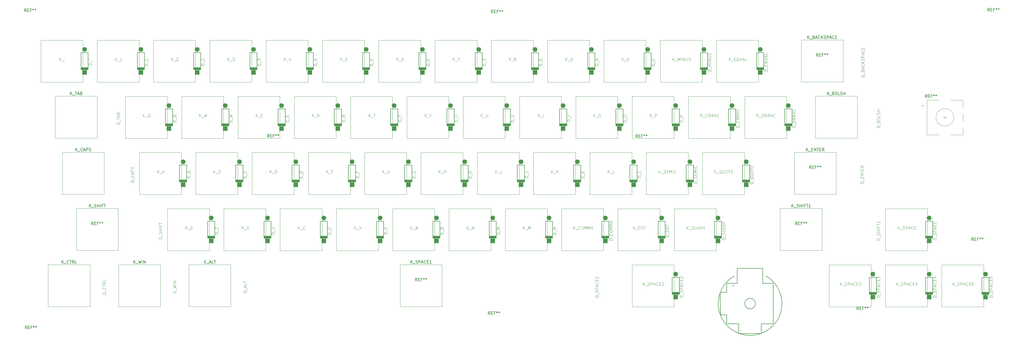
<source format=gbr>
G04 #@! TF.GenerationSoftware,KiCad,Pcbnew,7.0.6*
G04 #@! TF.CreationDate,2023-09-10T15:29:38-07:00*
G04 #@! TF.ProjectId,keyjoy,6b65796a-6f79-42e6-9b69-6361645f7063,rev?*
G04 #@! TF.SameCoordinates,Original*
G04 #@! TF.FileFunction,Legend,Top*
G04 #@! TF.FilePolarity,Positive*
%FSLAX46Y46*%
G04 Gerber Fmt 4.6, Leading zero omitted, Abs format (unit mm)*
G04 Created by KiCad (PCBNEW 7.0.6) date 2023-09-10 15:29:38*
%MOMM*%
%LPD*%
G01*
G04 APERTURE LIST*
%ADD10C,0.150000*%
%ADD11C,0.100000*%
%ADD12C,0.120000*%
%ADD13C,0.200000*%
%ADD14C,0.127000*%
%ADD15R,1.600000X1.600000*%
%ADD16C,1.600000*%
G04 APERTURE END LIST*
D10*
X472113009Y-230295326D02*
X471779676Y-229819135D01*
X471541581Y-230295326D02*
X471541581Y-229295326D01*
X471541581Y-229295326D02*
X471922533Y-229295326D01*
X471922533Y-229295326D02*
X472017771Y-229342945D01*
X472017771Y-229342945D02*
X472065390Y-229390564D01*
X472065390Y-229390564D02*
X472113009Y-229485802D01*
X472113009Y-229485802D02*
X472113009Y-229628659D01*
X472113009Y-229628659D02*
X472065390Y-229723897D01*
X472065390Y-229723897D02*
X472017771Y-229771516D01*
X472017771Y-229771516D02*
X471922533Y-229819135D01*
X471922533Y-229819135D02*
X471541581Y-229819135D01*
X472541581Y-229771516D02*
X472874914Y-229771516D01*
X473017771Y-230295326D02*
X472541581Y-230295326D01*
X472541581Y-230295326D02*
X472541581Y-229295326D01*
X472541581Y-229295326D02*
X473017771Y-229295326D01*
X473779676Y-229771516D02*
X473446343Y-229771516D01*
X473446343Y-230295326D02*
X473446343Y-229295326D01*
X473446343Y-229295326D02*
X473922533Y-229295326D01*
X474446343Y-229295326D02*
X474446343Y-229533421D01*
X474208248Y-229438183D02*
X474446343Y-229533421D01*
X474446343Y-229533421D02*
X474684438Y-229438183D01*
X474303486Y-229723897D02*
X474446343Y-229533421D01*
X474446343Y-229533421D02*
X474589200Y-229723897D01*
X475208248Y-229295326D02*
X475208248Y-229533421D01*
X474970153Y-229438183D02*
X475208248Y-229533421D01*
X475208248Y-229533421D02*
X475446343Y-229438183D01*
X475065391Y-229723897D02*
X475208248Y-229533421D01*
X475208248Y-229533421D02*
X475351105Y-229723897D01*
X358482181Y-195322426D02*
X358148848Y-194846235D01*
X357910753Y-195322426D02*
X357910753Y-194322426D01*
X357910753Y-194322426D02*
X358291705Y-194322426D01*
X358291705Y-194322426D02*
X358386943Y-194370045D01*
X358386943Y-194370045D02*
X358434562Y-194417664D01*
X358434562Y-194417664D02*
X358482181Y-194512902D01*
X358482181Y-194512902D02*
X358482181Y-194655759D01*
X358482181Y-194655759D02*
X358434562Y-194750997D01*
X358434562Y-194750997D02*
X358386943Y-194798616D01*
X358386943Y-194798616D02*
X358291705Y-194846235D01*
X358291705Y-194846235D02*
X357910753Y-194846235D01*
X358910753Y-194798616D02*
X359244086Y-194798616D01*
X359386943Y-195322426D02*
X358910753Y-195322426D01*
X358910753Y-195322426D02*
X358910753Y-194322426D01*
X358910753Y-194322426D02*
X359386943Y-194322426D01*
X360148848Y-194798616D02*
X359815515Y-194798616D01*
X359815515Y-195322426D02*
X359815515Y-194322426D01*
X359815515Y-194322426D02*
X360291705Y-194322426D01*
X360815515Y-194322426D02*
X360815515Y-194560521D01*
X360577420Y-194465283D02*
X360815515Y-194560521D01*
X360815515Y-194560521D02*
X361053610Y-194465283D01*
X360672658Y-194750997D02*
X360815515Y-194560521D01*
X360815515Y-194560521D02*
X360958372Y-194750997D01*
X361577420Y-194322426D02*
X361577420Y-194560521D01*
X361339325Y-194465283D02*
X361577420Y-194560521D01*
X361577420Y-194560521D02*
X361815515Y-194465283D01*
X361434563Y-194750997D02*
X361577420Y-194560521D01*
X361577420Y-194560521D02*
X361720277Y-194750997D01*
X233818117Y-195210493D02*
X233484784Y-194734302D01*
X233246689Y-195210493D02*
X233246689Y-194210493D01*
X233246689Y-194210493D02*
X233627641Y-194210493D01*
X233627641Y-194210493D02*
X233722879Y-194258112D01*
X233722879Y-194258112D02*
X233770498Y-194305731D01*
X233770498Y-194305731D02*
X233818117Y-194400969D01*
X233818117Y-194400969D02*
X233818117Y-194543826D01*
X233818117Y-194543826D02*
X233770498Y-194639064D01*
X233770498Y-194639064D02*
X233722879Y-194686683D01*
X233722879Y-194686683D02*
X233627641Y-194734302D01*
X233627641Y-194734302D02*
X233246689Y-194734302D01*
X234246689Y-194686683D02*
X234580022Y-194686683D01*
X234722879Y-195210493D02*
X234246689Y-195210493D01*
X234246689Y-195210493D02*
X234246689Y-194210493D01*
X234246689Y-194210493D02*
X234722879Y-194210493D01*
X235484784Y-194686683D02*
X235151451Y-194686683D01*
X235151451Y-195210493D02*
X235151451Y-194210493D01*
X235151451Y-194210493D02*
X235627641Y-194210493D01*
X236151451Y-194210493D02*
X236151451Y-194448588D01*
X235913356Y-194353350D02*
X236151451Y-194448588D01*
X236151451Y-194448588D02*
X236389546Y-194353350D01*
X236008594Y-194639064D02*
X236151451Y-194448588D01*
X236151451Y-194448588D02*
X236294308Y-194639064D01*
X236913356Y-194210493D02*
X236913356Y-194448588D01*
X236675261Y-194353350D02*
X236913356Y-194448588D01*
X236913356Y-194448588D02*
X237151451Y-194353350D01*
X236770499Y-194639064D02*
X236913356Y-194448588D01*
X236913356Y-194448588D02*
X237056213Y-194639064D01*
X433265346Y-253717113D02*
X432932013Y-253240922D01*
X432693918Y-253717113D02*
X432693918Y-252717113D01*
X432693918Y-252717113D02*
X433074870Y-252717113D01*
X433074870Y-252717113D02*
X433170108Y-252764732D01*
X433170108Y-252764732D02*
X433217727Y-252812351D01*
X433217727Y-252812351D02*
X433265346Y-252907589D01*
X433265346Y-252907589D02*
X433265346Y-253050446D01*
X433265346Y-253050446D02*
X433217727Y-253145684D01*
X433217727Y-253145684D02*
X433170108Y-253193303D01*
X433170108Y-253193303D02*
X433074870Y-253240922D01*
X433074870Y-253240922D02*
X432693918Y-253240922D01*
X433693918Y-253193303D02*
X434027251Y-253193303D01*
X434170108Y-253717113D02*
X433693918Y-253717113D01*
X433693918Y-253717113D02*
X433693918Y-252717113D01*
X433693918Y-252717113D02*
X434170108Y-252717113D01*
X434932013Y-253193303D02*
X434598680Y-253193303D01*
X434598680Y-253717113D02*
X434598680Y-252717113D01*
X434598680Y-252717113D02*
X435074870Y-252717113D01*
X435598680Y-252717113D02*
X435598680Y-252955208D01*
X435360585Y-252859970D02*
X435598680Y-252955208D01*
X435598680Y-252955208D02*
X435836775Y-252859970D01*
X435455823Y-253145684D02*
X435598680Y-252955208D01*
X435598680Y-252955208D02*
X435741537Y-253145684D01*
X436360585Y-252717113D02*
X436360585Y-252955208D01*
X436122490Y-252859970D02*
X436360585Y-252955208D01*
X436360585Y-252955208D02*
X436598680Y-252859970D01*
X436217728Y-253145684D02*
X436360585Y-252955208D01*
X436360585Y-252955208D02*
X436503442Y-253145684D01*
X308575150Y-255356011D02*
X308241817Y-254879820D01*
X308003722Y-255356011D02*
X308003722Y-254356011D01*
X308003722Y-254356011D02*
X308384674Y-254356011D01*
X308384674Y-254356011D02*
X308479912Y-254403630D01*
X308479912Y-254403630D02*
X308527531Y-254451249D01*
X308527531Y-254451249D02*
X308575150Y-254546487D01*
X308575150Y-254546487D02*
X308575150Y-254689344D01*
X308575150Y-254689344D02*
X308527531Y-254784582D01*
X308527531Y-254784582D02*
X308479912Y-254832201D01*
X308479912Y-254832201D02*
X308384674Y-254879820D01*
X308384674Y-254879820D02*
X308003722Y-254879820D01*
X309003722Y-254832201D02*
X309337055Y-254832201D01*
X309479912Y-255356011D02*
X309003722Y-255356011D01*
X309003722Y-255356011D02*
X309003722Y-254356011D01*
X309003722Y-254356011D02*
X309479912Y-254356011D01*
X310241817Y-254832201D02*
X309908484Y-254832201D01*
X309908484Y-255356011D02*
X309908484Y-254356011D01*
X309908484Y-254356011D02*
X310384674Y-254356011D01*
X310908484Y-254356011D02*
X310908484Y-254594106D01*
X310670389Y-254498868D02*
X310908484Y-254594106D01*
X310908484Y-254594106D02*
X311146579Y-254498868D01*
X310765627Y-254784582D02*
X310908484Y-254594106D01*
X310908484Y-254594106D02*
X311051341Y-254784582D01*
X311670389Y-254356011D02*
X311670389Y-254594106D01*
X311432294Y-254498868D02*
X311670389Y-254594106D01*
X311670389Y-254594106D02*
X311908484Y-254498868D01*
X311527532Y-254784582D02*
X311670389Y-254594106D01*
X311670389Y-254594106D02*
X311813246Y-254784582D01*
X151865517Y-260210035D02*
X151532184Y-259733844D01*
X151294089Y-260210035D02*
X151294089Y-259210035D01*
X151294089Y-259210035D02*
X151675041Y-259210035D01*
X151675041Y-259210035D02*
X151770279Y-259257654D01*
X151770279Y-259257654D02*
X151817898Y-259305273D01*
X151817898Y-259305273D02*
X151865517Y-259400511D01*
X151865517Y-259400511D02*
X151865517Y-259543368D01*
X151865517Y-259543368D02*
X151817898Y-259638606D01*
X151817898Y-259638606D02*
X151770279Y-259686225D01*
X151770279Y-259686225D02*
X151675041Y-259733844D01*
X151675041Y-259733844D02*
X151294089Y-259733844D01*
X152294089Y-259686225D02*
X152627422Y-259686225D01*
X152770279Y-260210035D02*
X152294089Y-260210035D01*
X152294089Y-260210035D02*
X152294089Y-259210035D01*
X152294089Y-259210035D02*
X152770279Y-259210035D01*
X153532184Y-259686225D02*
X153198851Y-259686225D01*
X153198851Y-260210035D02*
X153198851Y-259210035D01*
X153198851Y-259210035D02*
X153675041Y-259210035D01*
X154198851Y-259210035D02*
X154198851Y-259448130D01*
X153960756Y-259352892D02*
X154198851Y-259448130D01*
X154198851Y-259448130D02*
X154436946Y-259352892D01*
X154055994Y-259638606D02*
X154198851Y-259448130D01*
X154198851Y-259448130D02*
X154341708Y-259638606D01*
X154960756Y-259210035D02*
X154960756Y-259448130D01*
X154722661Y-259352892D02*
X154960756Y-259448130D01*
X154960756Y-259448130D02*
X155198851Y-259352892D01*
X154817899Y-259638606D02*
X154960756Y-259448130D01*
X154960756Y-259448130D02*
X155103613Y-259638606D01*
X477559474Y-152471595D02*
X477226141Y-151995404D01*
X476988046Y-152471595D02*
X476988046Y-151471595D01*
X476988046Y-151471595D02*
X477368998Y-151471595D01*
X477368998Y-151471595D02*
X477464236Y-151519214D01*
X477464236Y-151519214D02*
X477511855Y-151566833D01*
X477511855Y-151566833D02*
X477559474Y-151662071D01*
X477559474Y-151662071D02*
X477559474Y-151804928D01*
X477559474Y-151804928D02*
X477511855Y-151900166D01*
X477511855Y-151900166D02*
X477464236Y-151947785D01*
X477464236Y-151947785D02*
X477368998Y-151995404D01*
X477368998Y-151995404D02*
X476988046Y-151995404D01*
X477988046Y-151947785D02*
X478321379Y-151947785D01*
X478464236Y-152471595D02*
X477988046Y-152471595D01*
X477988046Y-152471595D02*
X477988046Y-151471595D01*
X477988046Y-151471595D02*
X478464236Y-151471595D01*
X479226141Y-151947785D02*
X478892808Y-151947785D01*
X478892808Y-152471595D02*
X478892808Y-151471595D01*
X478892808Y-151471595D02*
X479368998Y-151471595D01*
X479892808Y-151471595D02*
X479892808Y-151709690D01*
X479654713Y-151614452D02*
X479892808Y-151709690D01*
X479892808Y-151709690D02*
X480130903Y-151614452D01*
X479749951Y-151900166D02*
X479892808Y-151709690D01*
X479892808Y-151709690D02*
X480035665Y-151900166D01*
X480654713Y-151471595D02*
X480654713Y-151709690D01*
X480416618Y-151614452D02*
X480654713Y-151709690D01*
X480654713Y-151709690D02*
X480892808Y-151614452D01*
X480511856Y-151900166D02*
X480654713Y-151709690D01*
X480654713Y-151709690D02*
X480797570Y-151900166D01*
X309569275Y-153098157D02*
X309235942Y-152621966D01*
X308997847Y-153098157D02*
X308997847Y-152098157D01*
X308997847Y-152098157D02*
X309378799Y-152098157D01*
X309378799Y-152098157D02*
X309474037Y-152145776D01*
X309474037Y-152145776D02*
X309521656Y-152193395D01*
X309521656Y-152193395D02*
X309569275Y-152288633D01*
X309569275Y-152288633D02*
X309569275Y-152431490D01*
X309569275Y-152431490D02*
X309521656Y-152526728D01*
X309521656Y-152526728D02*
X309474037Y-152574347D01*
X309474037Y-152574347D02*
X309378799Y-152621966D01*
X309378799Y-152621966D02*
X308997847Y-152621966D01*
X309997847Y-152574347D02*
X310331180Y-152574347D01*
X310474037Y-153098157D02*
X309997847Y-153098157D01*
X309997847Y-153098157D02*
X309997847Y-152098157D01*
X309997847Y-152098157D02*
X310474037Y-152098157D01*
X311235942Y-152574347D02*
X310902609Y-152574347D01*
X310902609Y-153098157D02*
X310902609Y-152098157D01*
X310902609Y-152098157D02*
X311378799Y-152098157D01*
X311902609Y-152098157D02*
X311902609Y-152336252D01*
X311664514Y-152241014D02*
X311902609Y-152336252D01*
X311902609Y-152336252D02*
X312140704Y-152241014D01*
X311759752Y-152526728D02*
X311902609Y-152336252D01*
X311902609Y-152336252D02*
X312045466Y-152526728D01*
X312664514Y-152098157D02*
X312664514Y-152336252D01*
X312426419Y-152241014D02*
X312664514Y-152336252D01*
X312664514Y-152336252D02*
X312902609Y-152241014D01*
X312521657Y-152526728D02*
X312664514Y-152336252D01*
X312664514Y-152336252D02*
X312807371Y-152526728D01*
X151674663Y-152640290D02*
X151341330Y-152164099D01*
X151103235Y-152640290D02*
X151103235Y-151640290D01*
X151103235Y-151640290D02*
X151484187Y-151640290D01*
X151484187Y-151640290D02*
X151579425Y-151687909D01*
X151579425Y-151687909D02*
X151627044Y-151735528D01*
X151627044Y-151735528D02*
X151674663Y-151830766D01*
X151674663Y-151830766D02*
X151674663Y-151973623D01*
X151674663Y-151973623D02*
X151627044Y-152068861D01*
X151627044Y-152068861D02*
X151579425Y-152116480D01*
X151579425Y-152116480D02*
X151484187Y-152164099D01*
X151484187Y-152164099D02*
X151103235Y-152164099D01*
X152103235Y-152116480D02*
X152436568Y-152116480D01*
X152579425Y-152640290D02*
X152103235Y-152640290D01*
X152103235Y-152640290D02*
X152103235Y-151640290D01*
X152103235Y-151640290D02*
X152579425Y-151640290D01*
X153341330Y-152116480D02*
X153007997Y-152116480D01*
X153007997Y-152640290D02*
X153007997Y-151640290D01*
X153007997Y-151640290D02*
X153484187Y-151640290D01*
X154007997Y-151640290D02*
X154007997Y-151878385D01*
X153769902Y-151783147D02*
X154007997Y-151878385D01*
X154007997Y-151878385D02*
X154246092Y-151783147D01*
X153865140Y-152068861D02*
X154007997Y-151878385D01*
X154007997Y-151878385D02*
X154150854Y-152068861D01*
X154769902Y-151640290D02*
X154769902Y-151878385D01*
X154531807Y-151783147D02*
X154769902Y-151878385D01*
X154769902Y-151878385D02*
X155007997Y-151783147D01*
X154627045Y-152068861D02*
X154769902Y-151878385D01*
X154769902Y-151878385D02*
X154912759Y-152068861D01*
D11*
X434933904Y-210784601D02*
X433933904Y-210784601D01*
X433933904Y-210784601D02*
X433933904Y-210546506D01*
X433933904Y-210546506D02*
X433981523Y-210403649D01*
X433981523Y-210403649D02*
X434076761Y-210308411D01*
X434076761Y-210308411D02*
X434171999Y-210260792D01*
X434171999Y-210260792D02*
X434362475Y-210213173D01*
X434362475Y-210213173D02*
X434505332Y-210213173D01*
X434505332Y-210213173D02*
X434695808Y-210260792D01*
X434695808Y-210260792D02*
X434791046Y-210308411D01*
X434791046Y-210308411D02*
X434886285Y-210403649D01*
X434886285Y-210403649D02*
X434933904Y-210546506D01*
X434933904Y-210546506D02*
X434933904Y-210784601D01*
X435029142Y-210022697D02*
X435029142Y-209260792D01*
X434410094Y-209022696D02*
X434410094Y-208689363D01*
X434933904Y-208546506D02*
X434933904Y-209022696D01*
X434933904Y-209022696D02*
X433933904Y-209022696D01*
X433933904Y-209022696D02*
X433933904Y-208546506D01*
X434933904Y-208117934D02*
X433933904Y-208117934D01*
X433933904Y-208117934D02*
X434933904Y-207546506D01*
X434933904Y-207546506D02*
X433933904Y-207546506D01*
X433933904Y-207213172D02*
X433933904Y-206641744D01*
X434933904Y-206927458D02*
X433933904Y-206927458D01*
X434410094Y-206308410D02*
X434410094Y-205975077D01*
X434933904Y-205832220D02*
X434933904Y-206308410D01*
X434933904Y-206308410D02*
X433933904Y-206308410D01*
X433933904Y-206308410D02*
X433933904Y-205832220D01*
X434933904Y-204832220D02*
X434457713Y-205165553D01*
X434933904Y-205403648D02*
X433933904Y-205403648D01*
X433933904Y-205403648D02*
X433933904Y-205022696D01*
X433933904Y-205022696D02*
X433981523Y-204927458D01*
X433981523Y-204927458D02*
X434029142Y-204879839D01*
X434029142Y-204879839D02*
X434124380Y-204832220D01*
X434124380Y-204832220D02*
X434267237Y-204832220D01*
X434267237Y-204832220D02*
X434362475Y-204879839D01*
X434362475Y-204879839D02*
X434410094Y-204927458D01*
X434410094Y-204927458D02*
X434457713Y-205022696D01*
X434457713Y-205022696D02*
X434457713Y-205403648D01*
X243594733Y-226429753D02*
X243594733Y-225429753D01*
X244166161Y-226429753D02*
X243737590Y-225858324D01*
X244166161Y-225429753D02*
X243594733Y-226001181D01*
X244356638Y-226524991D02*
X245118542Y-226524991D01*
X245928066Y-226334514D02*
X245880447Y-226382134D01*
X245880447Y-226382134D02*
X245737590Y-226429753D01*
X245737590Y-226429753D02*
X245642352Y-226429753D01*
X245642352Y-226429753D02*
X245499495Y-226382134D01*
X245499495Y-226382134D02*
X245404257Y-226286895D01*
X245404257Y-226286895D02*
X245356638Y-226191657D01*
X245356638Y-226191657D02*
X245309019Y-226001181D01*
X245309019Y-226001181D02*
X245309019Y-225858324D01*
X245309019Y-225858324D02*
X245356638Y-225667848D01*
X245356638Y-225667848D02*
X245404257Y-225572610D01*
X245404257Y-225572610D02*
X245499495Y-225477372D01*
X245499495Y-225477372D02*
X245642352Y-225429753D01*
X245642352Y-225429753D02*
X245737590Y-225429753D01*
X245737590Y-225429753D02*
X245880447Y-225477372D01*
X245880447Y-225477372D02*
X245928066Y-225524991D01*
D10*
X417235506Y-205877153D02*
X416902173Y-205400962D01*
X416664078Y-205877153D02*
X416664078Y-204877153D01*
X416664078Y-204877153D02*
X417045030Y-204877153D01*
X417045030Y-204877153D02*
X417140268Y-204924772D01*
X417140268Y-204924772D02*
X417187887Y-204972391D01*
X417187887Y-204972391D02*
X417235506Y-205067629D01*
X417235506Y-205067629D02*
X417235506Y-205210486D01*
X417235506Y-205210486D02*
X417187887Y-205305724D01*
X417187887Y-205305724D02*
X417140268Y-205353343D01*
X417140268Y-205353343D02*
X417045030Y-205400962D01*
X417045030Y-205400962D02*
X416664078Y-205400962D01*
X417664078Y-205353343D02*
X417997411Y-205353343D01*
X418140268Y-205877153D02*
X417664078Y-205877153D01*
X417664078Y-205877153D02*
X417664078Y-204877153D01*
X417664078Y-204877153D02*
X418140268Y-204877153D01*
X418902173Y-205353343D02*
X418568840Y-205353343D01*
X418568840Y-205877153D02*
X418568840Y-204877153D01*
X418568840Y-204877153D02*
X419045030Y-204877153D01*
X419568840Y-204877153D02*
X419568840Y-205115248D01*
X419330745Y-205020010D02*
X419568840Y-205115248D01*
X419568840Y-205115248D02*
X419806935Y-205020010D01*
X419425983Y-205305724D02*
X419568840Y-205115248D01*
X419568840Y-205115248D02*
X419711697Y-205305724D01*
X420330745Y-204877153D02*
X420330745Y-205115248D01*
X420092650Y-205020010D02*
X420330745Y-205115248D01*
X420330745Y-205115248D02*
X420568840Y-205020010D01*
X420187888Y-205305724D02*
X420330745Y-205115248D01*
X420330745Y-205115248D02*
X420473602Y-205305724D01*
D11*
X281694733Y-226429753D02*
X281694733Y-225429753D01*
X282266161Y-226429753D02*
X281837590Y-225858324D01*
X282266161Y-225429753D02*
X281694733Y-226001181D01*
X282456638Y-226524991D02*
X283218542Y-226524991D01*
X283789971Y-225905943D02*
X283932828Y-225953562D01*
X283932828Y-225953562D02*
X283980447Y-226001181D01*
X283980447Y-226001181D02*
X284028066Y-226096419D01*
X284028066Y-226096419D02*
X284028066Y-226239276D01*
X284028066Y-226239276D02*
X283980447Y-226334514D01*
X283980447Y-226334514D02*
X283932828Y-226382134D01*
X283932828Y-226382134D02*
X283837590Y-226429753D01*
X283837590Y-226429753D02*
X283456638Y-226429753D01*
X283456638Y-226429753D02*
X283456638Y-225429753D01*
X283456638Y-225429753D02*
X283789971Y-225429753D01*
X283789971Y-225429753D02*
X283885209Y-225477372D01*
X283885209Y-225477372D02*
X283932828Y-225524991D01*
X283932828Y-225524991D02*
X283980447Y-225620229D01*
X283980447Y-225620229D02*
X283980447Y-225715467D01*
X283980447Y-225715467D02*
X283932828Y-225810705D01*
X283932828Y-225810705D02*
X283885209Y-225858324D01*
X283885209Y-225858324D02*
X283789971Y-225905943D01*
X283789971Y-225905943D02*
X283456638Y-225905943D01*
X291195923Y-207379753D02*
X291195923Y-206379753D01*
X291767351Y-207379753D02*
X291338780Y-206808324D01*
X291767351Y-206379753D02*
X291195923Y-206951181D01*
X291957828Y-207474991D02*
X292719732Y-207474991D01*
X292957828Y-207379753D02*
X292957828Y-206379753D01*
X292957828Y-206855943D02*
X293529256Y-206855943D01*
X293529256Y-207379753D02*
X293529256Y-206379753D01*
X226145009Y-247879476D02*
X225145009Y-247879476D01*
X225145009Y-247879476D02*
X225145009Y-247641381D01*
X225145009Y-247641381D02*
X225192628Y-247498524D01*
X225192628Y-247498524D02*
X225287866Y-247403286D01*
X225287866Y-247403286D02*
X225383104Y-247355667D01*
X225383104Y-247355667D02*
X225573580Y-247308048D01*
X225573580Y-247308048D02*
X225716437Y-247308048D01*
X225716437Y-247308048D02*
X225906913Y-247355667D01*
X225906913Y-247355667D02*
X226002151Y-247403286D01*
X226002151Y-247403286D02*
X226097390Y-247498524D01*
X226097390Y-247498524D02*
X226145009Y-247641381D01*
X226145009Y-247641381D02*
X226145009Y-247879476D01*
X226240247Y-247117572D02*
X226240247Y-246355667D01*
X225859294Y-246165190D02*
X225859294Y-245689000D01*
X226145009Y-246260428D02*
X225145009Y-245927095D01*
X225145009Y-245927095D02*
X226145009Y-245593762D01*
X226145009Y-244784238D02*
X226145009Y-245260428D01*
X226145009Y-245260428D02*
X225145009Y-245260428D01*
X225145009Y-244593761D02*
X225145009Y-244022333D01*
X226145009Y-244308047D02*
X225145009Y-244308047D01*
X181706042Y-169279753D02*
X181706042Y-168279753D01*
X182277470Y-169279753D02*
X181848899Y-168708324D01*
X182277470Y-168279753D02*
X181706042Y-168851181D01*
X182467947Y-169374991D02*
X183229851Y-169374991D01*
X183991756Y-169279753D02*
X183420328Y-169279753D01*
X183706042Y-169279753D02*
X183706042Y-168279753D01*
X183706042Y-168279753D02*
X183610804Y-168422610D01*
X183610804Y-168422610D02*
X183515566Y-168517848D01*
X183515566Y-168517848D02*
X183420328Y-168565467D01*
X292820009Y-228115190D02*
X291820009Y-228115190D01*
X291820009Y-228115190D02*
X291820009Y-227877095D01*
X291820009Y-227877095D02*
X291867628Y-227734238D01*
X291867628Y-227734238D02*
X291962866Y-227639000D01*
X291962866Y-227639000D02*
X292058104Y-227591381D01*
X292058104Y-227591381D02*
X292248580Y-227543762D01*
X292248580Y-227543762D02*
X292391437Y-227543762D01*
X292391437Y-227543762D02*
X292581913Y-227591381D01*
X292581913Y-227591381D02*
X292677151Y-227639000D01*
X292677151Y-227639000D02*
X292772390Y-227734238D01*
X292772390Y-227734238D02*
X292820009Y-227877095D01*
X292820009Y-227877095D02*
X292820009Y-228115190D01*
X292915247Y-227353286D02*
X292915247Y-226591381D01*
X292296199Y-226019952D02*
X292343818Y-225877095D01*
X292343818Y-225877095D02*
X292391437Y-225829476D01*
X292391437Y-225829476D02*
X292486675Y-225781857D01*
X292486675Y-225781857D02*
X292629532Y-225781857D01*
X292629532Y-225781857D02*
X292724770Y-225829476D01*
X292724770Y-225829476D02*
X292772390Y-225877095D01*
X292772390Y-225877095D02*
X292820009Y-225972333D01*
X292820009Y-225972333D02*
X292820009Y-226353285D01*
X292820009Y-226353285D02*
X291820009Y-226353285D01*
X291820009Y-226353285D02*
X291820009Y-226019952D01*
X291820009Y-226019952D02*
X291867628Y-225924714D01*
X291867628Y-225924714D02*
X291915247Y-225877095D01*
X291915247Y-225877095D02*
X292010485Y-225829476D01*
X292010485Y-225829476D02*
X292105723Y-225829476D01*
X292105723Y-225829476D02*
X292200961Y-225877095D01*
X292200961Y-225877095D02*
X292248580Y-225924714D01*
X292248580Y-225924714D02*
X292296199Y-226019952D01*
X292296199Y-226019952D02*
X292296199Y-226353285D01*
D10*
X416021518Y-161777153D02*
X416021518Y-160777153D01*
X416592946Y-161777153D02*
X416164375Y-161205724D01*
X416592946Y-160777153D02*
X416021518Y-161348581D01*
X416783423Y-161872391D02*
X417545327Y-161872391D01*
X418116756Y-161253343D02*
X418259613Y-161300962D01*
X418259613Y-161300962D02*
X418307232Y-161348581D01*
X418307232Y-161348581D02*
X418354851Y-161443819D01*
X418354851Y-161443819D02*
X418354851Y-161586676D01*
X418354851Y-161586676D02*
X418307232Y-161681914D01*
X418307232Y-161681914D02*
X418259613Y-161729534D01*
X418259613Y-161729534D02*
X418164375Y-161777153D01*
X418164375Y-161777153D02*
X417783423Y-161777153D01*
X417783423Y-161777153D02*
X417783423Y-160777153D01*
X417783423Y-160777153D02*
X418116756Y-160777153D01*
X418116756Y-160777153D02*
X418211994Y-160824772D01*
X418211994Y-160824772D02*
X418259613Y-160872391D01*
X418259613Y-160872391D02*
X418307232Y-160967629D01*
X418307232Y-160967629D02*
X418307232Y-161062867D01*
X418307232Y-161062867D02*
X418259613Y-161158105D01*
X418259613Y-161158105D02*
X418211994Y-161205724D01*
X418211994Y-161205724D02*
X418116756Y-161253343D01*
X418116756Y-161253343D02*
X417783423Y-161253343D01*
X418735804Y-161491438D02*
X419211994Y-161491438D01*
X418640566Y-161777153D02*
X418973899Y-160777153D01*
X418973899Y-160777153D02*
X419307232Y-161777153D01*
X420211994Y-161681914D02*
X420164375Y-161729534D01*
X420164375Y-161729534D02*
X420021518Y-161777153D01*
X420021518Y-161777153D02*
X419926280Y-161777153D01*
X419926280Y-161777153D02*
X419783423Y-161729534D01*
X419783423Y-161729534D02*
X419688185Y-161634295D01*
X419688185Y-161634295D02*
X419640566Y-161539057D01*
X419640566Y-161539057D02*
X419592947Y-161348581D01*
X419592947Y-161348581D02*
X419592947Y-161205724D01*
X419592947Y-161205724D02*
X419640566Y-161015248D01*
X419640566Y-161015248D02*
X419688185Y-160920010D01*
X419688185Y-160920010D02*
X419783423Y-160824772D01*
X419783423Y-160824772D02*
X419926280Y-160777153D01*
X419926280Y-160777153D02*
X420021518Y-160777153D01*
X420021518Y-160777153D02*
X420164375Y-160824772D01*
X420164375Y-160824772D02*
X420211994Y-160872391D01*
X420640566Y-161777153D02*
X420640566Y-160777153D01*
X421211994Y-161777153D02*
X420783423Y-161205724D01*
X421211994Y-160777153D02*
X420640566Y-161348581D01*
X421592947Y-161729534D02*
X421735804Y-161777153D01*
X421735804Y-161777153D02*
X421973899Y-161777153D01*
X421973899Y-161777153D02*
X422069137Y-161729534D01*
X422069137Y-161729534D02*
X422116756Y-161681914D01*
X422116756Y-161681914D02*
X422164375Y-161586676D01*
X422164375Y-161586676D02*
X422164375Y-161491438D01*
X422164375Y-161491438D02*
X422116756Y-161396200D01*
X422116756Y-161396200D02*
X422069137Y-161348581D01*
X422069137Y-161348581D02*
X421973899Y-161300962D01*
X421973899Y-161300962D02*
X421783423Y-161253343D01*
X421783423Y-161253343D02*
X421688185Y-161205724D01*
X421688185Y-161205724D02*
X421640566Y-161158105D01*
X421640566Y-161158105D02*
X421592947Y-161062867D01*
X421592947Y-161062867D02*
X421592947Y-160967629D01*
X421592947Y-160967629D02*
X421640566Y-160872391D01*
X421640566Y-160872391D02*
X421688185Y-160824772D01*
X421688185Y-160824772D02*
X421783423Y-160777153D01*
X421783423Y-160777153D02*
X422021518Y-160777153D01*
X422021518Y-160777153D02*
X422164375Y-160824772D01*
X422592947Y-161777153D02*
X422592947Y-160777153D01*
X422592947Y-160777153D02*
X422973899Y-160777153D01*
X422973899Y-160777153D02*
X423069137Y-160824772D01*
X423069137Y-160824772D02*
X423116756Y-160872391D01*
X423116756Y-160872391D02*
X423164375Y-160967629D01*
X423164375Y-160967629D02*
X423164375Y-161110486D01*
X423164375Y-161110486D02*
X423116756Y-161205724D01*
X423116756Y-161205724D02*
X423069137Y-161253343D01*
X423069137Y-161253343D02*
X422973899Y-161300962D01*
X422973899Y-161300962D02*
X422592947Y-161300962D01*
X423545328Y-161491438D02*
X424021518Y-161491438D01*
X423450090Y-161777153D02*
X423783423Y-160777153D01*
X423783423Y-160777153D02*
X424116756Y-161777153D01*
X425021518Y-161681914D02*
X424973899Y-161729534D01*
X424973899Y-161729534D02*
X424831042Y-161777153D01*
X424831042Y-161777153D02*
X424735804Y-161777153D01*
X424735804Y-161777153D02*
X424592947Y-161729534D01*
X424592947Y-161729534D02*
X424497709Y-161634295D01*
X424497709Y-161634295D02*
X424450090Y-161539057D01*
X424450090Y-161539057D02*
X424402471Y-161348581D01*
X424402471Y-161348581D02*
X424402471Y-161205724D01*
X424402471Y-161205724D02*
X424450090Y-161015248D01*
X424450090Y-161015248D02*
X424497709Y-160920010D01*
X424497709Y-160920010D02*
X424592947Y-160824772D01*
X424592947Y-160824772D02*
X424735804Y-160777153D01*
X424735804Y-160777153D02*
X424831042Y-160777153D01*
X424831042Y-160777153D02*
X424973899Y-160824772D01*
X424973899Y-160824772D02*
X425021518Y-160872391D01*
X425450090Y-161253343D02*
X425783423Y-161253343D01*
X425926280Y-161777153D02*
X425450090Y-161777153D01*
X425450090Y-161777153D02*
X425450090Y-160777153D01*
X425450090Y-160777153D02*
X425926280Y-160777153D01*
D11*
X216620009Y-228091381D02*
X215620009Y-228091381D01*
X215620009Y-228091381D02*
X215620009Y-227853286D01*
X215620009Y-227853286D02*
X215667628Y-227710429D01*
X215667628Y-227710429D02*
X215762866Y-227615191D01*
X215762866Y-227615191D02*
X215858104Y-227567572D01*
X215858104Y-227567572D02*
X216048580Y-227519953D01*
X216048580Y-227519953D02*
X216191437Y-227519953D01*
X216191437Y-227519953D02*
X216381913Y-227567572D01*
X216381913Y-227567572D02*
X216477151Y-227615191D01*
X216477151Y-227615191D02*
X216572390Y-227710429D01*
X216572390Y-227710429D02*
X216620009Y-227853286D01*
X216620009Y-227853286D02*
X216620009Y-228091381D01*
X216715247Y-227329477D02*
X216715247Y-226567572D01*
X215620009Y-226424714D02*
X215620009Y-225758048D01*
X215620009Y-225758048D02*
X216620009Y-226424714D01*
X216620009Y-226424714D02*
X216620009Y-225758048D01*
X178520009Y-248450905D02*
X177520009Y-248450905D01*
X177520009Y-248450905D02*
X177520009Y-248212810D01*
X177520009Y-248212810D02*
X177567628Y-248069953D01*
X177567628Y-248069953D02*
X177662866Y-247974715D01*
X177662866Y-247974715D02*
X177758104Y-247927096D01*
X177758104Y-247927096D02*
X177948580Y-247879477D01*
X177948580Y-247879477D02*
X178091437Y-247879477D01*
X178091437Y-247879477D02*
X178281913Y-247927096D01*
X178281913Y-247927096D02*
X178377151Y-247974715D01*
X178377151Y-247974715D02*
X178472390Y-248069953D01*
X178472390Y-248069953D02*
X178520009Y-248212810D01*
X178520009Y-248212810D02*
X178520009Y-248450905D01*
X178615247Y-247689001D02*
X178615247Y-246927096D01*
X178424770Y-246117572D02*
X178472390Y-246165191D01*
X178472390Y-246165191D02*
X178520009Y-246308048D01*
X178520009Y-246308048D02*
X178520009Y-246403286D01*
X178520009Y-246403286D02*
X178472390Y-246546143D01*
X178472390Y-246546143D02*
X178377151Y-246641381D01*
X178377151Y-246641381D02*
X178281913Y-246689000D01*
X178281913Y-246689000D02*
X178091437Y-246736619D01*
X178091437Y-246736619D02*
X177948580Y-246736619D01*
X177948580Y-246736619D02*
X177758104Y-246689000D01*
X177758104Y-246689000D02*
X177662866Y-246641381D01*
X177662866Y-246641381D02*
X177567628Y-246546143D01*
X177567628Y-246546143D02*
X177520009Y-246403286D01*
X177520009Y-246403286D02*
X177520009Y-246308048D01*
X177520009Y-246308048D02*
X177567628Y-246165191D01*
X177567628Y-246165191D02*
X177615247Y-246117572D01*
X177520009Y-245831857D02*
X177520009Y-245260429D01*
X178520009Y-245546143D02*
X177520009Y-245546143D01*
X178520009Y-244355667D02*
X178043818Y-244689000D01*
X178520009Y-244927095D02*
X177520009Y-244927095D01*
X177520009Y-244927095D02*
X177520009Y-244546143D01*
X177520009Y-244546143D02*
X177567628Y-244450905D01*
X177567628Y-244450905D02*
X177615247Y-244403286D01*
X177615247Y-244403286D02*
X177710485Y-244355667D01*
X177710485Y-244355667D02*
X177853342Y-244355667D01*
X177853342Y-244355667D02*
X177948580Y-244403286D01*
X177948580Y-244403286D02*
X177996199Y-244450905D01*
X177996199Y-244450905D02*
X178043818Y-244546143D01*
X178043818Y-244546143D02*
X178043818Y-244927095D01*
X178520009Y-243450905D02*
X178520009Y-243927095D01*
X178520009Y-243927095D02*
X177520009Y-243927095D01*
X345207509Y-170941381D02*
X344207509Y-170941381D01*
X344207509Y-170941381D02*
X344207509Y-170703286D01*
X344207509Y-170703286D02*
X344255128Y-170560429D01*
X344255128Y-170560429D02*
X344350366Y-170465191D01*
X344350366Y-170465191D02*
X344445604Y-170417572D01*
X344445604Y-170417572D02*
X344636080Y-170369953D01*
X344636080Y-170369953D02*
X344778937Y-170369953D01*
X344778937Y-170369953D02*
X344969413Y-170417572D01*
X344969413Y-170417572D02*
X345064651Y-170465191D01*
X345064651Y-170465191D02*
X345159890Y-170560429D01*
X345159890Y-170560429D02*
X345207509Y-170703286D01*
X345207509Y-170703286D02*
X345207509Y-170941381D01*
X345302747Y-170179477D02*
X345302747Y-169417572D01*
X345207509Y-169131857D02*
X345207509Y-168941381D01*
X345207509Y-168941381D02*
X345159890Y-168846143D01*
X345159890Y-168846143D02*
X345112270Y-168798524D01*
X345112270Y-168798524D02*
X344969413Y-168703286D01*
X344969413Y-168703286D02*
X344778937Y-168655667D01*
X344778937Y-168655667D02*
X344397985Y-168655667D01*
X344397985Y-168655667D02*
X344302747Y-168703286D01*
X344302747Y-168703286D02*
X344255128Y-168750905D01*
X344255128Y-168750905D02*
X344207509Y-168846143D01*
X344207509Y-168846143D02*
X344207509Y-169036619D01*
X344207509Y-169036619D02*
X344255128Y-169131857D01*
X344255128Y-169131857D02*
X344302747Y-169179476D01*
X344302747Y-169179476D02*
X344397985Y-169227095D01*
X344397985Y-169227095D02*
X344636080Y-169227095D01*
X344636080Y-169227095D02*
X344731318Y-169179476D01*
X344731318Y-169179476D02*
X344778937Y-169131857D01*
X344778937Y-169131857D02*
X344826556Y-169036619D01*
X344826556Y-169036619D02*
X344826556Y-168846143D01*
X344826556Y-168846143D02*
X344778937Y-168750905D01*
X344778937Y-168750905D02*
X344731318Y-168703286D01*
X344731318Y-168703286D02*
X344636080Y-168655667D01*
X196041161Y-207379753D02*
X196041161Y-206379753D01*
X196612589Y-207379753D02*
X196184018Y-206808324D01*
X196612589Y-206379753D02*
X196041161Y-206951181D01*
X196803066Y-207474991D02*
X197564970Y-207474991D01*
X197755447Y-207094038D02*
X198231637Y-207094038D01*
X197660209Y-207379753D02*
X197993542Y-206379753D01*
X197993542Y-206379753D02*
X198326875Y-207379753D01*
X310388780Y-207379753D02*
X310388780Y-206379753D01*
X310960208Y-207379753D02*
X310531637Y-206808324D01*
X310960208Y-206379753D02*
X310388780Y-206951181D01*
X311150685Y-207474991D02*
X311912589Y-207474991D01*
X312436399Y-206379753D02*
X312436399Y-207094038D01*
X312436399Y-207094038D02*
X312388780Y-207236895D01*
X312388780Y-207236895D02*
X312293542Y-207332134D01*
X312293542Y-207332134D02*
X312150685Y-207379753D01*
X312150685Y-207379753D02*
X312055447Y-207379753D01*
X311870009Y-228139000D02*
X310870009Y-228139000D01*
X310870009Y-228139000D02*
X310870009Y-227900905D01*
X310870009Y-227900905D02*
X310917628Y-227758048D01*
X310917628Y-227758048D02*
X311012866Y-227662810D01*
X311012866Y-227662810D02*
X311108104Y-227615191D01*
X311108104Y-227615191D02*
X311298580Y-227567572D01*
X311298580Y-227567572D02*
X311441437Y-227567572D01*
X311441437Y-227567572D02*
X311631913Y-227615191D01*
X311631913Y-227615191D02*
X311727151Y-227662810D01*
X311727151Y-227662810D02*
X311822390Y-227758048D01*
X311822390Y-227758048D02*
X311870009Y-227900905D01*
X311870009Y-227900905D02*
X311870009Y-228139000D01*
X311965247Y-227377096D02*
X311965247Y-226615191D01*
X311870009Y-226377095D02*
X310870009Y-226377095D01*
X310870009Y-226377095D02*
X311870009Y-225805667D01*
X311870009Y-225805667D02*
X310870009Y-225805667D01*
X297582509Y-189943762D02*
X296582509Y-189943762D01*
X296582509Y-189943762D02*
X296582509Y-189705667D01*
X296582509Y-189705667D02*
X296630128Y-189562810D01*
X296630128Y-189562810D02*
X296725366Y-189467572D01*
X296725366Y-189467572D02*
X296820604Y-189419953D01*
X296820604Y-189419953D02*
X297011080Y-189372334D01*
X297011080Y-189372334D02*
X297153937Y-189372334D01*
X297153937Y-189372334D02*
X297344413Y-189419953D01*
X297344413Y-189419953D02*
X297439651Y-189467572D01*
X297439651Y-189467572D02*
X297534890Y-189562810D01*
X297534890Y-189562810D02*
X297582509Y-189705667D01*
X297582509Y-189705667D02*
X297582509Y-189943762D01*
X297677747Y-189181858D02*
X297677747Y-188419953D01*
X297106318Y-187991381D02*
X297582509Y-187991381D01*
X296582509Y-188324714D02*
X297106318Y-187991381D01*
X297106318Y-187991381D02*
X296582509Y-187658048D01*
X324819138Y-188329753D02*
X324819138Y-187329753D01*
X325390566Y-188329753D02*
X324961995Y-187758324D01*
X325390566Y-187329753D02*
X324819138Y-187901181D01*
X325581043Y-188424991D02*
X326342947Y-188424991D01*
X326581043Y-188329753D02*
X326581043Y-187329753D01*
D10*
X187992650Y-237977153D02*
X187992650Y-236977153D01*
X188564078Y-237977153D02*
X188135507Y-237405724D01*
X188564078Y-236977153D02*
X187992650Y-237548581D01*
X188754555Y-238072391D02*
X189516459Y-238072391D01*
X189659317Y-236977153D02*
X189897412Y-237977153D01*
X189897412Y-237977153D02*
X190087888Y-237262867D01*
X190087888Y-237262867D02*
X190278364Y-237977153D01*
X190278364Y-237977153D02*
X190516460Y-236977153D01*
X190897412Y-237977153D02*
X190897412Y-236977153D01*
X191373602Y-237977153D02*
X191373602Y-236977153D01*
X191373602Y-236977153D02*
X191945030Y-237977153D01*
X191945030Y-237977153D02*
X191945030Y-236977153D01*
D11*
X446048899Y-245479753D02*
X446048899Y-244479753D01*
X446620327Y-245479753D02*
X446191756Y-244908324D01*
X446620327Y-244479753D02*
X446048899Y-245051181D01*
X446810804Y-245574991D02*
X447572708Y-245574991D01*
X447763185Y-245432134D02*
X447906042Y-245479753D01*
X447906042Y-245479753D02*
X448144137Y-245479753D01*
X448144137Y-245479753D02*
X448239375Y-245432134D01*
X448239375Y-245432134D02*
X448286994Y-245384514D01*
X448286994Y-245384514D02*
X448334613Y-245289276D01*
X448334613Y-245289276D02*
X448334613Y-245194038D01*
X448334613Y-245194038D02*
X448286994Y-245098800D01*
X448286994Y-245098800D02*
X448239375Y-245051181D01*
X448239375Y-245051181D02*
X448144137Y-245003562D01*
X448144137Y-245003562D02*
X447953661Y-244955943D01*
X447953661Y-244955943D02*
X447858423Y-244908324D01*
X447858423Y-244908324D02*
X447810804Y-244860705D01*
X447810804Y-244860705D02*
X447763185Y-244765467D01*
X447763185Y-244765467D02*
X447763185Y-244670229D01*
X447763185Y-244670229D02*
X447810804Y-244574991D01*
X447810804Y-244574991D02*
X447858423Y-244527372D01*
X447858423Y-244527372D02*
X447953661Y-244479753D01*
X447953661Y-244479753D02*
X448191756Y-244479753D01*
X448191756Y-244479753D02*
X448334613Y-244527372D01*
X448763185Y-245479753D02*
X448763185Y-244479753D01*
X448763185Y-244479753D02*
X449144137Y-244479753D01*
X449144137Y-244479753D02*
X449239375Y-244527372D01*
X449239375Y-244527372D02*
X449286994Y-244574991D01*
X449286994Y-244574991D02*
X449334613Y-244670229D01*
X449334613Y-244670229D02*
X449334613Y-244813086D01*
X449334613Y-244813086D02*
X449286994Y-244908324D01*
X449286994Y-244908324D02*
X449239375Y-244955943D01*
X449239375Y-244955943D02*
X449144137Y-245003562D01*
X449144137Y-245003562D02*
X448763185Y-245003562D01*
X449715566Y-245194038D02*
X450191756Y-245194038D01*
X449620328Y-245479753D02*
X449953661Y-244479753D01*
X449953661Y-244479753D02*
X450286994Y-245479753D01*
X451191756Y-245384514D02*
X451144137Y-245432134D01*
X451144137Y-245432134D02*
X451001280Y-245479753D01*
X451001280Y-245479753D02*
X450906042Y-245479753D01*
X450906042Y-245479753D02*
X450763185Y-245432134D01*
X450763185Y-245432134D02*
X450667947Y-245336895D01*
X450667947Y-245336895D02*
X450620328Y-245241657D01*
X450620328Y-245241657D02*
X450572709Y-245051181D01*
X450572709Y-245051181D02*
X450572709Y-244908324D01*
X450572709Y-244908324D02*
X450620328Y-244717848D01*
X450620328Y-244717848D02*
X450667947Y-244622610D01*
X450667947Y-244622610D02*
X450763185Y-244527372D01*
X450763185Y-244527372D02*
X450906042Y-244479753D01*
X450906042Y-244479753D02*
X451001280Y-244479753D01*
X451001280Y-244479753D02*
X451144137Y-244527372D01*
X451144137Y-244527372D02*
X451191756Y-244574991D01*
X451620328Y-244955943D02*
X451953661Y-244955943D01*
X452096518Y-245479753D02*
X451620328Y-245479753D01*
X451620328Y-245479753D02*
X451620328Y-244479753D01*
X451620328Y-244479753D02*
X452096518Y-244479753D01*
X452953661Y-244813086D02*
X452953661Y-245479753D01*
X452715566Y-244432134D02*
X452477471Y-245146419D01*
X452477471Y-245146419D02*
X453096518Y-245146419D01*
X383307509Y-172798523D02*
X382307509Y-172798523D01*
X382307509Y-172798523D02*
X382307509Y-172560428D01*
X382307509Y-172560428D02*
X382355128Y-172417571D01*
X382355128Y-172417571D02*
X382450366Y-172322333D01*
X382450366Y-172322333D02*
X382545604Y-172274714D01*
X382545604Y-172274714D02*
X382736080Y-172227095D01*
X382736080Y-172227095D02*
X382878937Y-172227095D01*
X382878937Y-172227095D02*
X383069413Y-172274714D01*
X383069413Y-172274714D02*
X383164651Y-172322333D01*
X383164651Y-172322333D02*
X383259890Y-172417571D01*
X383259890Y-172417571D02*
X383307509Y-172560428D01*
X383307509Y-172560428D02*
X383307509Y-172798523D01*
X383402747Y-172036619D02*
X383402747Y-171274714D01*
X383307509Y-171036618D02*
X382307509Y-171036618D01*
X382307509Y-171036618D02*
X383021794Y-170703285D01*
X383021794Y-170703285D02*
X382307509Y-170369952D01*
X382307509Y-170369952D02*
X383307509Y-170369952D01*
X383307509Y-169893761D02*
X382307509Y-169893761D01*
X383307509Y-169417571D02*
X382307509Y-169417571D01*
X382307509Y-169417571D02*
X383307509Y-168846143D01*
X383307509Y-168846143D02*
X382307509Y-168846143D01*
X382307509Y-168369952D02*
X383117032Y-168369952D01*
X383117032Y-168369952D02*
X383212270Y-168322333D01*
X383212270Y-168322333D02*
X383259890Y-168274714D01*
X383259890Y-168274714D02*
X383307509Y-168179476D01*
X383307509Y-168179476D02*
X383307509Y-167989000D01*
X383307509Y-167989000D02*
X383259890Y-167893762D01*
X383259890Y-167893762D02*
X383212270Y-167846143D01*
X383212270Y-167846143D02*
X383117032Y-167798524D01*
X383117032Y-167798524D02*
X382307509Y-167798524D01*
X383259890Y-167369952D02*
X383307509Y-167227095D01*
X383307509Y-167227095D02*
X383307509Y-166989000D01*
X383307509Y-166989000D02*
X383259890Y-166893762D01*
X383259890Y-166893762D02*
X383212270Y-166846143D01*
X383212270Y-166846143D02*
X383117032Y-166798524D01*
X383117032Y-166798524D02*
X383021794Y-166798524D01*
X383021794Y-166798524D02*
X382926556Y-166846143D01*
X382926556Y-166846143D02*
X382878937Y-166893762D01*
X382878937Y-166893762D02*
X382831318Y-166989000D01*
X382831318Y-166989000D02*
X382783699Y-167179476D01*
X382783699Y-167179476D02*
X382736080Y-167274714D01*
X382736080Y-167274714D02*
X382688461Y-167322333D01*
X382688461Y-167322333D02*
X382593223Y-167369952D01*
X382593223Y-167369952D02*
X382497985Y-167369952D01*
X382497985Y-167369952D02*
X382402747Y-167322333D01*
X382402747Y-167322333D02*
X382355128Y-167274714D01*
X382355128Y-167274714D02*
X382307509Y-167179476D01*
X382307509Y-167179476D02*
X382307509Y-166941381D01*
X382307509Y-166941381D02*
X382355128Y-166798524D01*
X269007509Y-170941381D02*
X268007509Y-170941381D01*
X268007509Y-170941381D02*
X268007509Y-170703286D01*
X268007509Y-170703286D02*
X268055128Y-170560429D01*
X268055128Y-170560429D02*
X268150366Y-170465191D01*
X268150366Y-170465191D02*
X268245604Y-170417572D01*
X268245604Y-170417572D02*
X268436080Y-170369953D01*
X268436080Y-170369953D02*
X268578937Y-170369953D01*
X268578937Y-170369953D02*
X268769413Y-170417572D01*
X268769413Y-170417572D02*
X268864651Y-170465191D01*
X268864651Y-170465191D02*
X268959890Y-170560429D01*
X268959890Y-170560429D02*
X269007509Y-170703286D01*
X269007509Y-170703286D02*
X269007509Y-170941381D01*
X269102747Y-170179477D02*
X269102747Y-169417572D01*
X268007509Y-168703286D02*
X268007509Y-169179476D01*
X268007509Y-169179476D02*
X268483699Y-169227095D01*
X268483699Y-169227095D02*
X268436080Y-169179476D01*
X268436080Y-169179476D02*
X268388461Y-169084238D01*
X268388461Y-169084238D02*
X268388461Y-168846143D01*
X268388461Y-168846143D02*
X268436080Y-168750905D01*
X268436080Y-168750905D02*
X268483699Y-168703286D01*
X268483699Y-168703286D02*
X268578937Y-168655667D01*
X268578937Y-168655667D02*
X268817032Y-168655667D01*
X268817032Y-168655667D02*
X268912270Y-168703286D01*
X268912270Y-168703286D02*
X268959890Y-168750905D01*
X268959890Y-168750905D02*
X269007509Y-168846143D01*
X269007509Y-168846143D02*
X269007509Y-169084238D01*
X269007509Y-169084238D02*
X268959890Y-169179476D01*
X268959890Y-169179476D02*
X268912270Y-169227095D01*
X288057509Y-170941381D02*
X287057509Y-170941381D01*
X287057509Y-170941381D02*
X287057509Y-170703286D01*
X287057509Y-170703286D02*
X287105128Y-170560429D01*
X287105128Y-170560429D02*
X287200366Y-170465191D01*
X287200366Y-170465191D02*
X287295604Y-170417572D01*
X287295604Y-170417572D02*
X287486080Y-170369953D01*
X287486080Y-170369953D02*
X287628937Y-170369953D01*
X287628937Y-170369953D02*
X287819413Y-170417572D01*
X287819413Y-170417572D02*
X287914651Y-170465191D01*
X287914651Y-170465191D02*
X288009890Y-170560429D01*
X288009890Y-170560429D02*
X288057509Y-170703286D01*
X288057509Y-170703286D02*
X288057509Y-170941381D01*
X288152747Y-170179477D02*
X288152747Y-169417572D01*
X287057509Y-168750905D02*
X287057509Y-168941381D01*
X287057509Y-168941381D02*
X287105128Y-169036619D01*
X287105128Y-169036619D02*
X287152747Y-169084238D01*
X287152747Y-169084238D02*
X287295604Y-169179476D01*
X287295604Y-169179476D02*
X287486080Y-169227095D01*
X287486080Y-169227095D02*
X287867032Y-169227095D01*
X287867032Y-169227095D02*
X287962270Y-169179476D01*
X287962270Y-169179476D02*
X288009890Y-169131857D01*
X288009890Y-169131857D02*
X288057509Y-169036619D01*
X288057509Y-169036619D02*
X288057509Y-168846143D01*
X288057509Y-168846143D02*
X288009890Y-168750905D01*
X288009890Y-168750905D02*
X287962270Y-168703286D01*
X287962270Y-168703286D02*
X287867032Y-168655667D01*
X287867032Y-168655667D02*
X287628937Y-168655667D01*
X287628937Y-168655667D02*
X287533699Y-168703286D01*
X287533699Y-168703286D02*
X287486080Y-168750905D01*
X287486080Y-168750905D02*
X287438461Y-168846143D01*
X287438461Y-168846143D02*
X287438461Y-169036619D01*
X287438461Y-169036619D02*
X287486080Y-169131857D01*
X287486080Y-169131857D02*
X287533699Y-169179476D01*
X287533699Y-169179476D02*
X287628937Y-169227095D01*
X335682509Y-189753285D02*
X334682509Y-189753285D01*
X334682509Y-189753285D02*
X334682509Y-189515190D01*
X334682509Y-189515190D02*
X334730128Y-189372333D01*
X334730128Y-189372333D02*
X334825366Y-189277095D01*
X334825366Y-189277095D02*
X334920604Y-189229476D01*
X334920604Y-189229476D02*
X335111080Y-189181857D01*
X335111080Y-189181857D02*
X335253937Y-189181857D01*
X335253937Y-189181857D02*
X335444413Y-189229476D01*
X335444413Y-189229476D02*
X335539651Y-189277095D01*
X335539651Y-189277095D02*
X335634890Y-189372333D01*
X335634890Y-189372333D02*
X335682509Y-189515190D01*
X335682509Y-189515190D02*
X335682509Y-189753285D01*
X335777747Y-188991381D02*
X335777747Y-188229476D01*
X335682509Y-187991380D02*
X334682509Y-187991380D01*
X316632509Y-190039000D02*
X315632509Y-190039000D01*
X315632509Y-190039000D02*
X315632509Y-189800905D01*
X315632509Y-189800905D02*
X315680128Y-189658048D01*
X315680128Y-189658048D02*
X315775366Y-189562810D01*
X315775366Y-189562810D02*
X315870604Y-189515191D01*
X315870604Y-189515191D02*
X316061080Y-189467572D01*
X316061080Y-189467572D02*
X316203937Y-189467572D01*
X316203937Y-189467572D02*
X316394413Y-189515191D01*
X316394413Y-189515191D02*
X316489651Y-189562810D01*
X316489651Y-189562810D02*
X316584890Y-189658048D01*
X316584890Y-189658048D02*
X316632509Y-189800905D01*
X316632509Y-189800905D02*
X316632509Y-190039000D01*
X316727747Y-189277096D02*
X316727747Y-188515191D01*
X315632509Y-188277095D02*
X316442032Y-188277095D01*
X316442032Y-188277095D02*
X316537270Y-188229476D01*
X316537270Y-188229476D02*
X316584890Y-188181857D01*
X316584890Y-188181857D02*
X316632509Y-188086619D01*
X316632509Y-188086619D02*
X316632509Y-187896143D01*
X316632509Y-187896143D02*
X316584890Y-187800905D01*
X316584890Y-187800905D02*
X316537270Y-187753286D01*
X316537270Y-187753286D02*
X316442032Y-187705667D01*
X316442032Y-187705667D02*
X315632509Y-187705667D01*
X402357509Y-172798524D02*
X401357509Y-172798524D01*
X401357509Y-172798524D02*
X401357509Y-172560429D01*
X401357509Y-172560429D02*
X401405128Y-172417572D01*
X401405128Y-172417572D02*
X401500366Y-172322334D01*
X401500366Y-172322334D02*
X401595604Y-172274715D01*
X401595604Y-172274715D02*
X401786080Y-172227096D01*
X401786080Y-172227096D02*
X401928937Y-172227096D01*
X401928937Y-172227096D02*
X402119413Y-172274715D01*
X402119413Y-172274715D02*
X402214651Y-172322334D01*
X402214651Y-172322334D02*
X402309890Y-172417572D01*
X402309890Y-172417572D02*
X402357509Y-172560429D01*
X402357509Y-172560429D02*
X402357509Y-172798524D01*
X402452747Y-172036620D02*
X402452747Y-171274715D01*
X401833699Y-171036619D02*
X401833699Y-170703286D01*
X402357509Y-170560429D02*
X402357509Y-171036619D01*
X402357509Y-171036619D02*
X401357509Y-171036619D01*
X401357509Y-171036619D02*
X401357509Y-170560429D01*
X402452747Y-169465191D02*
X402405128Y-169560429D01*
X402405128Y-169560429D02*
X402309890Y-169655667D01*
X402309890Y-169655667D02*
X402167032Y-169798524D01*
X402167032Y-169798524D02*
X402119413Y-169893762D01*
X402119413Y-169893762D02*
X402119413Y-169989000D01*
X402357509Y-169941381D02*
X402309890Y-170036619D01*
X402309890Y-170036619D02*
X402214651Y-170131857D01*
X402214651Y-170131857D02*
X402024175Y-170179476D01*
X402024175Y-170179476D02*
X401690842Y-170179476D01*
X401690842Y-170179476D02*
X401500366Y-170131857D01*
X401500366Y-170131857D02*
X401405128Y-170036619D01*
X401405128Y-170036619D02*
X401357509Y-169941381D01*
X401357509Y-169941381D02*
X401357509Y-169750905D01*
X401357509Y-169750905D02*
X401405128Y-169655667D01*
X401405128Y-169655667D02*
X401500366Y-169560429D01*
X401500366Y-169560429D02*
X401690842Y-169512810D01*
X401690842Y-169512810D02*
X402024175Y-169512810D01*
X402024175Y-169512810D02*
X402214651Y-169560429D01*
X402214651Y-169560429D02*
X402309890Y-169655667D01*
X402309890Y-169655667D02*
X402357509Y-169750905D01*
X402357509Y-169750905D02*
X402357509Y-169941381D01*
X401357509Y-169084238D02*
X402167032Y-169084238D01*
X402167032Y-169084238D02*
X402262270Y-169036619D01*
X402262270Y-169036619D02*
X402309890Y-168989000D01*
X402309890Y-168989000D02*
X402357509Y-168893762D01*
X402357509Y-168893762D02*
X402357509Y-168703286D01*
X402357509Y-168703286D02*
X402309890Y-168608048D01*
X402309890Y-168608048D02*
X402262270Y-168560429D01*
X402262270Y-168560429D02*
X402167032Y-168512810D01*
X402167032Y-168512810D02*
X401357509Y-168512810D01*
X402071794Y-168084238D02*
X402071794Y-167608048D01*
X402357509Y-168179476D02*
X401357509Y-167846143D01*
X401357509Y-167846143D02*
X402357509Y-167512810D01*
X402357509Y-166703286D02*
X402357509Y-167179476D01*
X402357509Y-167179476D02*
X401357509Y-167179476D01*
X440457509Y-191896143D02*
X439457509Y-191896143D01*
X439457509Y-191896143D02*
X439457509Y-191658048D01*
X439457509Y-191658048D02*
X439505128Y-191515191D01*
X439505128Y-191515191D02*
X439600366Y-191419953D01*
X439600366Y-191419953D02*
X439695604Y-191372334D01*
X439695604Y-191372334D02*
X439886080Y-191324715D01*
X439886080Y-191324715D02*
X440028937Y-191324715D01*
X440028937Y-191324715D02*
X440219413Y-191372334D01*
X440219413Y-191372334D02*
X440314651Y-191419953D01*
X440314651Y-191419953D02*
X440409890Y-191515191D01*
X440409890Y-191515191D02*
X440457509Y-191658048D01*
X440457509Y-191658048D02*
X440457509Y-191896143D01*
X440552747Y-191134239D02*
X440552747Y-190372334D01*
X439933699Y-189800905D02*
X439981318Y-189658048D01*
X439981318Y-189658048D02*
X440028937Y-189610429D01*
X440028937Y-189610429D02*
X440124175Y-189562810D01*
X440124175Y-189562810D02*
X440267032Y-189562810D01*
X440267032Y-189562810D02*
X440362270Y-189610429D01*
X440362270Y-189610429D02*
X440409890Y-189658048D01*
X440409890Y-189658048D02*
X440457509Y-189753286D01*
X440457509Y-189753286D02*
X440457509Y-190134238D01*
X440457509Y-190134238D02*
X439457509Y-190134238D01*
X439457509Y-190134238D02*
X439457509Y-189800905D01*
X439457509Y-189800905D02*
X439505128Y-189705667D01*
X439505128Y-189705667D02*
X439552747Y-189658048D01*
X439552747Y-189658048D02*
X439647985Y-189610429D01*
X439647985Y-189610429D02*
X439743223Y-189610429D01*
X439743223Y-189610429D02*
X439838461Y-189658048D01*
X439838461Y-189658048D02*
X439886080Y-189705667D01*
X439886080Y-189705667D02*
X439933699Y-189800905D01*
X439933699Y-189800905D02*
X439933699Y-190134238D01*
X440409890Y-189181857D02*
X440457509Y-189039000D01*
X440457509Y-189039000D02*
X440457509Y-188800905D01*
X440457509Y-188800905D02*
X440409890Y-188705667D01*
X440409890Y-188705667D02*
X440362270Y-188658048D01*
X440362270Y-188658048D02*
X440267032Y-188610429D01*
X440267032Y-188610429D02*
X440171794Y-188610429D01*
X440171794Y-188610429D02*
X440076556Y-188658048D01*
X440076556Y-188658048D02*
X440028937Y-188705667D01*
X440028937Y-188705667D02*
X439981318Y-188800905D01*
X439981318Y-188800905D02*
X439933699Y-188991381D01*
X439933699Y-188991381D02*
X439886080Y-189086619D01*
X439886080Y-189086619D02*
X439838461Y-189134238D01*
X439838461Y-189134238D02*
X439743223Y-189181857D01*
X439743223Y-189181857D02*
X439647985Y-189181857D01*
X439647985Y-189181857D02*
X439552747Y-189134238D01*
X439552747Y-189134238D02*
X439505128Y-189086619D01*
X439505128Y-189086619D02*
X439457509Y-188991381D01*
X439457509Y-188991381D02*
X439457509Y-188753286D01*
X439457509Y-188753286D02*
X439505128Y-188610429D01*
X440457509Y-187705667D02*
X440457509Y-188181857D01*
X440457509Y-188181857D02*
X439457509Y-188181857D01*
X440409890Y-187419952D02*
X440457509Y-187277095D01*
X440457509Y-187277095D02*
X440457509Y-187039000D01*
X440457509Y-187039000D02*
X440409890Y-186943762D01*
X440409890Y-186943762D02*
X440362270Y-186896143D01*
X440362270Y-186896143D02*
X440267032Y-186848524D01*
X440267032Y-186848524D02*
X440171794Y-186848524D01*
X440171794Y-186848524D02*
X440076556Y-186896143D01*
X440076556Y-186896143D02*
X440028937Y-186943762D01*
X440028937Y-186943762D02*
X439981318Y-187039000D01*
X439981318Y-187039000D02*
X439933699Y-187229476D01*
X439933699Y-187229476D02*
X439886080Y-187324714D01*
X439886080Y-187324714D02*
X439838461Y-187372333D01*
X439838461Y-187372333D02*
X439743223Y-187419952D01*
X439743223Y-187419952D02*
X439647985Y-187419952D01*
X439647985Y-187419952D02*
X439552747Y-187372333D01*
X439552747Y-187372333D02*
X439505128Y-187324714D01*
X439505128Y-187324714D02*
X439457509Y-187229476D01*
X439457509Y-187229476D02*
X439457509Y-186991381D01*
X439457509Y-186991381D02*
X439505128Y-186848524D01*
X440457509Y-186419952D02*
X439457509Y-186419952D01*
X439933699Y-186419952D02*
X439933699Y-185848524D01*
X440457509Y-185848524D02*
X439457509Y-185848524D01*
X465098899Y-245479753D02*
X465098899Y-244479753D01*
X465670327Y-245479753D02*
X465241756Y-244908324D01*
X465670327Y-244479753D02*
X465098899Y-245051181D01*
X465860804Y-245574991D02*
X466622708Y-245574991D01*
X466813185Y-245432134D02*
X466956042Y-245479753D01*
X466956042Y-245479753D02*
X467194137Y-245479753D01*
X467194137Y-245479753D02*
X467289375Y-245432134D01*
X467289375Y-245432134D02*
X467336994Y-245384514D01*
X467336994Y-245384514D02*
X467384613Y-245289276D01*
X467384613Y-245289276D02*
X467384613Y-245194038D01*
X467384613Y-245194038D02*
X467336994Y-245098800D01*
X467336994Y-245098800D02*
X467289375Y-245051181D01*
X467289375Y-245051181D02*
X467194137Y-245003562D01*
X467194137Y-245003562D02*
X467003661Y-244955943D01*
X467003661Y-244955943D02*
X466908423Y-244908324D01*
X466908423Y-244908324D02*
X466860804Y-244860705D01*
X466860804Y-244860705D02*
X466813185Y-244765467D01*
X466813185Y-244765467D02*
X466813185Y-244670229D01*
X466813185Y-244670229D02*
X466860804Y-244574991D01*
X466860804Y-244574991D02*
X466908423Y-244527372D01*
X466908423Y-244527372D02*
X467003661Y-244479753D01*
X467003661Y-244479753D02*
X467241756Y-244479753D01*
X467241756Y-244479753D02*
X467384613Y-244527372D01*
X467813185Y-245479753D02*
X467813185Y-244479753D01*
X467813185Y-244479753D02*
X468194137Y-244479753D01*
X468194137Y-244479753D02*
X468289375Y-244527372D01*
X468289375Y-244527372D02*
X468336994Y-244574991D01*
X468336994Y-244574991D02*
X468384613Y-244670229D01*
X468384613Y-244670229D02*
X468384613Y-244813086D01*
X468384613Y-244813086D02*
X468336994Y-244908324D01*
X468336994Y-244908324D02*
X468289375Y-244955943D01*
X468289375Y-244955943D02*
X468194137Y-245003562D01*
X468194137Y-245003562D02*
X467813185Y-245003562D01*
X468765566Y-245194038D02*
X469241756Y-245194038D01*
X468670328Y-245479753D02*
X469003661Y-244479753D01*
X469003661Y-244479753D02*
X469336994Y-245479753D01*
X470241756Y-245384514D02*
X470194137Y-245432134D01*
X470194137Y-245432134D02*
X470051280Y-245479753D01*
X470051280Y-245479753D02*
X469956042Y-245479753D01*
X469956042Y-245479753D02*
X469813185Y-245432134D01*
X469813185Y-245432134D02*
X469717947Y-245336895D01*
X469717947Y-245336895D02*
X469670328Y-245241657D01*
X469670328Y-245241657D02*
X469622709Y-245051181D01*
X469622709Y-245051181D02*
X469622709Y-244908324D01*
X469622709Y-244908324D02*
X469670328Y-244717848D01*
X469670328Y-244717848D02*
X469717947Y-244622610D01*
X469717947Y-244622610D02*
X469813185Y-244527372D01*
X469813185Y-244527372D02*
X469956042Y-244479753D01*
X469956042Y-244479753D02*
X470051280Y-244479753D01*
X470051280Y-244479753D02*
X470194137Y-244527372D01*
X470194137Y-244527372D02*
X470241756Y-244574991D01*
X470670328Y-244955943D02*
X471003661Y-244955943D01*
X471146518Y-245479753D02*
X470670328Y-245479753D01*
X470670328Y-245479753D02*
X470670328Y-244479753D01*
X470670328Y-244479753D02*
X471146518Y-244479753D01*
X472051280Y-244479753D02*
X471575090Y-244479753D01*
X471575090Y-244479753D02*
X471527471Y-244955943D01*
X471527471Y-244955943D02*
X471575090Y-244908324D01*
X471575090Y-244908324D02*
X471670328Y-244860705D01*
X471670328Y-244860705D02*
X471908423Y-244860705D01*
X471908423Y-244860705D02*
X472003661Y-244908324D01*
X472003661Y-244908324D02*
X472051280Y-244955943D01*
X472051280Y-244955943D02*
X472098899Y-245051181D01*
X472098899Y-245051181D02*
X472098899Y-245289276D01*
X472098899Y-245289276D02*
X472051280Y-245384514D01*
X472051280Y-245384514D02*
X472003661Y-245432134D01*
X472003661Y-245432134D02*
X471908423Y-245479753D01*
X471908423Y-245479753D02*
X471670328Y-245479753D01*
X471670328Y-245479753D02*
X471575090Y-245432134D01*
X471575090Y-245432134D02*
X471527471Y-245384514D01*
D10*
X168371221Y-199877153D02*
X168371221Y-198877153D01*
X168942649Y-199877153D02*
X168514078Y-199305724D01*
X168942649Y-198877153D02*
X168371221Y-199448581D01*
X169133126Y-199972391D02*
X169895030Y-199972391D01*
X170704554Y-199781914D02*
X170656935Y-199829534D01*
X170656935Y-199829534D02*
X170514078Y-199877153D01*
X170514078Y-199877153D02*
X170418840Y-199877153D01*
X170418840Y-199877153D02*
X170275983Y-199829534D01*
X170275983Y-199829534D02*
X170180745Y-199734295D01*
X170180745Y-199734295D02*
X170133126Y-199639057D01*
X170133126Y-199639057D02*
X170085507Y-199448581D01*
X170085507Y-199448581D02*
X170085507Y-199305724D01*
X170085507Y-199305724D02*
X170133126Y-199115248D01*
X170133126Y-199115248D02*
X170180745Y-199020010D01*
X170180745Y-199020010D02*
X170275983Y-198924772D01*
X170275983Y-198924772D02*
X170418840Y-198877153D01*
X170418840Y-198877153D02*
X170514078Y-198877153D01*
X170514078Y-198877153D02*
X170656935Y-198924772D01*
X170656935Y-198924772D02*
X170704554Y-198972391D01*
X171085507Y-199591438D02*
X171561697Y-199591438D01*
X170990269Y-199877153D02*
X171323602Y-198877153D01*
X171323602Y-198877153D02*
X171656935Y-199877153D01*
X171990269Y-199877153D02*
X171990269Y-198877153D01*
X171990269Y-198877153D02*
X172371221Y-198877153D01*
X172371221Y-198877153D02*
X172466459Y-198924772D01*
X172466459Y-198924772D02*
X172514078Y-198972391D01*
X172514078Y-198972391D02*
X172561697Y-199067629D01*
X172561697Y-199067629D02*
X172561697Y-199210486D01*
X172561697Y-199210486D02*
X172514078Y-199305724D01*
X172514078Y-199305724D02*
X172466459Y-199353343D01*
X172466459Y-199353343D02*
X172371221Y-199400962D01*
X172371221Y-199400962D02*
X171990269Y-199400962D01*
X172942650Y-199829534D02*
X173085507Y-199877153D01*
X173085507Y-199877153D02*
X173323602Y-199877153D01*
X173323602Y-199877153D02*
X173418840Y-199829534D01*
X173418840Y-199829534D02*
X173466459Y-199781914D01*
X173466459Y-199781914D02*
X173514078Y-199686676D01*
X173514078Y-199686676D02*
X173514078Y-199591438D01*
X173514078Y-199591438D02*
X173466459Y-199496200D01*
X173466459Y-199496200D02*
X173418840Y-199448581D01*
X173418840Y-199448581D02*
X173323602Y-199400962D01*
X173323602Y-199400962D02*
X173133126Y-199353343D01*
X173133126Y-199353343D02*
X173037888Y-199305724D01*
X173037888Y-199305724D02*
X172990269Y-199258105D01*
X172990269Y-199258105D02*
X172942650Y-199162867D01*
X172942650Y-199162867D02*
X172942650Y-199067629D01*
X172942650Y-199067629D02*
X172990269Y-198972391D01*
X172990269Y-198972391D02*
X173037888Y-198924772D01*
X173037888Y-198924772D02*
X173133126Y-198877153D01*
X173133126Y-198877153D02*
X173371221Y-198877153D01*
X173371221Y-198877153D02*
X173514078Y-198924772D01*
X283903743Y-243976852D02*
X283570410Y-243500661D01*
X283332315Y-243976852D02*
X283332315Y-242976852D01*
X283332315Y-242976852D02*
X283713267Y-242976852D01*
X283713267Y-242976852D02*
X283808505Y-243024471D01*
X283808505Y-243024471D02*
X283856124Y-243072090D01*
X283856124Y-243072090D02*
X283903743Y-243167328D01*
X283903743Y-243167328D02*
X283903743Y-243310185D01*
X283903743Y-243310185D02*
X283856124Y-243405423D01*
X283856124Y-243405423D02*
X283808505Y-243453042D01*
X283808505Y-243453042D02*
X283713267Y-243500661D01*
X283713267Y-243500661D02*
X283332315Y-243500661D01*
X284332315Y-243453042D02*
X284665648Y-243453042D01*
X284808505Y-243976852D02*
X284332315Y-243976852D01*
X284332315Y-243976852D02*
X284332315Y-242976852D01*
X284332315Y-242976852D02*
X284808505Y-242976852D01*
X285570410Y-243453042D02*
X285237077Y-243453042D01*
X285237077Y-243976852D02*
X285237077Y-242976852D01*
X285237077Y-242976852D02*
X285713267Y-242976852D01*
X286237077Y-242976852D02*
X286237077Y-243214947D01*
X285998982Y-243119709D02*
X286237077Y-243214947D01*
X286237077Y-243214947D02*
X286475172Y-243119709D01*
X286094220Y-243405423D02*
X286237077Y-243214947D01*
X286237077Y-243214947D02*
X286379934Y-243405423D01*
X286998982Y-242976852D02*
X286998982Y-243214947D01*
X286760887Y-243119709D02*
X286998982Y-243214947D01*
X286998982Y-243214947D02*
X287237077Y-243119709D01*
X286856125Y-243405423D02*
X286998982Y-243214947D01*
X286998982Y-243214947D02*
X287141839Y-243405423D01*
D11*
X389398899Y-169279753D02*
X389398899Y-168279753D01*
X389970327Y-169279753D02*
X389541756Y-168708324D01*
X389970327Y-168279753D02*
X389398899Y-168851181D01*
X390160804Y-169374991D02*
X390922708Y-169374991D01*
X391160804Y-168755943D02*
X391494137Y-168755943D01*
X391636994Y-169279753D02*
X391160804Y-169279753D01*
X391160804Y-169279753D02*
X391160804Y-168279753D01*
X391160804Y-168279753D02*
X391636994Y-168279753D01*
X392732232Y-169374991D02*
X392636994Y-169327372D01*
X392636994Y-169327372D02*
X392541756Y-169232134D01*
X392541756Y-169232134D02*
X392398899Y-169089276D01*
X392398899Y-169089276D02*
X392303661Y-169041657D01*
X392303661Y-169041657D02*
X392208423Y-169041657D01*
X392256042Y-169279753D02*
X392160804Y-169232134D01*
X392160804Y-169232134D02*
X392065566Y-169136895D01*
X392065566Y-169136895D02*
X392017947Y-168946419D01*
X392017947Y-168946419D02*
X392017947Y-168613086D01*
X392017947Y-168613086D02*
X392065566Y-168422610D01*
X392065566Y-168422610D02*
X392160804Y-168327372D01*
X392160804Y-168327372D02*
X392256042Y-168279753D01*
X392256042Y-168279753D02*
X392446518Y-168279753D01*
X392446518Y-168279753D02*
X392541756Y-168327372D01*
X392541756Y-168327372D02*
X392636994Y-168422610D01*
X392636994Y-168422610D02*
X392684613Y-168613086D01*
X392684613Y-168613086D02*
X392684613Y-168946419D01*
X392684613Y-168946419D02*
X392636994Y-169136895D01*
X392636994Y-169136895D02*
X392541756Y-169232134D01*
X392541756Y-169232134D02*
X392446518Y-169279753D01*
X392446518Y-169279753D02*
X392256042Y-169279753D01*
X393113185Y-168279753D02*
X393113185Y-169089276D01*
X393113185Y-169089276D02*
X393160804Y-169184514D01*
X393160804Y-169184514D02*
X393208423Y-169232134D01*
X393208423Y-169232134D02*
X393303661Y-169279753D01*
X393303661Y-169279753D02*
X393494137Y-169279753D01*
X393494137Y-169279753D02*
X393589375Y-169232134D01*
X393589375Y-169232134D02*
X393636994Y-169184514D01*
X393636994Y-169184514D02*
X393684613Y-169089276D01*
X393684613Y-169089276D02*
X393684613Y-168279753D01*
X394113185Y-168994038D02*
X394589375Y-168994038D01*
X394017947Y-169279753D02*
X394351280Y-168279753D01*
X394351280Y-168279753D02*
X394684613Y-169279753D01*
X395494137Y-169279753D02*
X395017947Y-169279753D01*
X395017947Y-169279753D02*
X395017947Y-168279753D01*
X283295009Y-209065190D02*
X282295009Y-209065190D01*
X282295009Y-209065190D02*
X282295009Y-208827095D01*
X282295009Y-208827095D02*
X282342628Y-208684238D01*
X282342628Y-208684238D02*
X282437866Y-208589000D01*
X282437866Y-208589000D02*
X282533104Y-208541381D01*
X282533104Y-208541381D02*
X282723580Y-208493762D01*
X282723580Y-208493762D02*
X282866437Y-208493762D01*
X282866437Y-208493762D02*
X283056913Y-208541381D01*
X283056913Y-208541381D02*
X283152151Y-208589000D01*
X283152151Y-208589000D02*
X283247390Y-208684238D01*
X283247390Y-208684238D02*
X283295009Y-208827095D01*
X283295009Y-208827095D02*
X283295009Y-209065190D01*
X283390247Y-208303286D02*
X283390247Y-207541381D01*
X282342628Y-206779476D02*
X282295009Y-206874714D01*
X282295009Y-206874714D02*
X282295009Y-207017571D01*
X282295009Y-207017571D02*
X282342628Y-207160428D01*
X282342628Y-207160428D02*
X282437866Y-207255666D01*
X282437866Y-207255666D02*
X282533104Y-207303285D01*
X282533104Y-207303285D02*
X282723580Y-207350904D01*
X282723580Y-207350904D02*
X282866437Y-207350904D01*
X282866437Y-207350904D02*
X283056913Y-207303285D01*
X283056913Y-207303285D02*
X283152151Y-207255666D01*
X283152151Y-207255666D02*
X283247390Y-207160428D01*
X283247390Y-207160428D02*
X283295009Y-207017571D01*
X283295009Y-207017571D02*
X283295009Y-206922333D01*
X283295009Y-206922333D02*
X283247390Y-206779476D01*
X283247390Y-206779476D02*
X283199770Y-206731857D01*
X283199770Y-206731857D02*
X282866437Y-206731857D01*
X282866437Y-206731857D02*
X282866437Y-206922333D01*
D10*
X211924197Y-237977153D02*
X211924197Y-236977153D01*
X212495625Y-237977153D02*
X212067054Y-237405724D01*
X212495625Y-236977153D02*
X211924197Y-237548581D01*
X212686102Y-238072391D02*
X213448006Y-238072391D01*
X213638483Y-237691438D02*
X214114673Y-237691438D01*
X213543245Y-237977153D02*
X213876578Y-236977153D01*
X213876578Y-236977153D02*
X214209911Y-237977153D01*
X215019435Y-237977153D02*
X214543245Y-237977153D01*
X214543245Y-237977153D02*
X214543245Y-236977153D01*
X215209912Y-236977153D02*
X215781340Y-236977153D01*
X215495626Y-237977153D02*
X215495626Y-236977153D01*
D11*
X319723304Y-226429753D02*
X319723304Y-225429753D01*
X320294732Y-226429753D02*
X319866161Y-225858324D01*
X320294732Y-225429753D02*
X319723304Y-226001181D01*
X320485209Y-226524991D02*
X321247113Y-226524991D01*
X321485209Y-226429753D02*
X321485209Y-225429753D01*
X321485209Y-225429753D02*
X321818542Y-226144038D01*
X321818542Y-226144038D02*
X322151875Y-225429753D01*
X322151875Y-225429753D02*
X322151875Y-226429753D01*
D10*
X415616459Y-199877153D02*
X415616459Y-198877153D01*
X416187887Y-199877153D02*
X415759316Y-199305724D01*
X416187887Y-198877153D02*
X415616459Y-199448581D01*
X416378364Y-199972391D02*
X417140268Y-199972391D01*
X417378364Y-199353343D02*
X417711697Y-199353343D01*
X417854554Y-199877153D02*
X417378364Y-199877153D01*
X417378364Y-199877153D02*
X417378364Y-198877153D01*
X417378364Y-198877153D02*
X417854554Y-198877153D01*
X418283126Y-199877153D02*
X418283126Y-198877153D01*
X418283126Y-198877153D02*
X418854554Y-199877153D01*
X418854554Y-199877153D02*
X418854554Y-198877153D01*
X419187888Y-198877153D02*
X419759316Y-198877153D01*
X419473602Y-199877153D02*
X419473602Y-198877153D01*
X420092650Y-199353343D02*
X420425983Y-199353343D01*
X420568840Y-199877153D02*
X420092650Y-199877153D01*
X420092650Y-199877153D02*
X420092650Y-198877153D01*
X420092650Y-198877153D02*
X420568840Y-198877153D01*
X421568840Y-199877153D02*
X421235507Y-199400962D01*
X420997412Y-199877153D02*
X420997412Y-198877153D01*
X420997412Y-198877153D02*
X421378364Y-198877153D01*
X421378364Y-198877153D02*
X421473602Y-198924772D01*
X421473602Y-198924772D02*
X421521221Y-198972391D01*
X421521221Y-198972391D02*
X421568840Y-199067629D01*
X421568840Y-199067629D02*
X421568840Y-199210486D01*
X421568840Y-199210486D02*
X421521221Y-199305724D01*
X421521221Y-199305724D02*
X421473602Y-199353343D01*
X421473602Y-199353343D02*
X421378364Y-199400962D01*
X421378364Y-199400962D02*
X420997412Y-199400962D01*
D11*
X459507509Y-249498524D02*
X458507509Y-249498524D01*
X458507509Y-249498524D02*
X458507509Y-249260429D01*
X458507509Y-249260429D02*
X458555128Y-249117572D01*
X458555128Y-249117572D02*
X458650366Y-249022334D01*
X458650366Y-249022334D02*
X458745604Y-248974715D01*
X458745604Y-248974715D02*
X458936080Y-248927096D01*
X458936080Y-248927096D02*
X459078937Y-248927096D01*
X459078937Y-248927096D02*
X459269413Y-248974715D01*
X459269413Y-248974715D02*
X459364651Y-249022334D01*
X459364651Y-249022334D02*
X459459890Y-249117572D01*
X459459890Y-249117572D02*
X459507509Y-249260429D01*
X459507509Y-249260429D02*
X459507509Y-249498524D01*
X459602747Y-248736620D02*
X459602747Y-247974715D01*
X459459890Y-247784238D02*
X459507509Y-247641381D01*
X459507509Y-247641381D02*
X459507509Y-247403286D01*
X459507509Y-247403286D02*
X459459890Y-247308048D01*
X459459890Y-247308048D02*
X459412270Y-247260429D01*
X459412270Y-247260429D02*
X459317032Y-247212810D01*
X459317032Y-247212810D02*
X459221794Y-247212810D01*
X459221794Y-247212810D02*
X459126556Y-247260429D01*
X459126556Y-247260429D02*
X459078937Y-247308048D01*
X459078937Y-247308048D02*
X459031318Y-247403286D01*
X459031318Y-247403286D02*
X458983699Y-247593762D01*
X458983699Y-247593762D02*
X458936080Y-247689000D01*
X458936080Y-247689000D02*
X458888461Y-247736619D01*
X458888461Y-247736619D02*
X458793223Y-247784238D01*
X458793223Y-247784238D02*
X458697985Y-247784238D01*
X458697985Y-247784238D02*
X458602747Y-247736619D01*
X458602747Y-247736619D02*
X458555128Y-247689000D01*
X458555128Y-247689000D02*
X458507509Y-247593762D01*
X458507509Y-247593762D02*
X458507509Y-247355667D01*
X458507509Y-247355667D02*
X458555128Y-247212810D01*
X459507509Y-246784238D02*
X458507509Y-246784238D01*
X458507509Y-246784238D02*
X458507509Y-246403286D01*
X458507509Y-246403286D02*
X458555128Y-246308048D01*
X458555128Y-246308048D02*
X458602747Y-246260429D01*
X458602747Y-246260429D02*
X458697985Y-246212810D01*
X458697985Y-246212810D02*
X458840842Y-246212810D01*
X458840842Y-246212810D02*
X458936080Y-246260429D01*
X458936080Y-246260429D02*
X458983699Y-246308048D01*
X458983699Y-246308048D02*
X459031318Y-246403286D01*
X459031318Y-246403286D02*
X459031318Y-246784238D01*
X459221794Y-245831857D02*
X459221794Y-245355667D01*
X459507509Y-245927095D02*
X458507509Y-245593762D01*
X458507509Y-245593762D02*
X459507509Y-245260429D01*
X459412270Y-244355667D02*
X459459890Y-244403286D01*
X459459890Y-244403286D02*
X459507509Y-244546143D01*
X459507509Y-244546143D02*
X459507509Y-244641381D01*
X459507509Y-244641381D02*
X459459890Y-244784238D01*
X459459890Y-244784238D02*
X459364651Y-244879476D01*
X459364651Y-244879476D02*
X459269413Y-244927095D01*
X459269413Y-244927095D02*
X459078937Y-244974714D01*
X459078937Y-244974714D02*
X458936080Y-244974714D01*
X458936080Y-244974714D02*
X458745604Y-244927095D01*
X458745604Y-244927095D02*
X458650366Y-244879476D01*
X458650366Y-244879476D02*
X458555128Y-244784238D01*
X458555128Y-244784238D02*
X458507509Y-244641381D01*
X458507509Y-244641381D02*
X458507509Y-244546143D01*
X458507509Y-244546143D02*
X458555128Y-244403286D01*
X458555128Y-244403286D02*
X458602747Y-244355667D01*
X458983699Y-243927095D02*
X458983699Y-243593762D01*
X459507509Y-243450905D02*
X459507509Y-243927095D01*
X459507509Y-243927095D02*
X458507509Y-243927095D01*
X458507509Y-243927095D02*
X458507509Y-243450905D01*
X458840842Y-242593762D02*
X459507509Y-242593762D01*
X458459890Y-242831857D02*
X459174175Y-243069952D01*
X459174175Y-243069952D02*
X459174175Y-242450905D01*
D10*
X410639673Y-218927153D02*
X410639673Y-217927153D01*
X411211101Y-218927153D02*
X410782530Y-218355724D01*
X411211101Y-217927153D02*
X410639673Y-218498581D01*
X411401578Y-219022391D02*
X412163482Y-219022391D01*
X412353959Y-218879534D02*
X412496816Y-218927153D01*
X412496816Y-218927153D02*
X412734911Y-218927153D01*
X412734911Y-218927153D02*
X412830149Y-218879534D01*
X412830149Y-218879534D02*
X412877768Y-218831914D01*
X412877768Y-218831914D02*
X412925387Y-218736676D01*
X412925387Y-218736676D02*
X412925387Y-218641438D01*
X412925387Y-218641438D02*
X412877768Y-218546200D01*
X412877768Y-218546200D02*
X412830149Y-218498581D01*
X412830149Y-218498581D02*
X412734911Y-218450962D01*
X412734911Y-218450962D02*
X412544435Y-218403343D01*
X412544435Y-218403343D02*
X412449197Y-218355724D01*
X412449197Y-218355724D02*
X412401578Y-218308105D01*
X412401578Y-218308105D02*
X412353959Y-218212867D01*
X412353959Y-218212867D02*
X412353959Y-218117629D01*
X412353959Y-218117629D02*
X412401578Y-218022391D01*
X412401578Y-218022391D02*
X412449197Y-217974772D01*
X412449197Y-217974772D02*
X412544435Y-217927153D01*
X412544435Y-217927153D02*
X412782530Y-217927153D01*
X412782530Y-217927153D02*
X412925387Y-217974772D01*
X413353959Y-218927153D02*
X413353959Y-217927153D01*
X413353959Y-218403343D02*
X413925387Y-218403343D01*
X413925387Y-218927153D02*
X413925387Y-217927153D01*
X414401578Y-218927153D02*
X414401578Y-217927153D01*
X415211101Y-218403343D02*
X414877768Y-218403343D01*
X414877768Y-218927153D02*
X414877768Y-217927153D01*
X414877768Y-217927153D02*
X415353958Y-217927153D01*
X415592054Y-217927153D02*
X416163482Y-217927153D01*
X415877768Y-218927153D02*
X415877768Y-217927153D01*
X417020625Y-218927153D02*
X416449197Y-218927153D01*
X416734911Y-218927153D02*
X416734911Y-217927153D01*
X416734911Y-217927153D02*
X416639673Y-218070010D01*
X416639673Y-218070010D02*
X416544435Y-218165248D01*
X416544435Y-218165248D02*
X416449197Y-218212867D01*
D11*
X373782509Y-190015190D02*
X372782509Y-190015190D01*
X372782509Y-190015190D02*
X372782509Y-189777095D01*
X372782509Y-189777095D02*
X372830128Y-189634238D01*
X372830128Y-189634238D02*
X372925366Y-189539000D01*
X372925366Y-189539000D02*
X373020604Y-189491381D01*
X373020604Y-189491381D02*
X373211080Y-189443762D01*
X373211080Y-189443762D02*
X373353937Y-189443762D01*
X373353937Y-189443762D02*
X373544413Y-189491381D01*
X373544413Y-189491381D02*
X373639651Y-189539000D01*
X373639651Y-189539000D02*
X373734890Y-189634238D01*
X373734890Y-189634238D02*
X373782509Y-189777095D01*
X373782509Y-189777095D02*
X373782509Y-190015190D01*
X373877747Y-189253286D02*
X373877747Y-188491381D01*
X373782509Y-188253285D02*
X372782509Y-188253285D01*
X372782509Y-188253285D02*
X372782509Y-187872333D01*
X372782509Y-187872333D02*
X372830128Y-187777095D01*
X372830128Y-187777095D02*
X372877747Y-187729476D01*
X372877747Y-187729476D02*
X372972985Y-187681857D01*
X372972985Y-187681857D02*
X373115842Y-187681857D01*
X373115842Y-187681857D02*
X373211080Y-187729476D01*
X373211080Y-187729476D02*
X373258699Y-187777095D01*
X373258699Y-187777095D02*
X373306318Y-187872333D01*
X373306318Y-187872333D02*
X373306318Y-188253285D01*
D10*
X281742649Y-237977153D02*
X281742649Y-236977153D01*
X282314077Y-237977153D02*
X281885506Y-237405724D01*
X282314077Y-236977153D02*
X281742649Y-237548581D01*
X282504554Y-238072391D02*
X283266458Y-238072391D01*
X283456935Y-237929534D02*
X283599792Y-237977153D01*
X283599792Y-237977153D02*
X283837887Y-237977153D01*
X283837887Y-237977153D02*
X283933125Y-237929534D01*
X283933125Y-237929534D02*
X283980744Y-237881914D01*
X283980744Y-237881914D02*
X284028363Y-237786676D01*
X284028363Y-237786676D02*
X284028363Y-237691438D01*
X284028363Y-237691438D02*
X283980744Y-237596200D01*
X283980744Y-237596200D02*
X283933125Y-237548581D01*
X283933125Y-237548581D02*
X283837887Y-237500962D01*
X283837887Y-237500962D02*
X283647411Y-237453343D01*
X283647411Y-237453343D02*
X283552173Y-237405724D01*
X283552173Y-237405724D02*
X283504554Y-237358105D01*
X283504554Y-237358105D02*
X283456935Y-237262867D01*
X283456935Y-237262867D02*
X283456935Y-237167629D01*
X283456935Y-237167629D02*
X283504554Y-237072391D01*
X283504554Y-237072391D02*
X283552173Y-237024772D01*
X283552173Y-237024772D02*
X283647411Y-236977153D01*
X283647411Y-236977153D02*
X283885506Y-236977153D01*
X283885506Y-236977153D02*
X284028363Y-237024772D01*
X284456935Y-237977153D02*
X284456935Y-236977153D01*
X284456935Y-236977153D02*
X284837887Y-236977153D01*
X284837887Y-236977153D02*
X284933125Y-237024772D01*
X284933125Y-237024772D02*
X284980744Y-237072391D01*
X284980744Y-237072391D02*
X285028363Y-237167629D01*
X285028363Y-237167629D02*
X285028363Y-237310486D01*
X285028363Y-237310486D02*
X284980744Y-237405724D01*
X284980744Y-237405724D02*
X284933125Y-237453343D01*
X284933125Y-237453343D02*
X284837887Y-237500962D01*
X284837887Y-237500962D02*
X284456935Y-237500962D01*
X285409316Y-237691438D02*
X285885506Y-237691438D01*
X285314078Y-237977153D02*
X285647411Y-236977153D01*
X285647411Y-236977153D02*
X285980744Y-237977153D01*
X286885506Y-237881914D02*
X286837887Y-237929534D01*
X286837887Y-237929534D02*
X286695030Y-237977153D01*
X286695030Y-237977153D02*
X286599792Y-237977153D01*
X286599792Y-237977153D02*
X286456935Y-237929534D01*
X286456935Y-237929534D02*
X286361697Y-237834295D01*
X286361697Y-237834295D02*
X286314078Y-237739057D01*
X286314078Y-237739057D02*
X286266459Y-237548581D01*
X286266459Y-237548581D02*
X286266459Y-237405724D01*
X286266459Y-237405724D02*
X286314078Y-237215248D01*
X286314078Y-237215248D02*
X286361697Y-237120010D01*
X286361697Y-237120010D02*
X286456935Y-237024772D01*
X286456935Y-237024772D02*
X286599792Y-236977153D01*
X286599792Y-236977153D02*
X286695030Y-236977153D01*
X286695030Y-236977153D02*
X286837887Y-237024772D01*
X286837887Y-237024772D02*
X286885506Y-237072391D01*
X287314078Y-237453343D02*
X287647411Y-237453343D01*
X287790268Y-237977153D02*
X287314078Y-237977153D01*
X287314078Y-237977153D02*
X287314078Y-236977153D01*
X287314078Y-236977153D02*
X287790268Y-236977153D01*
X288742649Y-237977153D02*
X288171221Y-237977153D01*
X288456935Y-237977153D02*
X288456935Y-236977153D01*
X288456935Y-236977153D02*
X288361697Y-237120010D01*
X288361697Y-237120010D02*
X288266459Y-237215248D01*
X288266459Y-237215248D02*
X288171221Y-237262867D01*
D11*
X207095009Y-208993762D02*
X206095009Y-208993762D01*
X206095009Y-208993762D02*
X206095009Y-208755667D01*
X206095009Y-208755667D02*
X206142628Y-208612810D01*
X206142628Y-208612810D02*
X206237866Y-208517572D01*
X206237866Y-208517572D02*
X206333104Y-208469953D01*
X206333104Y-208469953D02*
X206523580Y-208422334D01*
X206523580Y-208422334D02*
X206666437Y-208422334D01*
X206666437Y-208422334D02*
X206856913Y-208469953D01*
X206856913Y-208469953D02*
X206952151Y-208517572D01*
X206952151Y-208517572D02*
X207047390Y-208612810D01*
X207047390Y-208612810D02*
X207095009Y-208755667D01*
X207095009Y-208755667D02*
X207095009Y-208993762D01*
X207190247Y-208231858D02*
X207190247Y-207469953D01*
X206809294Y-207279476D02*
X206809294Y-206803286D01*
X207095009Y-207374714D02*
X206095009Y-207041381D01*
X206095009Y-207041381D02*
X207095009Y-206708048D01*
X245195009Y-209065190D02*
X244195009Y-209065190D01*
X244195009Y-209065190D02*
X244195009Y-208827095D01*
X244195009Y-208827095D02*
X244242628Y-208684238D01*
X244242628Y-208684238D02*
X244337866Y-208589000D01*
X244337866Y-208589000D02*
X244433104Y-208541381D01*
X244433104Y-208541381D02*
X244623580Y-208493762D01*
X244623580Y-208493762D02*
X244766437Y-208493762D01*
X244766437Y-208493762D02*
X244956913Y-208541381D01*
X244956913Y-208541381D02*
X245052151Y-208589000D01*
X245052151Y-208589000D02*
X245147390Y-208684238D01*
X245147390Y-208684238D02*
X245195009Y-208827095D01*
X245195009Y-208827095D02*
X245195009Y-209065190D01*
X245290247Y-208303286D02*
X245290247Y-207541381D01*
X245195009Y-207303285D02*
X244195009Y-207303285D01*
X244195009Y-207303285D02*
X244195009Y-207065190D01*
X244195009Y-207065190D02*
X244242628Y-206922333D01*
X244242628Y-206922333D02*
X244337866Y-206827095D01*
X244337866Y-206827095D02*
X244433104Y-206779476D01*
X244433104Y-206779476D02*
X244623580Y-206731857D01*
X244623580Y-206731857D02*
X244766437Y-206731857D01*
X244766437Y-206731857D02*
X244956913Y-206779476D01*
X244956913Y-206779476D02*
X245052151Y-206827095D01*
X245052151Y-206827095D02*
X245147390Y-206922333D01*
X245147390Y-206922333D02*
X245195009Y-207065190D01*
X245195009Y-207065190D02*
X245195009Y-207303285D01*
X354732509Y-190039000D02*
X353732509Y-190039000D01*
X353732509Y-190039000D02*
X353732509Y-189800905D01*
X353732509Y-189800905D02*
X353780128Y-189658048D01*
X353780128Y-189658048D02*
X353875366Y-189562810D01*
X353875366Y-189562810D02*
X353970604Y-189515191D01*
X353970604Y-189515191D02*
X354161080Y-189467572D01*
X354161080Y-189467572D02*
X354303937Y-189467572D01*
X354303937Y-189467572D02*
X354494413Y-189515191D01*
X354494413Y-189515191D02*
X354589651Y-189562810D01*
X354589651Y-189562810D02*
X354684890Y-189658048D01*
X354684890Y-189658048D02*
X354732509Y-189800905D01*
X354732509Y-189800905D02*
X354732509Y-190039000D01*
X354827747Y-189277096D02*
X354827747Y-188515191D01*
X353732509Y-188086619D02*
X353732509Y-187896143D01*
X353732509Y-187896143D02*
X353780128Y-187800905D01*
X353780128Y-187800905D02*
X353875366Y-187705667D01*
X353875366Y-187705667D02*
X354065842Y-187658048D01*
X354065842Y-187658048D02*
X354399175Y-187658048D01*
X354399175Y-187658048D02*
X354589651Y-187705667D01*
X354589651Y-187705667D02*
X354684890Y-187800905D01*
X354684890Y-187800905D02*
X354732509Y-187896143D01*
X354732509Y-187896143D02*
X354732509Y-188086619D01*
X354732509Y-188086619D02*
X354684890Y-188181857D01*
X354684890Y-188181857D02*
X354589651Y-188277095D01*
X354589651Y-188277095D02*
X354399175Y-188324714D01*
X354399175Y-188324714D02*
X354065842Y-188324714D01*
X354065842Y-188324714D02*
X353875366Y-188277095D01*
X353875366Y-188277095D02*
X353780128Y-188181857D01*
X353780128Y-188181857D02*
X353732509Y-188086619D01*
X364257509Y-170941381D02*
X363257509Y-170941381D01*
X363257509Y-170941381D02*
X363257509Y-170703286D01*
X363257509Y-170703286D02*
X363305128Y-170560429D01*
X363305128Y-170560429D02*
X363400366Y-170465191D01*
X363400366Y-170465191D02*
X363495604Y-170417572D01*
X363495604Y-170417572D02*
X363686080Y-170369953D01*
X363686080Y-170369953D02*
X363828937Y-170369953D01*
X363828937Y-170369953D02*
X364019413Y-170417572D01*
X364019413Y-170417572D02*
X364114651Y-170465191D01*
X364114651Y-170465191D02*
X364209890Y-170560429D01*
X364209890Y-170560429D02*
X364257509Y-170703286D01*
X364257509Y-170703286D02*
X364257509Y-170941381D01*
X364352747Y-170179477D02*
X364352747Y-169417572D01*
X363257509Y-168989000D02*
X363257509Y-168893762D01*
X363257509Y-168893762D02*
X363305128Y-168798524D01*
X363305128Y-168798524D02*
X363352747Y-168750905D01*
X363352747Y-168750905D02*
X363447985Y-168703286D01*
X363447985Y-168703286D02*
X363638461Y-168655667D01*
X363638461Y-168655667D02*
X363876556Y-168655667D01*
X363876556Y-168655667D02*
X364067032Y-168703286D01*
X364067032Y-168703286D02*
X364162270Y-168750905D01*
X364162270Y-168750905D02*
X364209890Y-168798524D01*
X364209890Y-168798524D02*
X364257509Y-168893762D01*
X364257509Y-168893762D02*
X364257509Y-168989000D01*
X364257509Y-168989000D02*
X364209890Y-169084238D01*
X364209890Y-169084238D02*
X364162270Y-169131857D01*
X364162270Y-169131857D02*
X364067032Y-169179476D01*
X364067032Y-169179476D02*
X363876556Y-169227095D01*
X363876556Y-169227095D02*
X363638461Y-169227095D01*
X363638461Y-169227095D02*
X363447985Y-169179476D01*
X363447985Y-169179476D02*
X363352747Y-169131857D01*
X363352747Y-169131857D02*
X363305128Y-169084238D01*
X363305128Y-169084238D02*
X363257509Y-168989000D01*
X221382509Y-190086619D02*
X220382509Y-190086619D01*
X220382509Y-190086619D02*
X220382509Y-189848524D01*
X220382509Y-189848524D02*
X220430128Y-189705667D01*
X220430128Y-189705667D02*
X220525366Y-189610429D01*
X220525366Y-189610429D02*
X220620604Y-189562810D01*
X220620604Y-189562810D02*
X220811080Y-189515191D01*
X220811080Y-189515191D02*
X220953937Y-189515191D01*
X220953937Y-189515191D02*
X221144413Y-189562810D01*
X221144413Y-189562810D02*
X221239651Y-189610429D01*
X221239651Y-189610429D02*
X221334890Y-189705667D01*
X221334890Y-189705667D02*
X221382509Y-189848524D01*
X221382509Y-189848524D02*
X221382509Y-190086619D01*
X221477747Y-189324715D02*
X221477747Y-188562810D01*
X220382509Y-188419952D02*
X221382509Y-188181857D01*
X221382509Y-188181857D02*
X220668223Y-187991381D01*
X220668223Y-187991381D02*
X221382509Y-187800905D01*
X221382509Y-187800905D02*
X220382509Y-187562810D01*
X257906042Y-169279753D02*
X257906042Y-168279753D01*
X258477470Y-169279753D02*
X258048899Y-168708324D01*
X258477470Y-168279753D02*
X257906042Y-168851181D01*
X258667947Y-169374991D02*
X259429851Y-169374991D01*
X260144137Y-168279753D02*
X259667947Y-168279753D01*
X259667947Y-168279753D02*
X259620328Y-168755943D01*
X259620328Y-168755943D02*
X259667947Y-168708324D01*
X259667947Y-168708324D02*
X259763185Y-168660705D01*
X259763185Y-168660705D02*
X260001280Y-168660705D01*
X260001280Y-168660705D02*
X260096518Y-168708324D01*
X260096518Y-168708324D02*
X260144137Y-168755943D01*
X260144137Y-168755943D02*
X260191756Y-168851181D01*
X260191756Y-168851181D02*
X260191756Y-169089276D01*
X260191756Y-169089276D02*
X260144137Y-169184514D01*
X260144137Y-169184514D02*
X260096518Y-169232134D01*
X260096518Y-169232134D02*
X260001280Y-169279753D01*
X260001280Y-169279753D02*
X259763185Y-169279753D01*
X259763185Y-169279753D02*
X259667947Y-169232134D01*
X259667947Y-169232134D02*
X259620328Y-169184514D01*
X224568542Y-226429753D02*
X224568542Y-225429753D01*
X225139970Y-226429753D02*
X224711399Y-225858324D01*
X225139970Y-225429753D02*
X224568542Y-226001181D01*
X225330447Y-226524991D02*
X226092351Y-226524991D01*
X226235209Y-225429753D02*
X226901875Y-226429753D01*
X226901875Y-225429753D02*
X226235209Y-226429753D01*
X340445009Y-209065190D02*
X339445009Y-209065190D01*
X339445009Y-209065190D02*
X339445009Y-208827095D01*
X339445009Y-208827095D02*
X339492628Y-208684238D01*
X339492628Y-208684238D02*
X339587866Y-208589000D01*
X339587866Y-208589000D02*
X339683104Y-208541381D01*
X339683104Y-208541381D02*
X339873580Y-208493762D01*
X339873580Y-208493762D02*
X340016437Y-208493762D01*
X340016437Y-208493762D02*
X340206913Y-208541381D01*
X340206913Y-208541381D02*
X340302151Y-208589000D01*
X340302151Y-208589000D02*
X340397390Y-208684238D01*
X340397390Y-208684238D02*
X340445009Y-208827095D01*
X340445009Y-208827095D02*
X340445009Y-209065190D01*
X340540247Y-208303286D02*
X340540247Y-207541381D01*
X340445009Y-207303285D02*
X339445009Y-207303285D01*
X340445009Y-206731857D02*
X339873580Y-207160428D01*
X339445009Y-206731857D02*
X340016437Y-207303285D01*
X249957509Y-170941381D02*
X248957509Y-170941381D01*
X248957509Y-170941381D02*
X248957509Y-170703286D01*
X248957509Y-170703286D02*
X249005128Y-170560429D01*
X249005128Y-170560429D02*
X249100366Y-170465191D01*
X249100366Y-170465191D02*
X249195604Y-170417572D01*
X249195604Y-170417572D02*
X249386080Y-170369953D01*
X249386080Y-170369953D02*
X249528937Y-170369953D01*
X249528937Y-170369953D02*
X249719413Y-170417572D01*
X249719413Y-170417572D02*
X249814651Y-170465191D01*
X249814651Y-170465191D02*
X249909890Y-170560429D01*
X249909890Y-170560429D02*
X249957509Y-170703286D01*
X249957509Y-170703286D02*
X249957509Y-170941381D01*
X250052747Y-170179477D02*
X250052747Y-169417572D01*
X249290842Y-168750905D02*
X249957509Y-168750905D01*
X248909890Y-168989000D02*
X249624175Y-169227095D01*
X249624175Y-169227095D02*
X249624175Y-168608048D01*
X388070009Y-229924714D02*
X387070009Y-229924714D01*
X387070009Y-229924714D02*
X387070009Y-229686619D01*
X387070009Y-229686619D02*
X387117628Y-229543762D01*
X387117628Y-229543762D02*
X387212866Y-229448524D01*
X387212866Y-229448524D02*
X387308104Y-229400905D01*
X387308104Y-229400905D02*
X387498580Y-229353286D01*
X387498580Y-229353286D02*
X387641437Y-229353286D01*
X387641437Y-229353286D02*
X387831913Y-229400905D01*
X387831913Y-229400905D02*
X387927151Y-229448524D01*
X387927151Y-229448524D02*
X388022390Y-229543762D01*
X388022390Y-229543762D02*
X388070009Y-229686619D01*
X388070009Y-229686619D02*
X388070009Y-229924714D01*
X388165247Y-229162810D02*
X388165247Y-228400905D01*
X388022390Y-228210428D02*
X388070009Y-228067571D01*
X388070009Y-228067571D02*
X388070009Y-227829476D01*
X388070009Y-227829476D02*
X388022390Y-227734238D01*
X388022390Y-227734238D02*
X387974770Y-227686619D01*
X387974770Y-227686619D02*
X387879532Y-227639000D01*
X387879532Y-227639000D02*
X387784294Y-227639000D01*
X387784294Y-227639000D02*
X387689056Y-227686619D01*
X387689056Y-227686619D02*
X387641437Y-227734238D01*
X387641437Y-227734238D02*
X387593818Y-227829476D01*
X387593818Y-227829476D02*
X387546199Y-228019952D01*
X387546199Y-228019952D02*
X387498580Y-228115190D01*
X387498580Y-228115190D02*
X387450961Y-228162809D01*
X387450961Y-228162809D02*
X387355723Y-228210428D01*
X387355723Y-228210428D02*
X387260485Y-228210428D01*
X387260485Y-228210428D02*
X387165247Y-228162809D01*
X387165247Y-228162809D02*
X387117628Y-228115190D01*
X387117628Y-228115190D02*
X387070009Y-228019952D01*
X387070009Y-228019952D02*
X387070009Y-227781857D01*
X387070009Y-227781857D02*
X387117628Y-227639000D01*
X388070009Y-226734238D02*
X388070009Y-227210428D01*
X388070009Y-227210428D02*
X387070009Y-227210428D01*
X387784294Y-226448523D02*
X387784294Y-225972333D01*
X388070009Y-226543761D02*
X387070009Y-226210428D01*
X387070009Y-226210428D02*
X388070009Y-225877095D01*
X388022390Y-225591380D02*
X388070009Y-225448523D01*
X388070009Y-225448523D02*
X388070009Y-225210428D01*
X388070009Y-225210428D02*
X388022390Y-225115190D01*
X388022390Y-225115190D02*
X387974770Y-225067571D01*
X387974770Y-225067571D02*
X387879532Y-225019952D01*
X387879532Y-225019952D02*
X387784294Y-225019952D01*
X387784294Y-225019952D02*
X387689056Y-225067571D01*
X387689056Y-225067571D02*
X387641437Y-225115190D01*
X387641437Y-225115190D02*
X387593818Y-225210428D01*
X387593818Y-225210428D02*
X387546199Y-225400904D01*
X387546199Y-225400904D02*
X387498580Y-225496142D01*
X387498580Y-225496142D02*
X387450961Y-225543761D01*
X387450961Y-225543761D02*
X387355723Y-225591380D01*
X387355723Y-225591380D02*
X387260485Y-225591380D01*
X387260485Y-225591380D02*
X387165247Y-225543761D01*
X387165247Y-225543761D02*
X387117628Y-225496142D01*
X387117628Y-225496142D02*
X387070009Y-225400904D01*
X387070009Y-225400904D02*
X387070009Y-225162809D01*
X387070009Y-225162809D02*
X387117628Y-225019952D01*
X388070009Y-224591380D02*
X387070009Y-224591380D01*
X387546199Y-224591380D02*
X387546199Y-224019952D01*
X388070009Y-224019952D02*
X387070009Y-224019952D01*
X202332509Y-247998523D02*
X201332509Y-247998523D01*
X201332509Y-247998523D02*
X201332509Y-247760428D01*
X201332509Y-247760428D02*
X201380128Y-247617571D01*
X201380128Y-247617571D02*
X201475366Y-247522333D01*
X201475366Y-247522333D02*
X201570604Y-247474714D01*
X201570604Y-247474714D02*
X201761080Y-247427095D01*
X201761080Y-247427095D02*
X201903937Y-247427095D01*
X201903937Y-247427095D02*
X202094413Y-247474714D01*
X202094413Y-247474714D02*
X202189651Y-247522333D01*
X202189651Y-247522333D02*
X202284890Y-247617571D01*
X202284890Y-247617571D02*
X202332509Y-247760428D01*
X202332509Y-247760428D02*
X202332509Y-247998523D01*
X202427747Y-247236619D02*
X202427747Y-246474714D01*
X201332509Y-246331856D02*
X202332509Y-246093761D01*
X202332509Y-246093761D02*
X201618223Y-245903285D01*
X201618223Y-245903285D02*
X202332509Y-245712809D01*
X202332509Y-245712809D02*
X201332509Y-245474714D01*
X202332509Y-245093761D02*
X201332509Y-245093761D01*
X202332509Y-244617571D02*
X201332509Y-244617571D01*
X201332509Y-244617571D02*
X202332509Y-244046143D01*
X202332509Y-244046143D02*
X201332509Y-244046143D01*
X356989971Y-226429753D02*
X356989971Y-225429753D01*
X357561399Y-226429753D02*
X357132828Y-225858324D01*
X357561399Y-225429753D02*
X356989971Y-226001181D01*
X357751876Y-226524991D02*
X358513780Y-226524991D01*
X358751876Y-226429753D02*
X358751876Y-225429753D01*
X358751876Y-225429753D02*
X358989971Y-225429753D01*
X358989971Y-225429753D02*
X359132828Y-225477372D01*
X359132828Y-225477372D02*
X359228066Y-225572610D01*
X359228066Y-225572610D02*
X359275685Y-225667848D01*
X359275685Y-225667848D02*
X359323304Y-225858324D01*
X359323304Y-225858324D02*
X359323304Y-226001181D01*
X359323304Y-226001181D02*
X359275685Y-226191657D01*
X359275685Y-226191657D02*
X359228066Y-226286895D01*
X359228066Y-226286895D02*
X359132828Y-226382134D01*
X359132828Y-226382134D02*
X358989971Y-226429753D01*
X358989971Y-226429753D02*
X358751876Y-226429753D01*
X359942352Y-225429753D02*
X360132828Y-225429753D01*
X360132828Y-225429753D02*
X360228066Y-225477372D01*
X360228066Y-225477372D02*
X360323304Y-225572610D01*
X360323304Y-225572610D02*
X360370923Y-225763086D01*
X360370923Y-225763086D02*
X360370923Y-226096419D01*
X360370923Y-226096419D02*
X360323304Y-226286895D01*
X360323304Y-226286895D02*
X360228066Y-226382134D01*
X360228066Y-226382134D02*
X360132828Y-226429753D01*
X360132828Y-226429753D02*
X359942352Y-226429753D01*
X359942352Y-226429753D02*
X359847114Y-226382134D01*
X359847114Y-226382134D02*
X359751876Y-226286895D01*
X359751876Y-226286895D02*
X359704257Y-226096419D01*
X359704257Y-226096419D02*
X359704257Y-225763086D01*
X359704257Y-225763086D02*
X359751876Y-225572610D01*
X359751876Y-225572610D02*
X359847114Y-225477372D01*
X359847114Y-225477372D02*
X359942352Y-225429753D01*
X360656638Y-225429753D02*
X361228066Y-225429753D01*
X360942352Y-226429753D02*
X360942352Y-225429753D01*
X219806042Y-169279753D02*
X219806042Y-168279753D01*
X220377470Y-169279753D02*
X219948899Y-168708324D01*
X220377470Y-168279753D02*
X219806042Y-168851181D01*
X220567947Y-169374991D02*
X221329851Y-169374991D01*
X221472709Y-168279753D02*
X222091756Y-168279753D01*
X222091756Y-168279753D02*
X221758423Y-168660705D01*
X221758423Y-168660705D02*
X221901280Y-168660705D01*
X221901280Y-168660705D02*
X221996518Y-168708324D01*
X221996518Y-168708324D02*
X222044137Y-168755943D01*
X222044137Y-168755943D02*
X222091756Y-168851181D01*
X222091756Y-168851181D02*
X222091756Y-169089276D01*
X222091756Y-169089276D02*
X222044137Y-169184514D01*
X222044137Y-169184514D02*
X221996518Y-169232134D01*
X221996518Y-169232134D02*
X221901280Y-169279753D01*
X221901280Y-169279753D02*
X221615566Y-169279753D01*
X221615566Y-169279753D02*
X221520328Y-169232134D01*
X221520328Y-169232134D02*
X221472709Y-169184514D01*
X211857509Y-170941381D02*
X210857509Y-170941381D01*
X210857509Y-170941381D02*
X210857509Y-170703286D01*
X210857509Y-170703286D02*
X210905128Y-170560429D01*
X210905128Y-170560429D02*
X211000366Y-170465191D01*
X211000366Y-170465191D02*
X211095604Y-170417572D01*
X211095604Y-170417572D02*
X211286080Y-170369953D01*
X211286080Y-170369953D02*
X211428937Y-170369953D01*
X211428937Y-170369953D02*
X211619413Y-170417572D01*
X211619413Y-170417572D02*
X211714651Y-170465191D01*
X211714651Y-170465191D02*
X211809890Y-170560429D01*
X211809890Y-170560429D02*
X211857509Y-170703286D01*
X211857509Y-170703286D02*
X211857509Y-170941381D01*
X211952747Y-170179477D02*
X211952747Y-169417572D01*
X210952747Y-169227095D02*
X210905128Y-169179476D01*
X210905128Y-169179476D02*
X210857509Y-169084238D01*
X210857509Y-169084238D02*
X210857509Y-168846143D01*
X210857509Y-168846143D02*
X210905128Y-168750905D01*
X210905128Y-168750905D02*
X210952747Y-168703286D01*
X210952747Y-168703286D02*
X211047985Y-168655667D01*
X211047985Y-168655667D02*
X211143223Y-168655667D01*
X211143223Y-168655667D02*
X211286080Y-168703286D01*
X211286080Y-168703286D02*
X211857509Y-169274714D01*
X211857509Y-169274714D02*
X211857509Y-168655667D01*
D10*
X419616756Y-167777153D02*
X419283423Y-167300962D01*
X419045328Y-167777153D02*
X419045328Y-166777153D01*
X419045328Y-166777153D02*
X419426280Y-166777153D01*
X419426280Y-166777153D02*
X419521518Y-166824772D01*
X419521518Y-166824772D02*
X419569137Y-166872391D01*
X419569137Y-166872391D02*
X419616756Y-166967629D01*
X419616756Y-166967629D02*
X419616756Y-167110486D01*
X419616756Y-167110486D02*
X419569137Y-167205724D01*
X419569137Y-167205724D02*
X419521518Y-167253343D01*
X419521518Y-167253343D02*
X419426280Y-167300962D01*
X419426280Y-167300962D02*
X419045328Y-167300962D01*
X420045328Y-167253343D02*
X420378661Y-167253343D01*
X420521518Y-167777153D02*
X420045328Y-167777153D01*
X420045328Y-167777153D02*
X420045328Y-166777153D01*
X420045328Y-166777153D02*
X420521518Y-166777153D01*
X421283423Y-167253343D02*
X420950090Y-167253343D01*
X420950090Y-167777153D02*
X420950090Y-166777153D01*
X420950090Y-166777153D02*
X421426280Y-166777153D01*
X421950090Y-166777153D02*
X421950090Y-167015248D01*
X421711995Y-166920010D02*
X421950090Y-167015248D01*
X421950090Y-167015248D02*
X422188185Y-166920010D01*
X421807233Y-167205724D02*
X421950090Y-167015248D01*
X421950090Y-167015248D02*
X422092947Y-167205724D01*
X422711995Y-166777153D02*
X422711995Y-167015248D01*
X422473900Y-166920010D02*
X422711995Y-167015248D01*
X422711995Y-167015248D02*
X422950090Y-166920010D01*
X422569138Y-167205724D02*
X422711995Y-167015248D01*
X422711995Y-167015248D02*
X422854852Y-167205724D01*
D11*
X307107509Y-170941381D02*
X306107509Y-170941381D01*
X306107509Y-170941381D02*
X306107509Y-170703286D01*
X306107509Y-170703286D02*
X306155128Y-170560429D01*
X306155128Y-170560429D02*
X306250366Y-170465191D01*
X306250366Y-170465191D02*
X306345604Y-170417572D01*
X306345604Y-170417572D02*
X306536080Y-170369953D01*
X306536080Y-170369953D02*
X306678937Y-170369953D01*
X306678937Y-170369953D02*
X306869413Y-170417572D01*
X306869413Y-170417572D02*
X306964651Y-170465191D01*
X306964651Y-170465191D02*
X307059890Y-170560429D01*
X307059890Y-170560429D02*
X307107509Y-170703286D01*
X307107509Y-170703286D02*
X307107509Y-170941381D01*
X307202747Y-170179477D02*
X307202747Y-169417572D01*
X306107509Y-169274714D02*
X306107509Y-168608048D01*
X306107509Y-168608048D02*
X307107509Y-169036619D01*
X188045009Y-210469952D02*
X187045009Y-210469952D01*
X187045009Y-210469952D02*
X187045009Y-210231857D01*
X187045009Y-210231857D02*
X187092628Y-210089000D01*
X187092628Y-210089000D02*
X187187866Y-209993762D01*
X187187866Y-209993762D02*
X187283104Y-209946143D01*
X187283104Y-209946143D02*
X187473580Y-209898524D01*
X187473580Y-209898524D02*
X187616437Y-209898524D01*
X187616437Y-209898524D02*
X187806913Y-209946143D01*
X187806913Y-209946143D02*
X187902151Y-209993762D01*
X187902151Y-209993762D02*
X187997390Y-210089000D01*
X187997390Y-210089000D02*
X188045009Y-210231857D01*
X188045009Y-210231857D02*
X188045009Y-210469952D01*
X188140247Y-209708048D02*
X188140247Y-208946143D01*
X187949770Y-208136619D02*
X187997390Y-208184238D01*
X187997390Y-208184238D02*
X188045009Y-208327095D01*
X188045009Y-208327095D02*
X188045009Y-208422333D01*
X188045009Y-208422333D02*
X187997390Y-208565190D01*
X187997390Y-208565190D02*
X187902151Y-208660428D01*
X187902151Y-208660428D02*
X187806913Y-208708047D01*
X187806913Y-208708047D02*
X187616437Y-208755666D01*
X187616437Y-208755666D02*
X187473580Y-208755666D01*
X187473580Y-208755666D02*
X187283104Y-208708047D01*
X187283104Y-208708047D02*
X187187866Y-208660428D01*
X187187866Y-208660428D02*
X187092628Y-208565190D01*
X187092628Y-208565190D02*
X187045009Y-208422333D01*
X187045009Y-208422333D02*
X187045009Y-208327095D01*
X187045009Y-208327095D02*
X187092628Y-208184238D01*
X187092628Y-208184238D02*
X187140247Y-208136619D01*
X187759294Y-207755666D02*
X187759294Y-207279476D01*
X188045009Y-207850904D02*
X187045009Y-207517571D01*
X187045009Y-207517571D02*
X188045009Y-207184238D01*
X188045009Y-206850904D02*
X187045009Y-206850904D01*
X187045009Y-206850904D02*
X187045009Y-206469952D01*
X187045009Y-206469952D02*
X187092628Y-206374714D01*
X187092628Y-206374714D02*
X187140247Y-206327095D01*
X187140247Y-206327095D02*
X187235485Y-206279476D01*
X187235485Y-206279476D02*
X187378342Y-206279476D01*
X187378342Y-206279476D02*
X187473580Y-206327095D01*
X187473580Y-206327095D02*
X187521199Y-206374714D01*
X187521199Y-206374714D02*
X187568818Y-206469952D01*
X187568818Y-206469952D02*
X187568818Y-206850904D01*
X187997390Y-205898523D02*
X188045009Y-205755666D01*
X188045009Y-205755666D02*
X188045009Y-205517571D01*
X188045009Y-205517571D02*
X187997390Y-205422333D01*
X187997390Y-205422333D02*
X187949770Y-205374714D01*
X187949770Y-205374714D02*
X187854532Y-205327095D01*
X187854532Y-205327095D02*
X187759294Y-205327095D01*
X187759294Y-205327095D02*
X187664056Y-205374714D01*
X187664056Y-205374714D02*
X187616437Y-205422333D01*
X187616437Y-205422333D02*
X187568818Y-205517571D01*
X187568818Y-205517571D02*
X187521199Y-205708047D01*
X187521199Y-205708047D02*
X187473580Y-205803285D01*
X187473580Y-205803285D02*
X187425961Y-205850904D01*
X187425961Y-205850904D02*
X187330723Y-205898523D01*
X187330723Y-205898523D02*
X187235485Y-205898523D01*
X187235485Y-205898523D02*
X187140247Y-205850904D01*
X187140247Y-205850904D02*
X187092628Y-205803285D01*
X187092628Y-205803285D02*
X187045009Y-205708047D01*
X187045009Y-205708047D02*
X187045009Y-205469952D01*
X187045009Y-205469952D02*
X187092628Y-205327095D01*
X276956042Y-169279753D02*
X276956042Y-168279753D01*
X277527470Y-169279753D02*
X277098899Y-168708324D01*
X277527470Y-168279753D02*
X276956042Y-168851181D01*
X277717947Y-169374991D02*
X278479851Y-169374991D01*
X279146518Y-168279753D02*
X278956042Y-168279753D01*
X278956042Y-168279753D02*
X278860804Y-168327372D01*
X278860804Y-168327372D02*
X278813185Y-168374991D01*
X278813185Y-168374991D02*
X278717947Y-168517848D01*
X278717947Y-168517848D02*
X278670328Y-168708324D01*
X278670328Y-168708324D02*
X278670328Y-169089276D01*
X278670328Y-169089276D02*
X278717947Y-169184514D01*
X278717947Y-169184514D02*
X278765566Y-169232134D01*
X278765566Y-169232134D02*
X278860804Y-169279753D01*
X278860804Y-169279753D02*
X279051280Y-169279753D01*
X279051280Y-169279753D02*
X279146518Y-169232134D01*
X279146518Y-169232134D02*
X279194137Y-169184514D01*
X279194137Y-169184514D02*
X279241756Y-169089276D01*
X279241756Y-169089276D02*
X279241756Y-168851181D01*
X279241756Y-168851181D02*
X279194137Y-168755943D01*
X279194137Y-168755943D02*
X279146518Y-168708324D01*
X279146518Y-168708324D02*
X279051280Y-168660705D01*
X279051280Y-168660705D02*
X278860804Y-168660705D01*
X278860804Y-168660705D02*
X278765566Y-168708324D01*
X278765566Y-168708324D02*
X278717947Y-168755943D01*
X278717947Y-168755943D02*
X278670328Y-168851181D01*
X349970009Y-230210428D02*
X348970009Y-230210428D01*
X348970009Y-230210428D02*
X348970009Y-229972333D01*
X348970009Y-229972333D02*
X349017628Y-229829476D01*
X349017628Y-229829476D02*
X349112866Y-229734238D01*
X349112866Y-229734238D02*
X349208104Y-229686619D01*
X349208104Y-229686619D02*
X349398580Y-229639000D01*
X349398580Y-229639000D02*
X349541437Y-229639000D01*
X349541437Y-229639000D02*
X349731913Y-229686619D01*
X349731913Y-229686619D02*
X349827151Y-229734238D01*
X349827151Y-229734238D02*
X349922390Y-229829476D01*
X349922390Y-229829476D02*
X349970009Y-229972333D01*
X349970009Y-229972333D02*
X349970009Y-230210428D01*
X350065247Y-229448524D02*
X350065247Y-228686619D01*
X349874770Y-227877095D02*
X349922390Y-227924714D01*
X349922390Y-227924714D02*
X349970009Y-228067571D01*
X349970009Y-228067571D02*
X349970009Y-228162809D01*
X349970009Y-228162809D02*
X349922390Y-228305666D01*
X349922390Y-228305666D02*
X349827151Y-228400904D01*
X349827151Y-228400904D02*
X349731913Y-228448523D01*
X349731913Y-228448523D02*
X349541437Y-228496142D01*
X349541437Y-228496142D02*
X349398580Y-228496142D01*
X349398580Y-228496142D02*
X349208104Y-228448523D01*
X349208104Y-228448523D02*
X349112866Y-228400904D01*
X349112866Y-228400904D02*
X349017628Y-228305666D01*
X349017628Y-228305666D02*
X348970009Y-228162809D01*
X348970009Y-228162809D02*
X348970009Y-228067571D01*
X348970009Y-228067571D02*
X349017628Y-227924714D01*
X349017628Y-227924714D02*
X349065247Y-227877095D01*
X348970009Y-227258047D02*
X348970009Y-227067571D01*
X348970009Y-227067571D02*
X349017628Y-226972333D01*
X349017628Y-226972333D02*
X349112866Y-226877095D01*
X349112866Y-226877095D02*
X349303342Y-226829476D01*
X349303342Y-226829476D02*
X349636675Y-226829476D01*
X349636675Y-226829476D02*
X349827151Y-226877095D01*
X349827151Y-226877095D02*
X349922390Y-226972333D01*
X349922390Y-226972333D02*
X349970009Y-227067571D01*
X349970009Y-227067571D02*
X349970009Y-227258047D01*
X349970009Y-227258047D02*
X349922390Y-227353285D01*
X349922390Y-227353285D02*
X349827151Y-227448523D01*
X349827151Y-227448523D02*
X349636675Y-227496142D01*
X349636675Y-227496142D02*
X349303342Y-227496142D01*
X349303342Y-227496142D02*
X349112866Y-227448523D01*
X349112866Y-227448523D02*
X349017628Y-227353285D01*
X349017628Y-227353285D02*
X348970009Y-227258047D01*
X349970009Y-226400904D02*
X348970009Y-226400904D01*
X348970009Y-226400904D02*
X349684294Y-226067571D01*
X349684294Y-226067571D02*
X348970009Y-225734238D01*
X348970009Y-225734238D02*
X349970009Y-225734238D01*
X349970009Y-225258047D02*
X348970009Y-225258047D01*
X348970009Y-225258047D02*
X349684294Y-224924714D01*
X349684294Y-224924714D02*
X348970009Y-224591381D01*
X348970009Y-224591381D02*
X349970009Y-224591381D01*
X349684294Y-224162809D02*
X349684294Y-223686619D01*
X349970009Y-224258047D02*
X348970009Y-223924714D01*
X348970009Y-223924714D02*
X349970009Y-223591381D01*
D10*
X166585209Y-180827153D02*
X166585209Y-179827153D01*
X167156637Y-180827153D02*
X166728066Y-180255724D01*
X167156637Y-179827153D02*
X166585209Y-180398581D01*
X167347114Y-180922391D02*
X168109018Y-180922391D01*
X168204257Y-179827153D02*
X168775685Y-179827153D01*
X168489971Y-180827153D02*
X168489971Y-179827153D01*
X169061400Y-180541438D02*
X169537590Y-180541438D01*
X168966162Y-180827153D02*
X169299495Y-179827153D01*
X169299495Y-179827153D02*
X169632828Y-180827153D01*
X170299495Y-180303343D02*
X170442352Y-180350962D01*
X170442352Y-180350962D02*
X170489971Y-180398581D01*
X170489971Y-180398581D02*
X170537590Y-180493819D01*
X170537590Y-180493819D02*
X170537590Y-180636676D01*
X170537590Y-180636676D02*
X170489971Y-180731914D01*
X170489971Y-180731914D02*
X170442352Y-180779534D01*
X170442352Y-180779534D02*
X170347114Y-180827153D01*
X170347114Y-180827153D02*
X169966162Y-180827153D01*
X169966162Y-180827153D02*
X169966162Y-179827153D01*
X169966162Y-179827153D02*
X170299495Y-179827153D01*
X170299495Y-179827153D02*
X170394733Y-179874772D01*
X170394733Y-179874772D02*
X170442352Y-179922391D01*
X170442352Y-179922391D02*
X170489971Y-180017629D01*
X170489971Y-180017629D02*
X170489971Y-180112867D01*
X170489971Y-180112867D02*
X170442352Y-180208105D01*
X170442352Y-180208105D02*
X170394733Y-180255724D01*
X170394733Y-180255724D02*
X170299495Y-180303343D01*
X170299495Y-180303343D02*
X169966162Y-180303343D01*
D11*
X300720923Y-226429753D02*
X300720923Y-225429753D01*
X301292351Y-226429753D02*
X300863780Y-225858324D01*
X301292351Y-225429753D02*
X300720923Y-226001181D01*
X301482828Y-226524991D02*
X302244732Y-226524991D01*
X302482828Y-226429753D02*
X302482828Y-225429753D01*
X302482828Y-225429753D02*
X303054256Y-226429753D01*
X303054256Y-226429753D02*
X303054256Y-225429753D01*
X360323899Y-245479753D02*
X360323899Y-244479753D01*
X360895327Y-245479753D02*
X360466756Y-244908324D01*
X360895327Y-244479753D02*
X360323899Y-245051181D01*
X361085804Y-245574991D02*
X361847708Y-245574991D01*
X362038185Y-245432134D02*
X362181042Y-245479753D01*
X362181042Y-245479753D02*
X362419137Y-245479753D01*
X362419137Y-245479753D02*
X362514375Y-245432134D01*
X362514375Y-245432134D02*
X362561994Y-245384514D01*
X362561994Y-245384514D02*
X362609613Y-245289276D01*
X362609613Y-245289276D02*
X362609613Y-245194038D01*
X362609613Y-245194038D02*
X362561994Y-245098800D01*
X362561994Y-245098800D02*
X362514375Y-245051181D01*
X362514375Y-245051181D02*
X362419137Y-245003562D01*
X362419137Y-245003562D02*
X362228661Y-244955943D01*
X362228661Y-244955943D02*
X362133423Y-244908324D01*
X362133423Y-244908324D02*
X362085804Y-244860705D01*
X362085804Y-244860705D02*
X362038185Y-244765467D01*
X362038185Y-244765467D02*
X362038185Y-244670229D01*
X362038185Y-244670229D02*
X362085804Y-244574991D01*
X362085804Y-244574991D02*
X362133423Y-244527372D01*
X362133423Y-244527372D02*
X362228661Y-244479753D01*
X362228661Y-244479753D02*
X362466756Y-244479753D01*
X362466756Y-244479753D02*
X362609613Y-244527372D01*
X363038185Y-245479753D02*
X363038185Y-244479753D01*
X363038185Y-244479753D02*
X363419137Y-244479753D01*
X363419137Y-244479753D02*
X363514375Y-244527372D01*
X363514375Y-244527372D02*
X363561994Y-244574991D01*
X363561994Y-244574991D02*
X363609613Y-244670229D01*
X363609613Y-244670229D02*
X363609613Y-244813086D01*
X363609613Y-244813086D02*
X363561994Y-244908324D01*
X363561994Y-244908324D02*
X363514375Y-244955943D01*
X363514375Y-244955943D02*
X363419137Y-245003562D01*
X363419137Y-245003562D02*
X363038185Y-245003562D01*
X363990566Y-245194038D02*
X364466756Y-245194038D01*
X363895328Y-245479753D02*
X364228661Y-244479753D01*
X364228661Y-244479753D02*
X364561994Y-245479753D01*
X365466756Y-245384514D02*
X365419137Y-245432134D01*
X365419137Y-245432134D02*
X365276280Y-245479753D01*
X365276280Y-245479753D02*
X365181042Y-245479753D01*
X365181042Y-245479753D02*
X365038185Y-245432134D01*
X365038185Y-245432134D02*
X364942947Y-245336895D01*
X364942947Y-245336895D02*
X364895328Y-245241657D01*
X364895328Y-245241657D02*
X364847709Y-245051181D01*
X364847709Y-245051181D02*
X364847709Y-244908324D01*
X364847709Y-244908324D02*
X364895328Y-244717848D01*
X364895328Y-244717848D02*
X364942947Y-244622610D01*
X364942947Y-244622610D02*
X365038185Y-244527372D01*
X365038185Y-244527372D02*
X365181042Y-244479753D01*
X365181042Y-244479753D02*
X365276280Y-244479753D01*
X365276280Y-244479753D02*
X365419137Y-244527372D01*
X365419137Y-244527372D02*
X365466756Y-244574991D01*
X365895328Y-244955943D02*
X366228661Y-244955943D01*
X366371518Y-245479753D02*
X365895328Y-245479753D01*
X365895328Y-245479753D02*
X365895328Y-244479753D01*
X365895328Y-244479753D02*
X366371518Y-244479753D01*
X366752471Y-244574991D02*
X366800090Y-244527372D01*
X366800090Y-244527372D02*
X366895328Y-244479753D01*
X366895328Y-244479753D02*
X367133423Y-244479753D01*
X367133423Y-244479753D02*
X367228661Y-244527372D01*
X367228661Y-244527372D02*
X367276280Y-244574991D01*
X367276280Y-244574991D02*
X367323899Y-244670229D01*
X367323899Y-244670229D02*
X367323899Y-244765467D01*
X367323899Y-244765467D02*
X367276280Y-244908324D01*
X367276280Y-244908324D02*
X366704852Y-245479753D01*
X366704852Y-245479753D02*
X367323899Y-245479753D01*
X397595009Y-210969952D02*
X396595009Y-210969952D01*
X396595009Y-210969952D02*
X396595009Y-210731857D01*
X396595009Y-210731857D02*
X396642628Y-210589000D01*
X396642628Y-210589000D02*
X396737866Y-210493762D01*
X396737866Y-210493762D02*
X396833104Y-210446143D01*
X396833104Y-210446143D02*
X397023580Y-210398524D01*
X397023580Y-210398524D02*
X397166437Y-210398524D01*
X397166437Y-210398524D02*
X397356913Y-210446143D01*
X397356913Y-210446143D02*
X397452151Y-210493762D01*
X397452151Y-210493762D02*
X397547390Y-210589000D01*
X397547390Y-210589000D02*
X397595009Y-210731857D01*
X397595009Y-210731857D02*
X397595009Y-210969952D01*
X397690247Y-210208048D02*
X397690247Y-209446143D01*
X397690247Y-208541381D02*
X397642628Y-208636619D01*
X397642628Y-208636619D02*
X397547390Y-208731857D01*
X397547390Y-208731857D02*
X397404532Y-208874714D01*
X397404532Y-208874714D02*
X397356913Y-208969952D01*
X397356913Y-208969952D02*
X397356913Y-209065190D01*
X397595009Y-209017571D02*
X397547390Y-209112809D01*
X397547390Y-209112809D02*
X397452151Y-209208047D01*
X397452151Y-209208047D02*
X397261675Y-209255666D01*
X397261675Y-209255666D02*
X396928342Y-209255666D01*
X396928342Y-209255666D02*
X396737866Y-209208047D01*
X396737866Y-209208047D02*
X396642628Y-209112809D01*
X396642628Y-209112809D02*
X396595009Y-209017571D01*
X396595009Y-209017571D02*
X396595009Y-208827095D01*
X396595009Y-208827095D02*
X396642628Y-208731857D01*
X396642628Y-208731857D02*
X396737866Y-208636619D01*
X396737866Y-208636619D02*
X396928342Y-208589000D01*
X396928342Y-208589000D02*
X397261675Y-208589000D01*
X397261675Y-208589000D02*
X397452151Y-208636619D01*
X397452151Y-208636619D02*
X397547390Y-208731857D01*
X397547390Y-208731857D02*
X397595009Y-208827095D01*
X397595009Y-208827095D02*
X397595009Y-209017571D01*
X396595009Y-208160428D02*
X397404532Y-208160428D01*
X397404532Y-208160428D02*
X397499770Y-208112809D01*
X397499770Y-208112809D02*
X397547390Y-208065190D01*
X397547390Y-208065190D02*
X397595009Y-207969952D01*
X397595009Y-207969952D02*
X397595009Y-207779476D01*
X397595009Y-207779476D02*
X397547390Y-207684238D01*
X397547390Y-207684238D02*
X397499770Y-207636619D01*
X397499770Y-207636619D02*
X397404532Y-207589000D01*
X397404532Y-207589000D02*
X396595009Y-207589000D01*
X396595009Y-206922333D02*
X396595009Y-206731857D01*
X396595009Y-206731857D02*
X396642628Y-206636619D01*
X396642628Y-206636619D02*
X396737866Y-206541381D01*
X396737866Y-206541381D02*
X396928342Y-206493762D01*
X396928342Y-206493762D02*
X397261675Y-206493762D01*
X397261675Y-206493762D02*
X397452151Y-206541381D01*
X397452151Y-206541381D02*
X397547390Y-206636619D01*
X397547390Y-206636619D02*
X397595009Y-206731857D01*
X397595009Y-206731857D02*
X397595009Y-206922333D01*
X397595009Y-206922333D02*
X397547390Y-207017571D01*
X397547390Y-207017571D02*
X397452151Y-207112809D01*
X397452151Y-207112809D02*
X397261675Y-207160428D01*
X397261675Y-207160428D02*
X396928342Y-207160428D01*
X396928342Y-207160428D02*
X396737866Y-207112809D01*
X396737866Y-207112809D02*
X396642628Y-207017571D01*
X396642628Y-207017571D02*
X396595009Y-206922333D01*
X396595009Y-206208047D02*
X396595009Y-205636619D01*
X397595009Y-205922333D02*
X396595009Y-205922333D01*
X397071199Y-205303285D02*
X397071199Y-204969952D01*
X397595009Y-204827095D02*
X397595009Y-205303285D01*
X397595009Y-205303285D02*
X396595009Y-205303285D01*
X396595009Y-205303285D02*
X396595009Y-204827095D01*
X378545009Y-210803285D02*
X377545009Y-210803285D01*
X377545009Y-210803285D02*
X377545009Y-210565190D01*
X377545009Y-210565190D02*
X377592628Y-210422333D01*
X377592628Y-210422333D02*
X377687866Y-210327095D01*
X377687866Y-210327095D02*
X377783104Y-210279476D01*
X377783104Y-210279476D02*
X377973580Y-210231857D01*
X377973580Y-210231857D02*
X378116437Y-210231857D01*
X378116437Y-210231857D02*
X378306913Y-210279476D01*
X378306913Y-210279476D02*
X378402151Y-210327095D01*
X378402151Y-210327095D02*
X378497390Y-210422333D01*
X378497390Y-210422333D02*
X378545009Y-210565190D01*
X378545009Y-210565190D02*
X378545009Y-210803285D01*
X378640247Y-210041381D02*
X378640247Y-209279476D01*
X378497390Y-209088999D02*
X378545009Y-208946142D01*
X378545009Y-208946142D02*
X378545009Y-208708047D01*
X378545009Y-208708047D02*
X378497390Y-208612809D01*
X378497390Y-208612809D02*
X378449770Y-208565190D01*
X378449770Y-208565190D02*
X378354532Y-208517571D01*
X378354532Y-208517571D02*
X378259294Y-208517571D01*
X378259294Y-208517571D02*
X378164056Y-208565190D01*
X378164056Y-208565190D02*
X378116437Y-208612809D01*
X378116437Y-208612809D02*
X378068818Y-208708047D01*
X378068818Y-208708047D02*
X378021199Y-208898523D01*
X378021199Y-208898523D02*
X377973580Y-208993761D01*
X377973580Y-208993761D02*
X377925961Y-209041380D01*
X377925961Y-209041380D02*
X377830723Y-209088999D01*
X377830723Y-209088999D02*
X377735485Y-209088999D01*
X377735485Y-209088999D02*
X377640247Y-209041380D01*
X377640247Y-209041380D02*
X377592628Y-208993761D01*
X377592628Y-208993761D02*
X377545009Y-208898523D01*
X377545009Y-208898523D02*
X377545009Y-208660428D01*
X377545009Y-208660428D02*
X377592628Y-208517571D01*
X378021199Y-208088999D02*
X378021199Y-207755666D01*
X378545009Y-207612809D02*
X378545009Y-208088999D01*
X378545009Y-208088999D02*
X377545009Y-208088999D01*
X377545009Y-208088999D02*
X377545009Y-207612809D01*
X378545009Y-207184237D02*
X377545009Y-207184237D01*
X377545009Y-207184237D02*
X378259294Y-206850904D01*
X378259294Y-206850904D02*
X377545009Y-206517571D01*
X377545009Y-206517571D02*
X378545009Y-206517571D01*
X378545009Y-206041380D02*
X377545009Y-206041380D01*
X378449770Y-204993762D02*
X378497390Y-205041381D01*
X378497390Y-205041381D02*
X378545009Y-205184238D01*
X378545009Y-205184238D02*
X378545009Y-205279476D01*
X378545009Y-205279476D02*
X378497390Y-205422333D01*
X378497390Y-205422333D02*
X378402151Y-205517571D01*
X378402151Y-205517571D02*
X378306913Y-205565190D01*
X378306913Y-205565190D02*
X378116437Y-205612809D01*
X378116437Y-205612809D02*
X377973580Y-205612809D01*
X377973580Y-205612809D02*
X377783104Y-205565190D01*
X377783104Y-205565190D02*
X377687866Y-205517571D01*
X377687866Y-205517571D02*
X377592628Y-205422333D01*
X377592628Y-205422333D02*
X377545009Y-205279476D01*
X377545009Y-205279476D02*
X377545009Y-205184238D01*
X377545009Y-205184238D02*
X377592628Y-205041381D01*
X377592628Y-205041381D02*
X377640247Y-204993762D01*
X259482509Y-190015190D02*
X258482509Y-190015190D01*
X258482509Y-190015190D02*
X258482509Y-189777095D01*
X258482509Y-189777095D02*
X258530128Y-189634238D01*
X258530128Y-189634238D02*
X258625366Y-189539000D01*
X258625366Y-189539000D02*
X258720604Y-189491381D01*
X258720604Y-189491381D02*
X258911080Y-189443762D01*
X258911080Y-189443762D02*
X259053937Y-189443762D01*
X259053937Y-189443762D02*
X259244413Y-189491381D01*
X259244413Y-189491381D02*
X259339651Y-189539000D01*
X259339651Y-189539000D02*
X259434890Y-189634238D01*
X259434890Y-189634238D02*
X259482509Y-189777095D01*
X259482509Y-189777095D02*
X259482509Y-190015190D01*
X259577747Y-189253286D02*
X259577747Y-188491381D01*
X259482509Y-187681857D02*
X259006318Y-188015190D01*
X259482509Y-188253285D02*
X258482509Y-188253285D01*
X258482509Y-188253285D02*
X258482509Y-187872333D01*
X258482509Y-187872333D02*
X258530128Y-187777095D01*
X258530128Y-187777095D02*
X258577747Y-187729476D01*
X258577747Y-187729476D02*
X258672985Y-187681857D01*
X258672985Y-187681857D02*
X258815842Y-187681857D01*
X258815842Y-187681857D02*
X258911080Y-187729476D01*
X258911080Y-187729476D02*
X258958699Y-187777095D01*
X258958699Y-187777095D02*
X259006318Y-187872333D01*
X259006318Y-187872333D02*
X259006318Y-188253285D01*
X197570009Y-229662809D02*
X196570009Y-229662809D01*
X196570009Y-229662809D02*
X196570009Y-229424714D01*
X196570009Y-229424714D02*
X196617628Y-229281857D01*
X196617628Y-229281857D02*
X196712866Y-229186619D01*
X196712866Y-229186619D02*
X196808104Y-229139000D01*
X196808104Y-229139000D02*
X196998580Y-229091381D01*
X196998580Y-229091381D02*
X197141437Y-229091381D01*
X197141437Y-229091381D02*
X197331913Y-229139000D01*
X197331913Y-229139000D02*
X197427151Y-229186619D01*
X197427151Y-229186619D02*
X197522390Y-229281857D01*
X197522390Y-229281857D02*
X197570009Y-229424714D01*
X197570009Y-229424714D02*
X197570009Y-229662809D01*
X197665247Y-228900905D02*
X197665247Y-228139000D01*
X197522390Y-227948523D02*
X197570009Y-227805666D01*
X197570009Y-227805666D02*
X197570009Y-227567571D01*
X197570009Y-227567571D02*
X197522390Y-227472333D01*
X197522390Y-227472333D02*
X197474770Y-227424714D01*
X197474770Y-227424714D02*
X197379532Y-227377095D01*
X197379532Y-227377095D02*
X197284294Y-227377095D01*
X197284294Y-227377095D02*
X197189056Y-227424714D01*
X197189056Y-227424714D02*
X197141437Y-227472333D01*
X197141437Y-227472333D02*
X197093818Y-227567571D01*
X197093818Y-227567571D02*
X197046199Y-227758047D01*
X197046199Y-227758047D02*
X196998580Y-227853285D01*
X196998580Y-227853285D02*
X196950961Y-227900904D01*
X196950961Y-227900904D02*
X196855723Y-227948523D01*
X196855723Y-227948523D02*
X196760485Y-227948523D01*
X196760485Y-227948523D02*
X196665247Y-227900904D01*
X196665247Y-227900904D02*
X196617628Y-227853285D01*
X196617628Y-227853285D02*
X196570009Y-227758047D01*
X196570009Y-227758047D02*
X196570009Y-227519952D01*
X196570009Y-227519952D02*
X196617628Y-227377095D01*
X197570009Y-226948523D02*
X196570009Y-226948523D01*
X197046199Y-226948523D02*
X197046199Y-226377095D01*
X197570009Y-226377095D02*
X196570009Y-226377095D01*
X197570009Y-225900904D02*
X196570009Y-225900904D01*
X197046199Y-225091381D02*
X197046199Y-225424714D01*
X197570009Y-225424714D02*
X196570009Y-225424714D01*
X196570009Y-225424714D02*
X196570009Y-224948524D01*
X196570009Y-224710428D02*
X196570009Y-224139000D01*
X197570009Y-224424714D02*
X196570009Y-224424714D01*
X384564971Y-207379753D02*
X384564971Y-206379753D01*
X385136399Y-207379753D02*
X384707828Y-206808324D01*
X385136399Y-206379753D02*
X384564971Y-206951181D01*
X385326876Y-207474991D02*
X386088780Y-207474991D01*
X386993542Y-207474991D02*
X386898304Y-207427372D01*
X386898304Y-207427372D02*
X386803066Y-207332134D01*
X386803066Y-207332134D02*
X386660209Y-207189276D01*
X386660209Y-207189276D02*
X386564971Y-207141657D01*
X386564971Y-207141657D02*
X386469733Y-207141657D01*
X386517352Y-207379753D02*
X386422114Y-207332134D01*
X386422114Y-207332134D02*
X386326876Y-207236895D01*
X386326876Y-207236895D02*
X386279257Y-207046419D01*
X386279257Y-207046419D02*
X386279257Y-206713086D01*
X386279257Y-206713086D02*
X386326876Y-206522610D01*
X386326876Y-206522610D02*
X386422114Y-206427372D01*
X386422114Y-206427372D02*
X386517352Y-206379753D01*
X386517352Y-206379753D02*
X386707828Y-206379753D01*
X386707828Y-206379753D02*
X386803066Y-206427372D01*
X386803066Y-206427372D02*
X386898304Y-206522610D01*
X386898304Y-206522610D02*
X386945923Y-206713086D01*
X386945923Y-206713086D02*
X386945923Y-207046419D01*
X386945923Y-207046419D02*
X386898304Y-207236895D01*
X386898304Y-207236895D02*
X386803066Y-207332134D01*
X386803066Y-207332134D02*
X386707828Y-207379753D01*
X386707828Y-207379753D02*
X386517352Y-207379753D01*
X387374495Y-206379753D02*
X387374495Y-207189276D01*
X387374495Y-207189276D02*
X387422114Y-207284514D01*
X387422114Y-207284514D02*
X387469733Y-207332134D01*
X387469733Y-207332134D02*
X387564971Y-207379753D01*
X387564971Y-207379753D02*
X387755447Y-207379753D01*
X387755447Y-207379753D02*
X387850685Y-207332134D01*
X387850685Y-207332134D02*
X387898304Y-207284514D01*
X387898304Y-207284514D02*
X387945923Y-207189276D01*
X387945923Y-207189276D02*
X387945923Y-206379753D01*
X388612590Y-206379753D02*
X388803066Y-206379753D01*
X388803066Y-206379753D02*
X388898304Y-206427372D01*
X388898304Y-206427372D02*
X388993542Y-206522610D01*
X388993542Y-206522610D02*
X389041161Y-206713086D01*
X389041161Y-206713086D02*
X389041161Y-207046419D01*
X389041161Y-207046419D02*
X388993542Y-207236895D01*
X388993542Y-207236895D02*
X388898304Y-207332134D01*
X388898304Y-207332134D02*
X388803066Y-207379753D01*
X388803066Y-207379753D02*
X388612590Y-207379753D01*
X388612590Y-207379753D02*
X388517352Y-207332134D01*
X388517352Y-207332134D02*
X388422114Y-207236895D01*
X388422114Y-207236895D02*
X388374495Y-207046419D01*
X388374495Y-207046419D02*
X388374495Y-206713086D01*
X388374495Y-206713086D02*
X388422114Y-206522610D01*
X388422114Y-206522610D02*
X388517352Y-206427372D01*
X388517352Y-206427372D02*
X388612590Y-206379753D01*
X389326876Y-206379753D02*
X389898304Y-206379753D01*
X389612590Y-207379753D02*
X389612590Y-206379753D01*
X390231638Y-206855943D02*
X390564971Y-206855943D01*
X390707828Y-207379753D02*
X390231638Y-207379753D01*
X390231638Y-207379753D02*
X390231638Y-206379753D01*
X390231638Y-206379753D02*
X390707828Y-206379753D01*
X173757509Y-170655666D02*
X172757509Y-170655666D01*
X172757509Y-170655666D02*
X172757509Y-170417571D01*
X172757509Y-170417571D02*
X172805128Y-170274714D01*
X172805128Y-170274714D02*
X172900366Y-170179476D01*
X172900366Y-170179476D02*
X172995604Y-170131857D01*
X172995604Y-170131857D02*
X173186080Y-170084238D01*
X173186080Y-170084238D02*
X173328937Y-170084238D01*
X173328937Y-170084238D02*
X173519413Y-170131857D01*
X173519413Y-170131857D02*
X173614651Y-170179476D01*
X173614651Y-170179476D02*
X173709890Y-170274714D01*
X173709890Y-170274714D02*
X173757509Y-170417571D01*
X173757509Y-170417571D02*
X173757509Y-170655666D01*
X173852747Y-169893762D02*
X173852747Y-169131857D01*
X172709890Y-169036618D02*
X172852747Y-168893761D01*
X330920009Y-228186619D02*
X329920009Y-228186619D01*
X329920009Y-228186619D02*
X329920009Y-227948524D01*
X329920009Y-227948524D02*
X329967628Y-227805667D01*
X329967628Y-227805667D02*
X330062866Y-227710429D01*
X330062866Y-227710429D02*
X330158104Y-227662810D01*
X330158104Y-227662810D02*
X330348580Y-227615191D01*
X330348580Y-227615191D02*
X330491437Y-227615191D01*
X330491437Y-227615191D02*
X330681913Y-227662810D01*
X330681913Y-227662810D02*
X330777151Y-227710429D01*
X330777151Y-227710429D02*
X330872390Y-227805667D01*
X330872390Y-227805667D02*
X330920009Y-227948524D01*
X330920009Y-227948524D02*
X330920009Y-228186619D01*
X331015247Y-227424715D02*
X331015247Y-226662810D01*
X330920009Y-226424714D02*
X329920009Y-226424714D01*
X329920009Y-226424714D02*
X330634294Y-226091381D01*
X330634294Y-226091381D02*
X329920009Y-225758048D01*
X329920009Y-225758048D02*
X330920009Y-225758048D01*
X336749495Y-226429753D02*
X336749495Y-225429753D01*
X337320923Y-226429753D02*
X336892352Y-225858324D01*
X337320923Y-225429753D02*
X336749495Y-226001181D01*
X337511400Y-226524991D02*
X338273304Y-226524991D01*
X339082828Y-226334514D02*
X339035209Y-226382134D01*
X339035209Y-226382134D02*
X338892352Y-226429753D01*
X338892352Y-226429753D02*
X338797114Y-226429753D01*
X338797114Y-226429753D02*
X338654257Y-226382134D01*
X338654257Y-226382134D02*
X338559019Y-226286895D01*
X338559019Y-226286895D02*
X338511400Y-226191657D01*
X338511400Y-226191657D02*
X338463781Y-226001181D01*
X338463781Y-226001181D02*
X338463781Y-225858324D01*
X338463781Y-225858324D02*
X338511400Y-225667848D01*
X338511400Y-225667848D02*
X338559019Y-225572610D01*
X338559019Y-225572610D02*
X338654257Y-225477372D01*
X338654257Y-225477372D02*
X338797114Y-225429753D01*
X338797114Y-225429753D02*
X338892352Y-225429753D01*
X338892352Y-225429753D02*
X339035209Y-225477372D01*
X339035209Y-225477372D02*
X339082828Y-225524991D01*
X339701876Y-225429753D02*
X339892352Y-225429753D01*
X339892352Y-225429753D02*
X339987590Y-225477372D01*
X339987590Y-225477372D02*
X340082828Y-225572610D01*
X340082828Y-225572610D02*
X340130447Y-225763086D01*
X340130447Y-225763086D02*
X340130447Y-226096419D01*
X340130447Y-226096419D02*
X340082828Y-226286895D01*
X340082828Y-226286895D02*
X339987590Y-226382134D01*
X339987590Y-226382134D02*
X339892352Y-226429753D01*
X339892352Y-226429753D02*
X339701876Y-226429753D01*
X339701876Y-226429753D02*
X339606638Y-226382134D01*
X339606638Y-226382134D02*
X339511400Y-226286895D01*
X339511400Y-226286895D02*
X339463781Y-226096419D01*
X339463781Y-226096419D02*
X339463781Y-225763086D01*
X339463781Y-225763086D02*
X339511400Y-225572610D01*
X339511400Y-225572610D02*
X339606638Y-225477372D01*
X339606638Y-225477372D02*
X339701876Y-225429753D01*
X340559019Y-226429753D02*
X340559019Y-225429753D01*
X340559019Y-225429753D02*
X340892352Y-226144038D01*
X340892352Y-226144038D02*
X341225685Y-225429753D01*
X341225685Y-225429753D02*
X341225685Y-226429753D01*
X341701876Y-226429753D02*
X341701876Y-225429753D01*
X341701876Y-225429753D02*
X342035209Y-226144038D01*
X342035209Y-226144038D02*
X342368542Y-225429753D01*
X342368542Y-225429753D02*
X342368542Y-226429753D01*
X342797114Y-226144038D02*
X343273304Y-226144038D01*
X342701876Y-226429753D02*
X343035209Y-225429753D01*
X343035209Y-225429753D02*
X343368542Y-226429753D01*
X435219859Y-174735595D02*
X434219859Y-174735595D01*
X434219859Y-174735595D02*
X434219859Y-174497500D01*
X434219859Y-174497500D02*
X434267478Y-174354643D01*
X434267478Y-174354643D02*
X434362716Y-174259405D01*
X434362716Y-174259405D02*
X434457954Y-174211786D01*
X434457954Y-174211786D02*
X434648430Y-174164167D01*
X434648430Y-174164167D02*
X434791287Y-174164167D01*
X434791287Y-174164167D02*
X434981763Y-174211786D01*
X434981763Y-174211786D02*
X435077001Y-174259405D01*
X435077001Y-174259405D02*
X435172240Y-174354643D01*
X435172240Y-174354643D02*
X435219859Y-174497500D01*
X435219859Y-174497500D02*
X435219859Y-174735595D01*
X435315097Y-173973691D02*
X435315097Y-173211786D01*
X434696049Y-172640357D02*
X434743668Y-172497500D01*
X434743668Y-172497500D02*
X434791287Y-172449881D01*
X434791287Y-172449881D02*
X434886525Y-172402262D01*
X434886525Y-172402262D02*
X435029382Y-172402262D01*
X435029382Y-172402262D02*
X435124620Y-172449881D01*
X435124620Y-172449881D02*
X435172240Y-172497500D01*
X435172240Y-172497500D02*
X435219859Y-172592738D01*
X435219859Y-172592738D02*
X435219859Y-172973690D01*
X435219859Y-172973690D02*
X434219859Y-172973690D01*
X434219859Y-172973690D02*
X434219859Y-172640357D01*
X434219859Y-172640357D02*
X434267478Y-172545119D01*
X434267478Y-172545119D02*
X434315097Y-172497500D01*
X434315097Y-172497500D02*
X434410335Y-172449881D01*
X434410335Y-172449881D02*
X434505573Y-172449881D01*
X434505573Y-172449881D02*
X434600811Y-172497500D01*
X434600811Y-172497500D02*
X434648430Y-172545119D01*
X434648430Y-172545119D02*
X434696049Y-172640357D01*
X434696049Y-172640357D02*
X434696049Y-172973690D01*
X434934144Y-172021309D02*
X434934144Y-171545119D01*
X435219859Y-172116547D02*
X434219859Y-171783214D01*
X434219859Y-171783214D02*
X435219859Y-171449881D01*
X435124620Y-170545119D02*
X435172240Y-170592738D01*
X435172240Y-170592738D02*
X435219859Y-170735595D01*
X435219859Y-170735595D02*
X435219859Y-170830833D01*
X435219859Y-170830833D02*
X435172240Y-170973690D01*
X435172240Y-170973690D02*
X435077001Y-171068928D01*
X435077001Y-171068928D02*
X434981763Y-171116547D01*
X434981763Y-171116547D02*
X434791287Y-171164166D01*
X434791287Y-171164166D02*
X434648430Y-171164166D01*
X434648430Y-171164166D02*
X434457954Y-171116547D01*
X434457954Y-171116547D02*
X434362716Y-171068928D01*
X434362716Y-171068928D02*
X434267478Y-170973690D01*
X434267478Y-170973690D02*
X434219859Y-170830833D01*
X434219859Y-170830833D02*
X434219859Y-170735595D01*
X434219859Y-170735595D02*
X434267478Y-170592738D01*
X434267478Y-170592738D02*
X434315097Y-170545119D01*
X435219859Y-170116547D02*
X434219859Y-170116547D01*
X435219859Y-169545119D02*
X434648430Y-169973690D01*
X434219859Y-169545119D02*
X434791287Y-170116547D01*
X435172240Y-169164166D02*
X435219859Y-169021309D01*
X435219859Y-169021309D02*
X435219859Y-168783214D01*
X435219859Y-168783214D02*
X435172240Y-168687976D01*
X435172240Y-168687976D02*
X435124620Y-168640357D01*
X435124620Y-168640357D02*
X435029382Y-168592738D01*
X435029382Y-168592738D02*
X434934144Y-168592738D01*
X434934144Y-168592738D02*
X434838906Y-168640357D01*
X434838906Y-168640357D02*
X434791287Y-168687976D01*
X434791287Y-168687976D02*
X434743668Y-168783214D01*
X434743668Y-168783214D02*
X434696049Y-168973690D01*
X434696049Y-168973690D02*
X434648430Y-169068928D01*
X434648430Y-169068928D02*
X434600811Y-169116547D01*
X434600811Y-169116547D02*
X434505573Y-169164166D01*
X434505573Y-169164166D02*
X434410335Y-169164166D01*
X434410335Y-169164166D02*
X434315097Y-169116547D01*
X434315097Y-169116547D02*
X434267478Y-169068928D01*
X434267478Y-169068928D02*
X434219859Y-168973690D01*
X434219859Y-168973690D02*
X434219859Y-168735595D01*
X434219859Y-168735595D02*
X434267478Y-168592738D01*
X435219859Y-168164166D02*
X434219859Y-168164166D01*
X434219859Y-168164166D02*
X434219859Y-167783214D01*
X434219859Y-167783214D02*
X434267478Y-167687976D01*
X434267478Y-167687976D02*
X434315097Y-167640357D01*
X434315097Y-167640357D02*
X434410335Y-167592738D01*
X434410335Y-167592738D02*
X434553192Y-167592738D01*
X434553192Y-167592738D02*
X434648430Y-167640357D01*
X434648430Y-167640357D02*
X434696049Y-167687976D01*
X434696049Y-167687976D02*
X434743668Y-167783214D01*
X434743668Y-167783214D02*
X434743668Y-168164166D01*
X434934144Y-167211785D02*
X434934144Y-166735595D01*
X435219859Y-167307023D02*
X434219859Y-166973690D01*
X434219859Y-166973690D02*
X435219859Y-166640357D01*
X435124620Y-165735595D02*
X435172240Y-165783214D01*
X435172240Y-165783214D02*
X435219859Y-165926071D01*
X435219859Y-165926071D02*
X435219859Y-166021309D01*
X435219859Y-166021309D02*
X435172240Y-166164166D01*
X435172240Y-166164166D02*
X435077001Y-166259404D01*
X435077001Y-166259404D02*
X434981763Y-166307023D01*
X434981763Y-166307023D02*
X434791287Y-166354642D01*
X434791287Y-166354642D02*
X434648430Y-166354642D01*
X434648430Y-166354642D02*
X434457954Y-166307023D01*
X434457954Y-166307023D02*
X434362716Y-166259404D01*
X434362716Y-166259404D02*
X434267478Y-166164166D01*
X434267478Y-166164166D02*
X434219859Y-166021309D01*
X434219859Y-166021309D02*
X434219859Y-165926071D01*
X434219859Y-165926071D02*
X434267478Y-165783214D01*
X434267478Y-165783214D02*
X434315097Y-165735595D01*
X434696049Y-165307023D02*
X434696049Y-164973690D01*
X435219859Y-164830833D02*
X435219859Y-165307023D01*
X435219859Y-165307023D02*
X434219859Y-165307023D01*
X434219859Y-165307023D02*
X434219859Y-164830833D01*
X262716161Y-226429753D02*
X262716161Y-225429753D01*
X263287589Y-226429753D02*
X262859018Y-225858324D01*
X263287589Y-225429753D02*
X262716161Y-226001181D01*
X263478066Y-226524991D02*
X264239970Y-226524991D01*
X264335209Y-225429753D02*
X264668542Y-226429753D01*
X264668542Y-226429753D02*
X265001875Y-225429753D01*
X446525090Y-226429753D02*
X446525090Y-225429753D01*
X447096518Y-226429753D02*
X446667947Y-225858324D01*
X447096518Y-225429753D02*
X446525090Y-226001181D01*
X447286995Y-226524991D02*
X448048899Y-226524991D01*
X448239376Y-226382134D02*
X448382233Y-226429753D01*
X448382233Y-226429753D02*
X448620328Y-226429753D01*
X448620328Y-226429753D02*
X448715566Y-226382134D01*
X448715566Y-226382134D02*
X448763185Y-226334514D01*
X448763185Y-226334514D02*
X448810804Y-226239276D01*
X448810804Y-226239276D02*
X448810804Y-226144038D01*
X448810804Y-226144038D02*
X448763185Y-226048800D01*
X448763185Y-226048800D02*
X448715566Y-226001181D01*
X448715566Y-226001181D02*
X448620328Y-225953562D01*
X448620328Y-225953562D02*
X448429852Y-225905943D01*
X448429852Y-225905943D02*
X448334614Y-225858324D01*
X448334614Y-225858324D02*
X448286995Y-225810705D01*
X448286995Y-225810705D02*
X448239376Y-225715467D01*
X448239376Y-225715467D02*
X448239376Y-225620229D01*
X448239376Y-225620229D02*
X448286995Y-225524991D01*
X448286995Y-225524991D02*
X448334614Y-225477372D01*
X448334614Y-225477372D02*
X448429852Y-225429753D01*
X448429852Y-225429753D02*
X448667947Y-225429753D01*
X448667947Y-225429753D02*
X448810804Y-225477372D01*
X449239376Y-226429753D02*
X449239376Y-225429753D01*
X449239376Y-225429753D02*
X449620328Y-225429753D01*
X449620328Y-225429753D02*
X449715566Y-225477372D01*
X449715566Y-225477372D02*
X449763185Y-225524991D01*
X449763185Y-225524991D02*
X449810804Y-225620229D01*
X449810804Y-225620229D02*
X449810804Y-225763086D01*
X449810804Y-225763086D02*
X449763185Y-225858324D01*
X449763185Y-225858324D02*
X449715566Y-225905943D01*
X449715566Y-225905943D02*
X449620328Y-225953562D01*
X449620328Y-225953562D02*
X449239376Y-225953562D01*
X450191757Y-226144038D02*
X450667947Y-226144038D01*
X450096519Y-226429753D02*
X450429852Y-225429753D01*
X450429852Y-225429753D02*
X450763185Y-226429753D01*
X451667947Y-226334514D02*
X451620328Y-226382134D01*
X451620328Y-226382134D02*
X451477471Y-226429753D01*
X451477471Y-226429753D02*
X451382233Y-226429753D01*
X451382233Y-226429753D02*
X451239376Y-226382134D01*
X451239376Y-226382134D02*
X451144138Y-226286895D01*
X451144138Y-226286895D02*
X451096519Y-226191657D01*
X451096519Y-226191657D02*
X451048900Y-226001181D01*
X451048900Y-226001181D02*
X451048900Y-225858324D01*
X451048900Y-225858324D02*
X451096519Y-225667848D01*
X451096519Y-225667848D02*
X451144138Y-225572610D01*
X451144138Y-225572610D02*
X451239376Y-225477372D01*
X451239376Y-225477372D02*
X451382233Y-225429753D01*
X451382233Y-225429753D02*
X451477471Y-225429753D01*
X451477471Y-225429753D02*
X451620328Y-225477372D01*
X451620328Y-225477372D02*
X451667947Y-225524991D01*
X452096519Y-225905943D02*
X452429852Y-225905943D01*
X452572709Y-226429753D02*
X452096519Y-226429753D01*
X452096519Y-226429753D02*
X452096519Y-225429753D01*
X452096519Y-225429753D02*
X452572709Y-225429753D01*
X315056042Y-169279753D02*
X315056042Y-168279753D01*
X315627470Y-169279753D02*
X315198899Y-168708324D01*
X315627470Y-168279753D02*
X315056042Y-168851181D01*
X315817947Y-169374991D02*
X316579851Y-169374991D01*
X316960804Y-168708324D02*
X316865566Y-168660705D01*
X316865566Y-168660705D02*
X316817947Y-168613086D01*
X316817947Y-168613086D02*
X316770328Y-168517848D01*
X316770328Y-168517848D02*
X316770328Y-168470229D01*
X316770328Y-168470229D02*
X316817947Y-168374991D01*
X316817947Y-168374991D02*
X316865566Y-168327372D01*
X316865566Y-168327372D02*
X316960804Y-168279753D01*
X316960804Y-168279753D02*
X317151280Y-168279753D01*
X317151280Y-168279753D02*
X317246518Y-168327372D01*
X317246518Y-168327372D02*
X317294137Y-168374991D01*
X317294137Y-168374991D02*
X317341756Y-168470229D01*
X317341756Y-168470229D02*
X317341756Y-168517848D01*
X317341756Y-168517848D02*
X317294137Y-168613086D01*
X317294137Y-168613086D02*
X317246518Y-168660705D01*
X317246518Y-168660705D02*
X317151280Y-168708324D01*
X317151280Y-168708324D02*
X316960804Y-168708324D01*
X316960804Y-168708324D02*
X316865566Y-168755943D01*
X316865566Y-168755943D02*
X316817947Y-168803562D01*
X316817947Y-168803562D02*
X316770328Y-168898800D01*
X316770328Y-168898800D02*
X316770328Y-169089276D01*
X316770328Y-169089276D02*
X316817947Y-169184514D01*
X316817947Y-169184514D02*
X316865566Y-169232134D01*
X316865566Y-169232134D02*
X316960804Y-169279753D01*
X316960804Y-169279753D02*
X317151280Y-169279753D01*
X317151280Y-169279753D02*
X317246518Y-169232134D01*
X317246518Y-169232134D02*
X317294137Y-169184514D01*
X317294137Y-169184514D02*
X317341756Y-169089276D01*
X317341756Y-169089276D02*
X317341756Y-168898800D01*
X317341756Y-168898800D02*
X317294137Y-168803562D01*
X317294137Y-168803562D02*
X317246518Y-168755943D01*
X317246518Y-168755943D02*
X317151280Y-168708324D01*
X230907509Y-170941381D02*
X229907509Y-170941381D01*
X229907509Y-170941381D02*
X229907509Y-170703286D01*
X229907509Y-170703286D02*
X229955128Y-170560429D01*
X229955128Y-170560429D02*
X230050366Y-170465191D01*
X230050366Y-170465191D02*
X230145604Y-170417572D01*
X230145604Y-170417572D02*
X230336080Y-170369953D01*
X230336080Y-170369953D02*
X230478937Y-170369953D01*
X230478937Y-170369953D02*
X230669413Y-170417572D01*
X230669413Y-170417572D02*
X230764651Y-170465191D01*
X230764651Y-170465191D02*
X230859890Y-170560429D01*
X230859890Y-170560429D02*
X230907509Y-170703286D01*
X230907509Y-170703286D02*
X230907509Y-170941381D01*
X231002747Y-170179477D02*
X231002747Y-169417572D01*
X229907509Y-169274714D02*
X229907509Y-168655667D01*
X229907509Y-168655667D02*
X230288461Y-168989000D01*
X230288461Y-168989000D02*
X230288461Y-168846143D01*
X230288461Y-168846143D02*
X230336080Y-168750905D01*
X230336080Y-168750905D02*
X230383699Y-168703286D01*
X230383699Y-168703286D02*
X230478937Y-168655667D01*
X230478937Y-168655667D02*
X230717032Y-168655667D01*
X230717032Y-168655667D02*
X230812270Y-168703286D01*
X230812270Y-168703286D02*
X230859890Y-168750905D01*
X230859890Y-168750905D02*
X230907509Y-168846143D01*
X230907509Y-168846143D02*
X230907509Y-169131857D01*
X230907509Y-169131857D02*
X230859890Y-169227095D01*
X230859890Y-169227095D02*
X230812270Y-169274714D01*
D10*
X163727768Y-237977153D02*
X163727768Y-236977153D01*
X164299196Y-237977153D02*
X163870625Y-237405724D01*
X164299196Y-236977153D02*
X163727768Y-237548581D01*
X164489673Y-238072391D02*
X165251577Y-238072391D01*
X166061101Y-237881914D02*
X166013482Y-237929534D01*
X166013482Y-237929534D02*
X165870625Y-237977153D01*
X165870625Y-237977153D02*
X165775387Y-237977153D01*
X165775387Y-237977153D02*
X165632530Y-237929534D01*
X165632530Y-237929534D02*
X165537292Y-237834295D01*
X165537292Y-237834295D02*
X165489673Y-237739057D01*
X165489673Y-237739057D02*
X165442054Y-237548581D01*
X165442054Y-237548581D02*
X165442054Y-237405724D01*
X165442054Y-237405724D02*
X165489673Y-237215248D01*
X165489673Y-237215248D02*
X165537292Y-237120010D01*
X165537292Y-237120010D02*
X165632530Y-237024772D01*
X165632530Y-237024772D02*
X165775387Y-236977153D01*
X165775387Y-236977153D02*
X165870625Y-236977153D01*
X165870625Y-236977153D02*
X166013482Y-237024772D01*
X166013482Y-237024772D02*
X166061101Y-237072391D01*
X166346816Y-236977153D02*
X166918244Y-236977153D01*
X166632530Y-237977153D02*
X166632530Y-236977153D01*
X167823006Y-237977153D02*
X167489673Y-237500962D01*
X167251578Y-237977153D02*
X167251578Y-236977153D01*
X167251578Y-236977153D02*
X167632530Y-236977153D01*
X167632530Y-236977153D02*
X167727768Y-237024772D01*
X167727768Y-237024772D02*
X167775387Y-237072391D01*
X167775387Y-237072391D02*
X167823006Y-237167629D01*
X167823006Y-237167629D02*
X167823006Y-237310486D01*
X167823006Y-237310486D02*
X167775387Y-237405724D01*
X167775387Y-237405724D02*
X167727768Y-237453343D01*
X167727768Y-237453343D02*
X167632530Y-237500962D01*
X167632530Y-237500962D02*
X167251578Y-237500962D01*
X168727768Y-237977153D02*
X168251578Y-237977153D01*
X168251578Y-237977153D02*
X168251578Y-236977153D01*
D11*
X326157509Y-170941381D02*
X325157509Y-170941381D01*
X325157509Y-170941381D02*
X325157509Y-170703286D01*
X325157509Y-170703286D02*
X325205128Y-170560429D01*
X325205128Y-170560429D02*
X325300366Y-170465191D01*
X325300366Y-170465191D02*
X325395604Y-170417572D01*
X325395604Y-170417572D02*
X325586080Y-170369953D01*
X325586080Y-170369953D02*
X325728937Y-170369953D01*
X325728937Y-170369953D02*
X325919413Y-170417572D01*
X325919413Y-170417572D02*
X326014651Y-170465191D01*
X326014651Y-170465191D02*
X326109890Y-170560429D01*
X326109890Y-170560429D02*
X326157509Y-170703286D01*
X326157509Y-170703286D02*
X326157509Y-170941381D01*
X326252747Y-170179477D02*
X326252747Y-169417572D01*
X325586080Y-169036619D02*
X325538461Y-169131857D01*
X325538461Y-169131857D02*
X325490842Y-169179476D01*
X325490842Y-169179476D02*
X325395604Y-169227095D01*
X325395604Y-169227095D02*
X325347985Y-169227095D01*
X325347985Y-169227095D02*
X325252747Y-169179476D01*
X325252747Y-169179476D02*
X325205128Y-169131857D01*
X325205128Y-169131857D02*
X325157509Y-169036619D01*
X325157509Y-169036619D02*
X325157509Y-168846143D01*
X325157509Y-168846143D02*
X325205128Y-168750905D01*
X325205128Y-168750905D02*
X325252747Y-168703286D01*
X325252747Y-168703286D02*
X325347985Y-168655667D01*
X325347985Y-168655667D02*
X325395604Y-168655667D01*
X325395604Y-168655667D02*
X325490842Y-168703286D01*
X325490842Y-168703286D02*
X325538461Y-168750905D01*
X325538461Y-168750905D02*
X325586080Y-168846143D01*
X325586080Y-168846143D02*
X325586080Y-169036619D01*
X325586080Y-169036619D02*
X325633699Y-169131857D01*
X325633699Y-169131857D02*
X325681318Y-169179476D01*
X325681318Y-169179476D02*
X325776556Y-169227095D01*
X325776556Y-169227095D02*
X325967032Y-169227095D01*
X325967032Y-169227095D02*
X326062270Y-169179476D01*
X326062270Y-169179476D02*
X326109890Y-169131857D01*
X326109890Y-169131857D02*
X326157509Y-169036619D01*
X326157509Y-169036619D02*
X326157509Y-168846143D01*
X326157509Y-168846143D02*
X326109890Y-168750905D01*
X326109890Y-168750905D02*
X326062270Y-168703286D01*
X326062270Y-168703286D02*
X325967032Y-168655667D01*
X325967032Y-168655667D02*
X325776556Y-168655667D01*
X325776556Y-168655667D02*
X325681318Y-168703286D01*
X325681318Y-168703286D02*
X325633699Y-168750905D01*
X325633699Y-168750905D02*
X325586080Y-168846143D01*
X440457509Y-230139000D02*
X439457509Y-230139000D01*
X439457509Y-230139000D02*
X439457509Y-229900905D01*
X439457509Y-229900905D02*
X439505128Y-229758048D01*
X439505128Y-229758048D02*
X439600366Y-229662810D01*
X439600366Y-229662810D02*
X439695604Y-229615191D01*
X439695604Y-229615191D02*
X439886080Y-229567572D01*
X439886080Y-229567572D02*
X440028937Y-229567572D01*
X440028937Y-229567572D02*
X440219413Y-229615191D01*
X440219413Y-229615191D02*
X440314651Y-229662810D01*
X440314651Y-229662810D02*
X440409890Y-229758048D01*
X440409890Y-229758048D02*
X440457509Y-229900905D01*
X440457509Y-229900905D02*
X440457509Y-230139000D01*
X440552747Y-229377096D02*
X440552747Y-228615191D01*
X440409890Y-228424714D02*
X440457509Y-228281857D01*
X440457509Y-228281857D02*
X440457509Y-228043762D01*
X440457509Y-228043762D02*
X440409890Y-227948524D01*
X440409890Y-227948524D02*
X440362270Y-227900905D01*
X440362270Y-227900905D02*
X440267032Y-227853286D01*
X440267032Y-227853286D02*
X440171794Y-227853286D01*
X440171794Y-227853286D02*
X440076556Y-227900905D01*
X440076556Y-227900905D02*
X440028937Y-227948524D01*
X440028937Y-227948524D02*
X439981318Y-228043762D01*
X439981318Y-228043762D02*
X439933699Y-228234238D01*
X439933699Y-228234238D02*
X439886080Y-228329476D01*
X439886080Y-228329476D02*
X439838461Y-228377095D01*
X439838461Y-228377095D02*
X439743223Y-228424714D01*
X439743223Y-228424714D02*
X439647985Y-228424714D01*
X439647985Y-228424714D02*
X439552747Y-228377095D01*
X439552747Y-228377095D02*
X439505128Y-228329476D01*
X439505128Y-228329476D02*
X439457509Y-228234238D01*
X439457509Y-228234238D02*
X439457509Y-227996143D01*
X439457509Y-227996143D02*
X439505128Y-227853286D01*
X440457509Y-227424714D02*
X439457509Y-227424714D01*
X439933699Y-227424714D02*
X439933699Y-226853286D01*
X440457509Y-226853286D02*
X439457509Y-226853286D01*
X440457509Y-226377095D02*
X439457509Y-226377095D01*
X439933699Y-225567572D02*
X439933699Y-225900905D01*
X440457509Y-225900905D02*
X439457509Y-225900905D01*
X439457509Y-225900905D02*
X439457509Y-225424715D01*
X439457509Y-225186619D02*
X439457509Y-224615191D01*
X440457509Y-224900905D02*
X439457509Y-224900905D01*
X440457509Y-223758048D02*
X440457509Y-224329476D01*
X440457509Y-224043762D02*
X439457509Y-224043762D01*
X439457509Y-224043762D02*
X439600366Y-224139000D01*
X439600366Y-224139000D02*
X439695604Y-224234238D01*
X439695604Y-224234238D02*
X439743223Y-224329476D01*
X226145009Y-209041381D02*
X225145009Y-209041381D01*
X225145009Y-209041381D02*
X225145009Y-208803286D01*
X225145009Y-208803286D02*
X225192628Y-208660429D01*
X225192628Y-208660429D02*
X225287866Y-208565191D01*
X225287866Y-208565191D02*
X225383104Y-208517572D01*
X225383104Y-208517572D02*
X225573580Y-208469953D01*
X225573580Y-208469953D02*
X225716437Y-208469953D01*
X225716437Y-208469953D02*
X225906913Y-208517572D01*
X225906913Y-208517572D02*
X226002151Y-208565191D01*
X226002151Y-208565191D02*
X226097390Y-208660429D01*
X226097390Y-208660429D02*
X226145009Y-208803286D01*
X226145009Y-208803286D02*
X226145009Y-209041381D01*
X226240247Y-208279477D02*
X226240247Y-207517572D01*
X226097390Y-207327095D02*
X226145009Y-207184238D01*
X226145009Y-207184238D02*
X226145009Y-206946143D01*
X226145009Y-206946143D02*
X226097390Y-206850905D01*
X226097390Y-206850905D02*
X226049770Y-206803286D01*
X226049770Y-206803286D02*
X225954532Y-206755667D01*
X225954532Y-206755667D02*
X225859294Y-206755667D01*
X225859294Y-206755667D02*
X225764056Y-206803286D01*
X225764056Y-206803286D02*
X225716437Y-206850905D01*
X225716437Y-206850905D02*
X225668818Y-206946143D01*
X225668818Y-206946143D02*
X225621199Y-207136619D01*
X225621199Y-207136619D02*
X225573580Y-207231857D01*
X225573580Y-207231857D02*
X225525961Y-207279476D01*
X225525961Y-207279476D02*
X225430723Y-207327095D01*
X225430723Y-207327095D02*
X225335485Y-207327095D01*
X225335485Y-207327095D02*
X225240247Y-207279476D01*
X225240247Y-207279476D02*
X225192628Y-207231857D01*
X225192628Y-207231857D02*
X225145009Y-207136619D01*
X225145009Y-207136619D02*
X225145009Y-206898524D01*
X225145009Y-206898524D02*
X225192628Y-206755667D01*
X411882509Y-191967571D02*
X410882509Y-191967571D01*
X410882509Y-191967571D02*
X410882509Y-191729476D01*
X410882509Y-191729476D02*
X410930128Y-191586619D01*
X410930128Y-191586619D02*
X411025366Y-191491381D01*
X411025366Y-191491381D02*
X411120604Y-191443762D01*
X411120604Y-191443762D02*
X411311080Y-191396143D01*
X411311080Y-191396143D02*
X411453937Y-191396143D01*
X411453937Y-191396143D02*
X411644413Y-191443762D01*
X411644413Y-191443762D02*
X411739651Y-191491381D01*
X411739651Y-191491381D02*
X411834890Y-191586619D01*
X411834890Y-191586619D02*
X411882509Y-191729476D01*
X411882509Y-191729476D02*
X411882509Y-191967571D01*
X411977747Y-191205667D02*
X411977747Y-190443762D01*
X410882509Y-190015190D02*
X410882509Y-189824714D01*
X410882509Y-189824714D02*
X410930128Y-189729476D01*
X410930128Y-189729476D02*
X411025366Y-189634238D01*
X411025366Y-189634238D02*
X411215842Y-189586619D01*
X411215842Y-189586619D02*
X411549175Y-189586619D01*
X411549175Y-189586619D02*
X411739651Y-189634238D01*
X411739651Y-189634238D02*
X411834890Y-189729476D01*
X411834890Y-189729476D02*
X411882509Y-189824714D01*
X411882509Y-189824714D02*
X411882509Y-190015190D01*
X411882509Y-190015190D02*
X411834890Y-190110428D01*
X411834890Y-190110428D02*
X411739651Y-190205666D01*
X411739651Y-190205666D02*
X411549175Y-190253285D01*
X411549175Y-190253285D02*
X411215842Y-190253285D01*
X411215842Y-190253285D02*
X411025366Y-190205666D01*
X411025366Y-190205666D02*
X410930128Y-190110428D01*
X410930128Y-190110428D02*
X410882509Y-190015190D01*
X411358699Y-188824714D02*
X411406318Y-188681857D01*
X411406318Y-188681857D02*
X411453937Y-188634238D01*
X411453937Y-188634238D02*
X411549175Y-188586619D01*
X411549175Y-188586619D02*
X411692032Y-188586619D01*
X411692032Y-188586619D02*
X411787270Y-188634238D01*
X411787270Y-188634238D02*
X411834890Y-188681857D01*
X411834890Y-188681857D02*
X411882509Y-188777095D01*
X411882509Y-188777095D02*
X411882509Y-189158047D01*
X411882509Y-189158047D02*
X410882509Y-189158047D01*
X410882509Y-189158047D02*
X410882509Y-188824714D01*
X410882509Y-188824714D02*
X410930128Y-188729476D01*
X410930128Y-188729476D02*
X410977747Y-188681857D01*
X410977747Y-188681857D02*
X411072985Y-188634238D01*
X411072985Y-188634238D02*
X411168223Y-188634238D01*
X411168223Y-188634238D02*
X411263461Y-188681857D01*
X411263461Y-188681857D02*
X411311080Y-188729476D01*
X411311080Y-188729476D02*
X411358699Y-188824714D01*
X411358699Y-188824714D02*
X411358699Y-189158047D01*
X411882509Y-187586619D02*
X411406318Y-187919952D01*
X411882509Y-188158047D02*
X410882509Y-188158047D01*
X410882509Y-188158047D02*
X410882509Y-187777095D01*
X410882509Y-187777095D02*
X410930128Y-187681857D01*
X410930128Y-187681857D02*
X410977747Y-187634238D01*
X410977747Y-187634238D02*
X411072985Y-187586619D01*
X411072985Y-187586619D02*
X411215842Y-187586619D01*
X411215842Y-187586619D02*
X411311080Y-187634238D01*
X411311080Y-187634238D02*
X411358699Y-187681857D01*
X411358699Y-187681857D02*
X411406318Y-187777095D01*
X411406318Y-187777095D02*
X411406318Y-188158047D01*
X411596794Y-187205666D02*
X411596794Y-186729476D01*
X411882509Y-187300904D02*
X410882509Y-186967571D01*
X410882509Y-186967571D02*
X411882509Y-186634238D01*
X411787270Y-185729476D02*
X411834890Y-185777095D01*
X411834890Y-185777095D02*
X411882509Y-185919952D01*
X411882509Y-185919952D02*
X411882509Y-186015190D01*
X411882509Y-186015190D02*
X411834890Y-186158047D01*
X411834890Y-186158047D02*
X411739651Y-186253285D01*
X411739651Y-186253285D02*
X411644413Y-186300904D01*
X411644413Y-186300904D02*
X411453937Y-186348523D01*
X411453937Y-186348523D02*
X411311080Y-186348523D01*
X411311080Y-186348523D02*
X411120604Y-186300904D01*
X411120604Y-186300904D02*
X411025366Y-186253285D01*
X411025366Y-186253285D02*
X410930128Y-186158047D01*
X410930128Y-186158047D02*
X410882509Y-186015190D01*
X410882509Y-186015190D02*
X410882509Y-185919952D01*
X410882509Y-185919952D02*
X410930128Y-185777095D01*
X410930128Y-185777095D02*
X410977747Y-185729476D01*
X440457509Y-249498524D02*
X439457509Y-249498524D01*
X439457509Y-249498524D02*
X439457509Y-249260429D01*
X439457509Y-249260429D02*
X439505128Y-249117572D01*
X439505128Y-249117572D02*
X439600366Y-249022334D01*
X439600366Y-249022334D02*
X439695604Y-248974715D01*
X439695604Y-248974715D02*
X439886080Y-248927096D01*
X439886080Y-248927096D02*
X440028937Y-248927096D01*
X440028937Y-248927096D02*
X440219413Y-248974715D01*
X440219413Y-248974715D02*
X440314651Y-249022334D01*
X440314651Y-249022334D02*
X440409890Y-249117572D01*
X440409890Y-249117572D02*
X440457509Y-249260429D01*
X440457509Y-249260429D02*
X440457509Y-249498524D01*
X440552747Y-248736620D02*
X440552747Y-247974715D01*
X440409890Y-247784238D02*
X440457509Y-247641381D01*
X440457509Y-247641381D02*
X440457509Y-247403286D01*
X440457509Y-247403286D02*
X440409890Y-247308048D01*
X440409890Y-247308048D02*
X440362270Y-247260429D01*
X440362270Y-247260429D02*
X440267032Y-247212810D01*
X440267032Y-247212810D02*
X440171794Y-247212810D01*
X440171794Y-247212810D02*
X440076556Y-247260429D01*
X440076556Y-247260429D02*
X440028937Y-247308048D01*
X440028937Y-247308048D02*
X439981318Y-247403286D01*
X439981318Y-247403286D02*
X439933699Y-247593762D01*
X439933699Y-247593762D02*
X439886080Y-247689000D01*
X439886080Y-247689000D02*
X439838461Y-247736619D01*
X439838461Y-247736619D02*
X439743223Y-247784238D01*
X439743223Y-247784238D02*
X439647985Y-247784238D01*
X439647985Y-247784238D02*
X439552747Y-247736619D01*
X439552747Y-247736619D02*
X439505128Y-247689000D01*
X439505128Y-247689000D02*
X439457509Y-247593762D01*
X439457509Y-247593762D02*
X439457509Y-247355667D01*
X439457509Y-247355667D02*
X439505128Y-247212810D01*
X440457509Y-246784238D02*
X439457509Y-246784238D01*
X439457509Y-246784238D02*
X439457509Y-246403286D01*
X439457509Y-246403286D02*
X439505128Y-246308048D01*
X439505128Y-246308048D02*
X439552747Y-246260429D01*
X439552747Y-246260429D02*
X439647985Y-246212810D01*
X439647985Y-246212810D02*
X439790842Y-246212810D01*
X439790842Y-246212810D02*
X439886080Y-246260429D01*
X439886080Y-246260429D02*
X439933699Y-246308048D01*
X439933699Y-246308048D02*
X439981318Y-246403286D01*
X439981318Y-246403286D02*
X439981318Y-246784238D01*
X440171794Y-245831857D02*
X440171794Y-245355667D01*
X440457509Y-245927095D02*
X439457509Y-245593762D01*
X439457509Y-245593762D02*
X440457509Y-245260429D01*
X440362270Y-244355667D02*
X440409890Y-244403286D01*
X440409890Y-244403286D02*
X440457509Y-244546143D01*
X440457509Y-244546143D02*
X440457509Y-244641381D01*
X440457509Y-244641381D02*
X440409890Y-244784238D01*
X440409890Y-244784238D02*
X440314651Y-244879476D01*
X440314651Y-244879476D02*
X440219413Y-244927095D01*
X440219413Y-244927095D02*
X440028937Y-244974714D01*
X440028937Y-244974714D02*
X439886080Y-244974714D01*
X439886080Y-244974714D02*
X439695604Y-244927095D01*
X439695604Y-244927095D02*
X439600366Y-244879476D01*
X439600366Y-244879476D02*
X439505128Y-244784238D01*
X439505128Y-244784238D02*
X439457509Y-244641381D01*
X439457509Y-244641381D02*
X439457509Y-244546143D01*
X439457509Y-244546143D02*
X439505128Y-244403286D01*
X439505128Y-244403286D02*
X439552747Y-244355667D01*
X439933699Y-243927095D02*
X439933699Y-243593762D01*
X440457509Y-243450905D02*
X440457509Y-243927095D01*
X440457509Y-243927095D02*
X439457509Y-243927095D01*
X439457509Y-243927095D02*
X439457509Y-243450905D01*
X439457509Y-243117571D02*
X439457509Y-242498524D01*
X439457509Y-242498524D02*
X439838461Y-242831857D01*
X439838461Y-242831857D02*
X439838461Y-242689000D01*
X439838461Y-242689000D02*
X439886080Y-242593762D01*
X439886080Y-242593762D02*
X439933699Y-242546143D01*
X439933699Y-242546143D02*
X440028937Y-242498524D01*
X440028937Y-242498524D02*
X440267032Y-242498524D01*
X440267032Y-242498524D02*
X440362270Y-242546143D01*
X440362270Y-242546143D02*
X440409890Y-242593762D01*
X440409890Y-242593762D02*
X440457509Y-242689000D01*
X440457509Y-242689000D02*
X440457509Y-242974714D01*
X440457509Y-242974714D02*
X440409890Y-243069952D01*
X440409890Y-243069952D02*
X440362270Y-243117571D01*
X162941757Y-169279753D02*
X162941757Y-168279753D01*
X163513185Y-169279753D02*
X163084614Y-168708324D01*
X163513185Y-168279753D02*
X162941757Y-168851181D01*
X163703662Y-169374991D02*
X164465566Y-169374991D01*
X164560805Y-168232134D02*
X164703662Y-168374991D01*
D10*
X456428014Y-181755681D02*
X456094681Y-181279490D01*
X455856586Y-181755681D02*
X455856586Y-180755681D01*
X455856586Y-180755681D02*
X456237538Y-180755681D01*
X456237538Y-180755681D02*
X456332776Y-180803300D01*
X456332776Y-180803300D02*
X456380395Y-180850919D01*
X456380395Y-180850919D02*
X456428014Y-180946157D01*
X456428014Y-180946157D02*
X456428014Y-181089014D01*
X456428014Y-181089014D02*
X456380395Y-181184252D01*
X456380395Y-181184252D02*
X456332776Y-181231871D01*
X456332776Y-181231871D02*
X456237538Y-181279490D01*
X456237538Y-181279490D02*
X455856586Y-181279490D01*
X456856586Y-181231871D02*
X457189919Y-181231871D01*
X457332776Y-181755681D02*
X456856586Y-181755681D01*
X456856586Y-181755681D02*
X456856586Y-180755681D01*
X456856586Y-180755681D02*
X457332776Y-180755681D01*
X458094681Y-181231871D02*
X457761348Y-181231871D01*
X457761348Y-181755681D02*
X457761348Y-180755681D01*
X457761348Y-180755681D02*
X458237538Y-180755681D01*
X458761348Y-180755681D02*
X458761348Y-180993776D01*
X458523253Y-180898538D02*
X458761348Y-180993776D01*
X458761348Y-180993776D02*
X458999443Y-180898538D01*
X458618491Y-181184252D02*
X458761348Y-180993776D01*
X458761348Y-180993776D02*
X458904205Y-181184252D01*
X459523253Y-180755681D02*
X459523253Y-180993776D01*
X459285158Y-180898538D02*
X459523253Y-180993776D01*
X459523253Y-180993776D02*
X459761348Y-180898538D01*
X459380396Y-181184252D02*
X459523253Y-180993776D01*
X459523253Y-180993776D02*
X459666110Y-181184252D01*
D11*
X254720009Y-228115190D02*
X253720009Y-228115190D01*
X253720009Y-228115190D02*
X253720009Y-227877095D01*
X253720009Y-227877095D02*
X253767628Y-227734238D01*
X253767628Y-227734238D02*
X253862866Y-227639000D01*
X253862866Y-227639000D02*
X253958104Y-227591381D01*
X253958104Y-227591381D02*
X254148580Y-227543762D01*
X254148580Y-227543762D02*
X254291437Y-227543762D01*
X254291437Y-227543762D02*
X254481913Y-227591381D01*
X254481913Y-227591381D02*
X254577151Y-227639000D01*
X254577151Y-227639000D02*
X254672390Y-227734238D01*
X254672390Y-227734238D02*
X254720009Y-227877095D01*
X254720009Y-227877095D02*
X254720009Y-228115190D01*
X254815247Y-227353286D02*
X254815247Y-226591381D01*
X254624770Y-225781857D02*
X254672390Y-225829476D01*
X254672390Y-225829476D02*
X254720009Y-225972333D01*
X254720009Y-225972333D02*
X254720009Y-226067571D01*
X254720009Y-226067571D02*
X254672390Y-226210428D01*
X254672390Y-226210428D02*
X254577151Y-226305666D01*
X254577151Y-226305666D02*
X254481913Y-226353285D01*
X254481913Y-226353285D02*
X254291437Y-226400904D01*
X254291437Y-226400904D02*
X254148580Y-226400904D01*
X254148580Y-226400904D02*
X253958104Y-226353285D01*
X253958104Y-226353285D02*
X253862866Y-226305666D01*
X253862866Y-226305666D02*
X253767628Y-226210428D01*
X253767628Y-226210428D02*
X253720009Y-226067571D01*
X253720009Y-226067571D02*
X253720009Y-225972333D01*
X253720009Y-225972333D02*
X253767628Y-225829476D01*
X253767628Y-225829476D02*
X253815247Y-225781857D01*
X345207509Y-249498524D02*
X344207509Y-249498524D01*
X344207509Y-249498524D02*
X344207509Y-249260429D01*
X344207509Y-249260429D02*
X344255128Y-249117572D01*
X344255128Y-249117572D02*
X344350366Y-249022334D01*
X344350366Y-249022334D02*
X344445604Y-248974715D01*
X344445604Y-248974715D02*
X344636080Y-248927096D01*
X344636080Y-248927096D02*
X344778937Y-248927096D01*
X344778937Y-248927096D02*
X344969413Y-248974715D01*
X344969413Y-248974715D02*
X345064651Y-249022334D01*
X345064651Y-249022334D02*
X345159890Y-249117572D01*
X345159890Y-249117572D02*
X345207509Y-249260429D01*
X345207509Y-249260429D02*
X345207509Y-249498524D01*
X345302747Y-248736620D02*
X345302747Y-247974715D01*
X345159890Y-247784238D02*
X345207509Y-247641381D01*
X345207509Y-247641381D02*
X345207509Y-247403286D01*
X345207509Y-247403286D02*
X345159890Y-247308048D01*
X345159890Y-247308048D02*
X345112270Y-247260429D01*
X345112270Y-247260429D02*
X345017032Y-247212810D01*
X345017032Y-247212810D02*
X344921794Y-247212810D01*
X344921794Y-247212810D02*
X344826556Y-247260429D01*
X344826556Y-247260429D02*
X344778937Y-247308048D01*
X344778937Y-247308048D02*
X344731318Y-247403286D01*
X344731318Y-247403286D02*
X344683699Y-247593762D01*
X344683699Y-247593762D02*
X344636080Y-247689000D01*
X344636080Y-247689000D02*
X344588461Y-247736619D01*
X344588461Y-247736619D02*
X344493223Y-247784238D01*
X344493223Y-247784238D02*
X344397985Y-247784238D01*
X344397985Y-247784238D02*
X344302747Y-247736619D01*
X344302747Y-247736619D02*
X344255128Y-247689000D01*
X344255128Y-247689000D02*
X344207509Y-247593762D01*
X344207509Y-247593762D02*
X344207509Y-247355667D01*
X344207509Y-247355667D02*
X344255128Y-247212810D01*
X345207509Y-246784238D02*
X344207509Y-246784238D01*
X344207509Y-246784238D02*
X344207509Y-246403286D01*
X344207509Y-246403286D02*
X344255128Y-246308048D01*
X344255128Y-246308048D02*
X344302747Y-246260429D01*
X344302747Y-246260429D02*
X344397985Y-246212810D01*
X344397985Y-246212810D02*
X344540842Y-246212810D01*
X344540842Y-246212810D02*
X344636080Y-246260429D01*
X344636080Y-246260429D02*
X344683699Y-246308048D01*
X344683699Y-246308048D02*
X344731318Y-246403286D01*
X344731318Y-246403286D02*
X344731318Y-246784238D01*
X344921794Y-245831857D02*
X344921794Y-245355667D01*
X345207509Y-245927095D02*
X344207509Y-245593762D01*
X344207509Y-245593762D02*
X345207509Y-245260429D01*
X345112270Y-244355667D02*
X345159890Y-244403286D01*
X345159890Y-244403286D02*
X345207509Y-244546143D01*
X345207509Y-244546143D02*
X345207509Y-244641381D01*
X345207509Y-244641381D02*
X345159890Y-244784238D01*
X345159890Y-244784238D02*
X345064651Y-244879476D01*
X345064651Y-244879476D02*
X344969413Y-244927095D01*
X344969413Y-244927095D02*
X344778937Y-244974714D01*
X344778937Y-244974714D02*
X344636080Y-244974714D01*
X344636080Y-244974714D02*
X344445604Y-244927095D01*
X344445604Y-244927095D02*
X344350366Y-244879476D01*
X344350366Y-244879476D02*
X344255128Y-244784238D01*
X344255128Y-244784238D02*
X344207509Y-244641381D01*
X344207509Y-244641381D02*
X344207509Y-244546143D01*
X344207509Y-244546143D02*
X344255128Y-244403286D01*
X344255128Y-244403286D02*
X344302747Y-244355667D01*
X344683699Y-243927095D02*
X344683699Y-243593762D01*
X345207509Y-243450905D02*
X345207509Y-243927095D01*
X345207509Y-243927095D02*
X344207509Y-243927095D01*
X344207509Y-243927095D02*
X344207509Y-243450905D01*
X345207509Y-242498524D02*
X345207509Y-243069952D01*
X345207509Y-242784238D02*
X344207509Y-242784238D01*
X344207509Y-242784238D02*
X344350366Y-242879476D01*
X344350366Y-242879476D02*
X344445604Y-242974714D01*
X344445604Y-242974714D02*
X344493223Y-243069952D01*
X248357233Y-188329753D02*
X248357233Y-187329753D01*
X248928661Y-188329753D02*
X248500090Y-187758324D01*
X248928661Y-187329753D02*
X248357233Y-187901181D01*
X249119138Y-188424991D02*
X249881042Y-188424991D01*
X250690566Y-188329753D02*
X250357233Y-187853562D01*
X250119138Y-188329753D02*
X250119138Y-187329753D01*
X250119138Y-187329753D02*
X250500090Y-187329753D01*
X250500090Y-187329753D02*
X250595328Y-187377372D01*
X250595328Y-187377372D02*
X250642947Y-187424991D01*
X250642947Y-187424991D02*
X250690566Y-187520229D01*
X250690566Y-187520229D02*
X250690566Y-187663086D01*
X250690566Y-187663086D02*
X250642947Y-187758324D01*
X250642947Y-187758324D02*
X250595328Y-187805943D01*
X250595328Y-187805943D02*
X250500090Y-187853562D01*
X250500090Y-187853562D02*
X250119138Y-187853562D01*
X362657233Y-188329753D02*
X362657233Y-187329753D01*
X363228661Y-188329753D02*
X362800090Y-187758324D01*
X363228661Y-187329753D02*
X362657233Y-187901181D01*
X363419138Y-188424991D02*
X364181042Y-188424991D01*
X364419138Y-188329753D02*
X364419138Y-187329753D01*
X364419138Y-187329753D02*
X364800090Y-187329753D01*
X364800090Y-187329753D02*
X364895328Y-187377372D01*
X364895328Y-187377372D02*
X364942947Y-187424991D01*
X364942947Y-187424991D02*
X364990566Y-187520229D01*
X364990566Y-187520229D02*
X364990566Y-187663086D01*
X364990566Y-187663086D02*
X364942947Y-187758324D01*
X364942947Y-187758324D02*
X364895328Y-187805943D01*
X364895328Y-187805943D02*
X364800090Y-187853562D01*
X364800090Y-187853562D02*
X364419138Y-187853562D01*
X373782509Y-249498524D02*
X372782509Y-249498524D01*
X372782509Y-249498524D02*
X372782509Y-249260429D01*
X372782509Y-249260429D02*
X372830128Y-249117572D01*
X372830128Y-249117572D02*
X372925366Y-249022334D01*
X372925366Y-249022334D02*
X373020604Y-248974715D01*
X373020604Y-248974715D02*
X373211080Y-248927096D01*
X373211080Y-248927096D02*
X373353937Y-248927096D01*
X373353937Y-248927096D02*
X373544413Y-248974715D01*
X373544413Y-248974715D02*
X373639651Y-249022334D01*
X373639651Y-249022334D02*
X373734890Y-249117572D01*
X373734890Y-249117572D02*
X373782509Y-249260429D01*
X373782509Y-249260429D02*
X373782509Y-249498524D01*
X373877747Y-248736620D02*
X373877747Y-247974715D01*
X373734890Y-247784238D02*
X373782509Y-247641381D01*
X373782509Y-247641381D02*
X373782509Y-247403286D01*
X373782509Y-247403286D02*
X373734890Y-247308048D01*
X373734890Y-247308048D02*
X373687270Y-247260429D01*
X373687270Y-247260429D02*
X373592032Y-247212810D01*
X373592032Y-247212810D02*
X373496794Y-247212810D01*
X373496794Y-247212810D02*
X373401556Y-247260429D01*
X373401556Y-247260429D02*
X373353937Y-247308048D01*
X373353937Y-247308048D02*
X373306318Y-247403286D01*
X373306318Y-247403286D02*
X373258699Y-247593762D01*
X373258699Y-247593762D02*
X373211080Y-247689000D01*
X373211080Y-247689000D02*
X373163461Y-247736619D01*
X373163461Y-247736619D02*
X373068223Y-247784238D01*
X373068223Y-247784238D02*
X372972985Y-247784238D01*
X372972985Y-247784238D02*
X372877747Y-247736619D01*
X372877747Y-247736619D02*
X372830128Y-247689000D01*
X372830128Y-247689000D02*
X372782509Y-247593762D01*
X372782509Y-247593762D02*
X372782509Y-247355667D01*
X372782509Y-247355667D02*
X372830128Y-247212810D01*
X373782509Y-246784238D02*
X372782509Y-246784238D01*
X372782509Y-246784238D02*
X372782509Y-246403286D01*
X372782509Y-246403286D02*
X372830128Y-246308048D01*
X372830128Y-246308048D02*
X372877747Y-246260429D01*
X372877747Y-246260429D02*
X372972985Y-246212810D01*
X372972985Y-246212810D02*
X373115842Y-246212810D01*
X373115842Y-246212810D02*
X373211080Y-246260429D01*
X373211080Y-246260429D02*
X373258699Y-246308048D01*
X373258699Y-246308048D02*
X373306318Y-246403286D01*
X373306318Y-246403286D02*
X373306318Y-246784238D01*
X373496794Y-245831857D02*
X373496794Y-245355667D01*
X373782509Y-245927095D02*
X372782509Y-245593762D01*
X372782509Y-245593762D02*
X373782509Y-245260429D01*
X373687270Y-244355667D02*
X373734890Y-244403286D01*
X373734890Y-244403286D02*
X373782509Y-244546143D01*
X373782509Y-244546143D02*
X373782509Y-244641381D01*
X373782509Y-244641381D02*
X373734890Y-244784238D01*
X373734890Y-244784238D02*
X373639651Y-244879476D01*
X373639651Y-244879476D02*
X373544413Y-244927095D01*
X373544413Y-244927095D02*
X373353937Y-244974714D01*
X373353937Y-244974714D02*
X373211080Y-244974714D01*
X373211080Y-244974714D02*
X373020604Y-244927095D01*
X373020604Y-244927095D02*
X372925366Y-244879476D01*
X372925366Y-244879476D02*
X372830128Y-244784238D01*
X372830128Y-244784238D02*
X372782509Y-244641381D01*
X372782509Y-244641381D02*
X372782509Y-244546143D01*
X372782509Y-244546143D02*
X372830128Y-244403286D01*
X372830128Y-244403286D02*
X372877747Y-244355667D01*
X373258699Y-243927095D02*
X373258699Y-243593762D01*
X373782509Y-243450905D02*
X373782509Y-243927095D01*
X373782509Y-243927095D02*
X372782509Y-243927095D01*
X372782509Y-243927095D02*
X372782509Y-243450905D01*
X372877747Y-243069952D02*
X372830128Y-243022333D01*
X372830128Y-243022333D02*
X372782509Y-242927095D01*
X372782509Y-242927095D02*
X372782509Y-242689000D01*
X372782509Y-242689000D02*
X372830128Y-242593762D01*
X372830128Y-242593762D02*
X372877747Y-242546143D01*
X372877747Y-242546143D02*
X372972985Y-242498524D01*
X372972985Y-242498524D02*
X373068223Y-242498524D01*
X373068223Y-242498524D02*
X373211080Y-242546143D01*
X373211080Y-242546143D02*
X373782509Y-243117571D01*
X373782509Y-243117571D02*
X373782509Y-242498524D01*
X210185804Y-188329753D02*
X210185804Y-187329753D01*
X210757232Y-188329753D02*
X210328661Y-187758324D01*
X210757232Y-187329753D02*
X210185804Y-187901181D01*
X210947709Y-188424991D02*
X211709613Y-188424991D01*
X211852471Y-187329753D02*
X212090566Y-188329753D01*
X212090566Y-188329753D02*
X212281042Y-187615467D01*
X212281042Y-187615467D02*
X212471518Y-188329753D01*
X212471518Y-188329753D02*
X212709614Y-187329753D01*
X286528661Y-188329753D02*
X286528661Y-187329753D01*
X287100089Y-188329753D02*
X286671518Y-187758324D01*
X287100089Y-187329753D02*
X286528661Y-187901181D01*
X287290566Y-188424991D02*
X288052470Y-188424991D01*
X288481042Y-187853562D02*
X288481042Y-188329753D01*
X288147709Y-187329753D02*
X288481042Y-187853562D01*
X288481042Y-187853562D02*
X288814375Y-187329753D01*
X329319733Y-207379753D02*
X329319733Y-206379753D01*
X329891161Y-207379753D02*
X329462590Y-206808324D01*
X329891161Y-206379753D02*
X329319733Y-206951181D01*
X330081638Y-207474991D02*
X330843542Y-207474991D01*
X331081638Y-207379753D02*
X331081638Y-206379753D01*
X331653066Y-207379753D02*
X331224495Y-206808324D01*
X331653066Y-206379753D02*
X331081638Y-206951181D01*
X353156042Y-169279753D02*
X353156042Y-168279753D01*
X353727470Y-169279753D02*
X353298899Y-168708324D01*
X353727470Y-168279753D02*
X353156042Y-168851181D01*
X353917947Y-169374991D02*
X354679851Y-169374991D01*
X355108423Y-168279753D02*
X355203661Y-168279753D01*
X355203661Y-168279753D02*
X355298899Y-168327372D01*
X355298899Y-168327372D02*
X355346518Y-168374991D01*
X355346518Y-168374991D02*
X355394137Y-168470229D01*
X355394137Y-168470229D02*
X355441756Y-168660705D01*
X355441756Y-168660705D02*
X355441756Y-168898800D01*
X355441756Y-168898800D02*
X355394137Y-169089276D01*
X355394137Y-169089276D02*
X355346518Y-169184514D01*
X355346518Y-169184514D02*
X355298899Y-169232134D01*
X355298899Y-169232134D02*
X355203661Y-169279753D01*
X355203661Y-169279753D02*
X355108423Y-169279753D01*
X355108423Y-169279753D02*
X355013185Y-169232134D01*
X355013185Y-169232134D02*
X354965566Y-169184514D01*
X354965566Y-169184514D02*
X354917947Y-169089276D01*
X354917947Y-169089276D02*
X354870328Y-168898800D01*
X354870328Y-168898800D02*
X354870328Y-168660705D01*
X354870328Y-168660705D02*
X354917947Y-168470229D01*
X354917947Y-168470229D02*
X354965566Y-168374991D01*
X354965566Y-168374991D02*
X355013185Y-168327372D01*
X355013185Y-168327372D02*
X355108423Y-168279753D01*
X272169733Y-207379753D02*
X272169733Y-206379753D01*
X272741161Y-207379753D02*
X272312590Y-206808324D01*
X272741161Y-206379753D02*
X272169733Y-206951181D01*
X272931638Y-207474991D02*
X273693542Y-207474991D01*
X274455447Y-206427372D02*
X274360209Y-206379753D01*
X274360209Y-206379753D02*
X274217352Y-206379753D01*
X274217352Y-206379753D02*
X274074495Y-206427372D01*
X274074495Y-206427372D02*
X273979257Y-206522610D01*
X273979257Y-206522610D02*
X273931638Y-206617848D01*
X273931638Y-206617848D02*
X273884019Y-206808324D01*
X273884019Y-206808324D02*
X273884019Y-206951181D01*
X273884019Y-206951181D02*
X273931638Y-207141657D01*
X273931638Y-207141657D02*
X273979257Y-207236895D01*
X273979257Y-207236895D02*
X274074495Y-207332134D01*
X274074495Y-207332134D02*
X274217352Y-207379753D01*
X274217352Y-207379753D02*
X274312590Y-207379753D01*
X274312590Y-207379753D02*
X274455447Y-207332134D01*
X274455447Y-207332134D02*
X274503066Y-207284514D01*
X274503066Y-207284514D02*
X274503066Y-206951181D01*
X274503066Y-206951181D02*
X274312590Y-206951181D01*
X348464971Y-207379753D02*
X348464971Y-206379753D01*
X349036399Y-207379753D02*
X348607828Y-206808324D01*
X349036399Y-206379753D02*
X348464971Y-206951181D01*
X349226876Y-207474991D02*
X349988780Y-207474991D01*
X350703066Y-207379753D02*
X350226876Y-207379753D01*
X350226876Y-207379753D02*
X350226876Y-206379753D01*
X205518542Y-226429753D02*
X205518542Y-225429753D01*
X206089970Y-226429753D02*
X205661399Y-225858324D01*
X206089970Y-225429753D02*
X205518542Y-226001181D01*
X206280447Y-226524991D02*
X207042351Y-226524991D01*
X207185209Y-225429753D02*
X207851875Y-225429753D01*
X207851875Y-225429753D02*
X207185209Y-226429753D01*
X207185209Y-226429753D02*
X207851875Y-226429753D01*
X334106042Y-169279753D02*
X334106042Y-168279753D01*
X334677470Y-169279753D02*
X334248899Y-168708324D01*
X334677470Y-168279753D02*
X334106042Y-168851181D01*
X334867947Y-169374991D02*
X335629851Y-169374991D01*
X335915566Y-169279753D02*
X336106042Y-169279753D01*
X336106042Y-169279753D02*
X336201280Y-169232134D01*
X336201280Y-169232134D02*
X336248899Y-169184514D01*
X336248899Y-169184514D02*
X336344137Y-169041657D01*
X336344137Y-169041657D02*
X336391756Y-168851181D01*
X336391756Y-168851181D02*
X336391756Y-168470229D01*
X336391756Y-168470229D02*
X336344137Y-168374991D01*
X336344137Y-168374991D02*
X336296518Y-168327372D01*
X336296518Y-168327372D02*
X336201280Y-168279753D01*
X336201280Y-168279753D02*
X336010804Y-168279753D01*
X336010804Y-168279753D02*
X335915566Y-168327372D01*
X335915566Y-168327372D02*
X335867947Y-168374991D01*
X335867947Y-168374991D02*
X335820328Y-168470229D01*
X335820328Y-168470229D02*
X335820328Y-168708324D01*
X335820328Y-168708324D02*
X335867947Y-168803562D01*
X335867947Y-168803562D02*
X335915566Y-168851181D01*
X335915566Y-168851181D02*
X336010804Y-168898800D01*
X336010804Y-168898800D02*
X336201280Y-168898800D01*
X336201280Y-168898800D02*
X336296518Y-168851181D01*
X336296518Y-168851181D02*
X336344137Y-168803562D01*
X336344137Y-168803562D02*
X336391756Y-168708324D01*
X235670009Y-228091381D02*
X234670009Y-228091381D01*
X234670009Y-228091381D02*
X234670009Y-227853286D01*
X234670009Y-227853286D02*
X234717628Y-227710429D01*
X234717628Y-227710429D02*
X234812866Y-227615191D01*
X234812866Y-227615191D02*
X234908104Y-227567572D01*
X234908104Y-227567572D02*
X235098580Y-227519953D01*
X235098580Y-227519953D02*
X235241437Y-227519953D01*
X235241437Y-227519953D02*
X235431913Y-227567572D01*
X235431913Y-227567572D02*
X235527151Y-227615191D01*
X235527151Y-227615191D02*
X235622390Y-227710429D01*
X235622390Y-227710429D02*
X235670009Y-227853286D01*
X235670009Y-227853286D02*
X235670009Y-228091381D01*
X235765247Y-227329477D02*
X235765247Y-226567572D01*
X234670009Y-226424714D02*
X235670009Y-225758048D01*
X234670009Y-225758048D02*
X235670009Y-226424714D01*
X238856042Y-169279753D02*
X238856042Y-168279753D01*
X239427470Y-169279753D02*
X238998899Y-168708324D01*
X239427470Y-168279753D02*
X238856042Y-168851181D01*
X239617947Y-169374991D02*
X240379851Y-169374991D01*
X241046518Y-168613086D02*
X241046518Y-169279753D01*
X240808423Y-168232134D02*
X240570328Y-168946419D01*
X240570328Y-168946419D02*
X241189375Y-168946419D01*
X278532509Y-189896143D02*
X277532509Y-189896143D01*
X277532509Y-189896143D02*
X277532509Y-189658048D01*
X277532509Y-189658048D02*
X277580128Y-189515191D01*
X277580128Y-189515191D02*
X277675366Y-189419953D01*
X277675366Y-189419953D02*
X277770604Y-189372334D01*
X277770604Y-189372334D02*
X277961080Y-189324715D01*
X277961080Y-189324715D02*
X278103937Y-189324715D01*
X278103937Y-189324715D02*
X278294413Y-189372334D01*
X278294413Y-189372334D02*
X278389651Y-189419953D01*
X278389651Y-189419953D02*
X278484890Y-189515191D01*
X278484890Y-189515191D02*
X278532509Y-189658048D01*
X278532509Y-189658048D02*
X278532509Y-189896143D01*
X278627747Y-189134239D02*
X278627747Y-188372334D01*
X277532509Y-188277095D02*
X277532509Y-187705667D01*
X278532509Y-187991381D02*
X277532509Y-187991381D01*
D10*
X174348006Y-224927153D02*
X174014673Y-224450962D01*
X173776578Y-224927153D02*
X173776578Y-223927153D01*
X173776578Y-223927153D02*
X174157530Y-223927153D01*
X174157530Y-223927153D02*
X174252768Y-223974772D01*
X174252768Y-223974772D02*
X174300387Y-224022391D01*
X174300387Y-224022391D02*
X174348006Y-224117629D01*
X174348006Y-224117629D02*
X174348006Y-224260486D01*
X174348006Y-224260486D02*
X174300387Y-224355724D01*
X174300387Y-224355724D02*
X174252768Y-224403343D01*
X174252768Y-224403343D02*
X174157530Y-224450962D01*
X174157530Y-224450962D02*
X173776578Y-224450962D01*
X174776578Y-224403343D02*
X175109911Y-224403343D01*
X175252768Y-224927153D02*
X174776578Y-224927153D01*
X174776578Y-224927153D02*
X174776578Y-223927153D01*
X174776578Y-223927153D02*
X175252768Y-223927153D01*
X176014673Y-224403343D02*
X175681340Y-224403343D01*
X175681340Y-224927153D02*
X175681340Y-223927153D01*
X175681340Y-223927153D02*
X176157530Y-223927153D01*
X176681340Y-223927153D02*
X176681340Y-224165248D01*
X176443245Y-224070010D02*
X176681340Y-224165248D01*
X176681340Y-224165248D02*
X176919435Y-224070010D01*
X176538483Y-224355724D02*
X176681340Y-224165248D01*
X176681340Y-224165248D02*
X176824197Y-224355724D01*
X177443245Y-223927153D02*
X177443245Y-224165248D01*
X177205150Y-224070010D02*
X177443245Y-224165248D01*
X177443245Y-224165248D02*
X177681340Y-224070010D01*
X177300388Y-224355724D02*
X177443245Y-224165248D01*
X177443245Y-224165248D02*
X177586102Y-224355724D01*
D11*
X321395009Y-208946143D02*
X320395009Y-208946143D01*
X320395009Y-208946143D02*
X320395009Y-208708048D01*
X320395009Y-208708048D02*
X320442628Y-208565191D01*
X320442628Y-208565191D02*
X320537866Y-208469953D01*
X320537866Y-208469953D02*
X320633104Y-208422334D01*
X320633104Y-208422334D02*
X320823580Y-208374715D01*
X320823580Y-208374715D02*
X320966437Y-208374715D01*
X320966437Y-208374715D02*
X321156913Y-208422334D01*
X321156913Y-208422334D02*
X321252151Y-208469953D01*
X321252151Y-208469953D02*
X321347390Y-208565191D01*
X321347390Y-208565191D02*
X321395009Y-208708048D01*
X321395009Y-208708048D02*
X321395009Y-208946143D01*
X321490247Y-208184239D02*
X321490247Y-207422334D01*
X320395009Y-206898524D02*
X321109294Y-206898524D01*
X321109294Y-206898524D02*
X321252151Y-206946143D01*
X321252151Y-206946143D02*
X321347390Y-207041381D01*
X321347390Y-207041381D02*
X321395009Y-207184238D01*
X321395009Y-207184238D02*
X321395009Y-207279476D01*
X375135209Y-226429753D02*
X375135209Y-225429753D01*
X375706637Y-226429753D02*
X375278066Y-225858324D01*
X375706637Y-225429753D02*
X375135209Y-226001181D01*
X375897114Y-226524991D02*
X376659018Y-226524991D01*
X376849495Y-226382134D02*
X376992352Y-226429753D01*
X376992352Y-226429753D02*
X377230447Y-226429753D01*
X377230447Y-226429753D02*
X377325685Y-226382134D01*
X377325685Y-226382134D02*
X377373304Y-226334514D01*
X377373304Y-226334514D02*
X377420923Y-226239276D01*
X377420923Y-226239276D02*
X377420923Y-226144038D01*
X377420923Y-226144038D02*
X377373304Y-226048800D01*
X377373304Y-226048800D02*
X377325685Y-226001181D01*
X377325685Y-226001181D02*
X377230447Y-225953562D01*
X377230447Y-225953562D02*
X377039971Y-225905943D01*
X377039971Y-225905943D02*
X376944733Y-225858324D01*
X376944733Y-225858324D02*
X376897114Y-225810705D01*
X376897114Y-225810705D02*
X376849495Y-225715467D01*
X376849495Y-225715467D02*
X376849495Y-225620229D01*
X376849495Y-225620229D02*
X376897114Y-225524991D01*
X376897114Y-225524991D02*
X376944733Y-225477372D01*
X376944733Y-225477372D02*
X377039971Y-225429753D01*
X377039971Y-225429753D02*
X377278066Y-225429753D01*
X377278066Y-225429753D02*
X377420923Y-225477372D01*
X378325685Y-226429753D02*
X377849495Y-226429753D01*
X377849495Y-226429753D02*
X377849495Y-225429753D01*
X378611400Y-226144038D02*
X379087590Y-226144038D01*
X378516162Y-226429753D02*
X378849495Y-225429753D01*
X378849495Y-225429753D02*
X379182828Y-226429753D01*
X379468543Y-226382134D02*
X379611400Y-226429753D01*
X379611400Y-226429753D02*
X379849495Y-226429753D01*
X379849495Y-226429753D02*
X379944733Y-226382134D01*
X379944733Y-226382134D02*
X379992352Y-226334514D01*
X379992352Y-226334514D02*
X380039971Y-226239276D01*
X380039971Y-226239276D02*
X380039971Y-226144038D01*
X380039971Y-226144038D02*
X379992352Y-226048800D01*
X379992352Y-226048800D02*
X379944733Y-226001181D01*
X379944733Y-226001181D02*
X379849495Y-225953562D01*
X379849495Y-225953562D02*
X379659019Y-225905943D01*
X379659019Y-225905943D02*
X379563781Y-225858324D01*
X379563781Y-225858324D02*
X379516162Y-225810705D01*
X379516162Y-225810705D02*
X379468543Y-225715467D01*
X379468543Y-225715467D02*
X379468543Y-225620229D01*
X379468543Y-225620229D02*
X379516162Y-225524991D01*
X379516162Y-225524991D02*
X379563781Y-225477372D01*
X379563781Y-225477372D02*
X379659019Y-225429753D01*
X379659019Y-225429753D02*
X379897114Y-225429753D01*
X379897114Y-225429753D02*
X380039971Y-225477372D01*
X380468543Y-226429753D02*
X380468543Y-225429753D01*
X380468543Y-225905943D02*
X381039971Y-225905943D01*
X381039971Y-226429753D02*
X381039971Y-225429753D01*
X215043542Y-207379753D02*
X215043542Y-206379753D01*
X215614970Y-207379753D02*
X215186399Y-206808324D01*
X215614970Y-206379753D02*
X215043542Y-206951181D01*
X215805447Y-207474991D02*
X216567351Y-207474991D01*
X216757828Y-207332134D02*
X216900685Y-207379753D01*
X216900685Y-207379753D02*
X217138780Y-207379753D01*
X217138780Y-207379753D02*
X217234018Y-207332134D01*
X217234018Y-207332134D02*
X217281637Y-207284514D01*
X217281637Y-207284514D02*
X217329256Y-207189276D01*
X217329256Y-207189276D02*
X217329256Y-207094038D01*
X217329256Y-207094038D02*
X217281637Y-206998800D01*
X217281637Y-206998800D02*
X217234018Y-206951181D01*
X217234018Y-206951181D02*
X217138780Y-206903562D01*
X217138780Y-206903562D02*
X216948304Y-206855943D01*
X216948304Y-206855943D02*
X216853066Y-206808324D01*
X216853066Y-206808324D02*
X216805447Y-206760705D01*
X216805447Y-206760705D02*
X216757828Y-206665467D01*
X216757828Y-206665467D02*
X216757828Y-206570229D01*
X216757828Y-206570229D02*
X216805447Y-206474991D01*
X216805447Y-206474991D02*
X216853066Y-206427372D01*
X216853066Y-206427372D02*
X216948304Y-206379753D01*
X216948304Y-206379753D02*
X217186399Y-206379753D01*
X217186399Y-206379753D02*
X217329256Y-206427372D01*
X343583423Y-188329753D02*
X343583423Y-187329753D01*
X344154851Y-188329753D02*
X343726280Y-187758324D01*
X344154851Y-187329753D02*
X343583423Y-187901181D01*
X344345328Y-188424991D02*
X345107232Y-188424991D01*
X345535804Y-187329753D02*
X345726280Y-187329753D01*
X345726280Y-187329753D02*
X345821518Y-187377372D01*
X345821518Y-187377372D02*
X345916756Y-187472610D01*
X345916756Y-187472610D02*
X345964375Y-187663086D01*
X345964375Y-187663086D02*
X345964375Y-187996419D01*
X345964375Y-187996419D02*
X345916756Y-188186895D01*
X345916756Y-188186895D02*
X345821518Y-188282134D01*
X345821518Y-188282134D02*
X345726280Y-188329753D01*
X345726280Y-188329753D02*
X345535804Y-188329753D01*
X345535804Y-188329753D02*
X345440566Y-188282134D01*
X345440566Y-188282134D02*
X345345328Y-188186895D01*
X345345328Y-188186895D02*
X345297709Y-187996419D01*
X345297709Y-187996419D02*
X345297709Y-187663086D01*
X345297709Y-187663086D02*
X345345328Y-187472610D01*
X345345328Y-187472610D02*
X345440566Y-187377372D01*
X345440566Y-187377372D02*
X345535804Y-187329753D01*
X253191161Y-207379753D02*
X253191161Y-206379753D01*
X253762589Y-207379753D02*
X253334018Y-206808324D01*
X253762589Y-206379753D02*
X253191161Y-206951181D01*
X253953066Y-207474991D02*
X254714970Y-207474991D01*
X255286399Y-206855943D02*
X254953066Y-206855943D01*
X254953066Y-207379753D02*
X254953066Y-206379753D01*
X254953066Y-206379753D02*
X255429256Y-206379753D01*
X240432509Y-189967571D02*
X239432509Y-189967571D01*
X239432509Y-189967571D02*
X239432509Y-189729476D01*
X239432509Y-189729476D02*
X239480128Y-189586619D01*
X239480128Y-189586619D02*
X239575366Y-189491381D01*
X239575366Y-189491381D02*
X239670604Y-189443762D01*
X239670604Y-189443762D02*
X239861080Y-189396143D01*
X239861080Y-189396143D02*
X240003937Y-189396143D01*
X240003937Y-189396143D02*
X240194413Y-189443762D01*
X240194413Y-189443762D02*
X240289651Y-189491381D01*
X240289651Y-189491381D02*
X240384890Y-189586619D01*
X240384890Y-189586619D02*
X240432509Y-189729476D01*
X240432509Y-189729476D02*
X240432509Y-189967571D01*
X240527747Y-189205667D02*
X240527747Y-188443762D01*
X239908699Y-188205666D02*
X239908699Y-187872333D01*
X240432509Y-187729476D02*
X240432509Y-188205666D01*
X240432509Y-188205666D02*
X239432509Y-188205666D01*
X239432509Y-188205666D02*
X239432509Y-187729476D01*
X379778661Y-188329753D02*
X379778661Y-187329753D01*
X380350089Y-188329753D02*
X379921518Y-187758324D01*
X380350089Y-187329753D02*
X379778661Y-187901181D01*
X380540566Y-188424991D02*
X381302470Y-188424991D01*
X382111994Y-188234514D02*
X382064375Y-188282134D01*
X382064375Y-188282134D02*
X381921518Y-188329753D01*
X381921518Y-188329753D02*
X381826280Y-188329753D01*
X381826280Y-188329753D02*
X381683423Y-188282134D01*
X381683423Y-188282134D02*
X381588185Y-188186895D01*
X381588185Y-188186895D02*
X381540566Y-188091657D01*
X381540566Y-188091657D02*
X381492947Y-187901181D01*
X381492947Y-187901181D02*
X381492947Y-187758324D01*
X381492947Y-187758324D02*
X381540566Y-187567848D01*
X381540566Y-187567848D02*
X381588185Y-187472610D01*
X381588185Y-187472610D02*
X381683423Y-187377372D01*
X381683423Y-187377372D02*
X381826280Y-187329753D01*
X381826280Y-187329753D02*
X381921518Y-187329753D01*
X381921518Y-187329753D02*
X382064375Y-187377372D01*
X382064375Y-187377372D02*
X382111994Y-187424991D01*
X382873899Y-187805943D02*
X383016756Y-187853562D01*
X383016756Y-187853562D02*
X383064375Y-187901181D01*
X383064375Y-187901181D02*
X383111994Y-187996419D01*
X383111994Y-187996419D02*
X383111994Y-188139276D01*
X383111994Y-188139276D02*
X383064375Y-188234514D01*
X383064375Y-188234514D02*
X383016756Y-188282134D01*
X383016756Y-188282134D02*
X382921518Y-188329753D01*
X382921518Y-188329753D02*
X382540566Y-188329753D01*
X382540566Y-188329753D02*
X382540566Y-187329753D01*
X382540566Y-187329753D02*
X382873899Y-187329753D01*
X382873899Y-187329753D02*
X382969137Y-187377372D01*
X382969137Y-187377372D02*
X383016756Y-187424991D01*
X383016756Y-187424991D02*
X383064375Y-187520229D01*
X383064375Y-187520229D02*
X383064375Y-187615467D01*
X383064375Y-187615467D02*
X383016756Y-187710705D01*
X383016756Y-187710705D02*
X382969137Y-187758324D01*
X382969137Y-187758324D02*
X382873899Y-187805943D01*
X382873899Y-187805943D02*
X382540566Y-187805943D01*
X384111994Y-188329753D02*
X383778661Y-187853562D01*
X383540566Y-188329753D02*
X383540566Y-187329753D01*
X383540566Y-187329753D02*
X383921518Y-187329753D01*
X383921518Y-187329753D02*
X384016756Y-187377372D01*
X384016756Y-187377372D02*
X384064375Y-187424991D01*
X384064375Y-187424991D02*
X384111994Y-187520229D01*
X384111994Y-187520229D02*
X384111994Y-187663086D01*
X384111994Y-187663086D02*
X384064375Y-187758324D01*
X384064375Y-187758324D02*
X384016756Y-187805943D01*
X384016756Y-187805943D02*
X383921518Y-187853562D01*
X383921518Y-187853562D02*
X383540566Y-187853562D01*
X384492947Y-188044038D02*
X384969137Y-188044038D01*
X384397709Y-188329753D02*
X384731042Y-187329753D01*
X384731042Y-187329753D02*
X385064375Y-188329753D01*
X385969137Y-188234514D02*
X385921518Y-188282134D01*
X385921518Y-188282134D02*
X385778661Y-188329753D01*
X385778661Y-188329753D02*
X385683423Y-188329753D01*
X385683423Y-188329753D02*
X385540566Y-188282134D01*
X385540566Y-188282134D02*
X385445328Y-188186895D01*
X385445328Y-188186895D02*
X385397709Y-188091657D01*
X385397709Y-188091657D02*
X385350090Y-187901181D01*
X385350090Y-187901181D02*
X385350090Y-187758324D01*
X385350090Y-187758324D02*
X385397709Y-187567848D01*
X385397709Y-187567848D02*
X385445328Y-187472610D01*
X385445328Y-187472610D02*
X385540566Y-187377372D01*
X385540566Y-187377372D02*
X385683423Y-187329753D01*
X385683423Y-187329753D02*
X385778661Y-187329753D01*
X385778661Y-187329753D02*
X385921518Y-187377372D01*
X385921518Y-187377372D02*
X385969137Y-187424991D01*
X369020009Y-229019952D02*
X368020009Y-229019952D01*
X368020009Y-229019952D02*
X368020009Y-228781857D01*
X368020009Y-228781857D02*
X368067628Y-228639000D01*
X368067628Y-228639000D02*
X368162866Y-228543762D01*
X368162866Y-228543762D02*
X368258104Y-228496143D01*
X368258104Y-228496143D02*
X368448580Y-228448524D01*
X368448580Y-228448524D02*
X368591437Y-228448524D01*
X368591437Y-228448524D02*
X368781913Y-228496143D01*
X368781913Y-228496143D02*
X368877151Y-228543762D01*
X368877151Y-228543762D02*
X368972390Y-228639000D01*
X368972390Y-228639000D02*
X369020009Y-228781857D01*
X369020009Y-228781857D02*
X369020009Y-229019952D01*
X369115247Y-228258048D02*
X369115247Y-227496143D01*
X369020009Y-227258047D02*
X368020009Y-227258047D01*
X368020009Y-227258047D02*
X368020009Y-227019952D01*
X368020009Y-227019952D02*
X368067628Y-226877095D01*
X368067628Y-226877095D02*
X368162866Y-226781857D01*
X368162866Y-226781857D02*
X368258104Y-226734238D01*
X368258104Y-226734238D02*
X368448580Y-226686619D01*
X368448580Y-226686619D02*
X368591437Y-226686619D01*
X368591437Y-226686619D02*
X368781913Y-226734238D01*
X368781913Y-226734238D02*
X368877151Y-226781857D01*
X368877151Y-226781857D02*
X368972390Y-226877095D01*
X368972390Y-226877095D02*
X369020009Y-227019952D01*
X369020009Y-227019952D02*
X369020009Y-227258047D01*
X368020009Y-226067571D02*
X368020009Y-225877095D01*
X368020009Y-225877095D02*
X368067628Y-225781857D01*
X368067628Y-225781857D02*
X368162866Y-225686619D01*
X368162866Y-225686619D02*
X368353342Y-225639000D01*
X368353342Y-225639000D02*
X368686675Y-225639000D01*
X368686675Y-225639000D02*
X368877151Y-225686619D01*
X368877151Y-225686619D02*
X368972390Y-225781857D01*
X368972390Y-225781857D02*
X369020009Y-225877095D01*
X369020009Y-225877095D02*
X369020009Y-226067571D01*
X369020009Y-226067571D02*
X368972390Y-226162809D01*
X368972390Y-226162809D02*
X368877151Y-226258047D01*
X368877151Y-226258047D02*
X368686675Y-226305666D01*
X368686675Y-226305666D02*
X368353342Y-226305666D01*
X368353342Y-226305666D02*
X368162866Y-226258047D01*
X368162866Y-226258047D02*
X368067628Y-226162809D01*
X368067628Y-226162809D02*
X368020009Y-226067571D01*
X368020009Y-225353285D02*
X368020009Y-224781857D01*
X369020009Y-225067571D02*
X368020009Y-225067571D01*
X426998899Y-245479753D02*
X426998899Y-244479753D01*
X427570327Y-245479753D02*
X427141756Y-244908324D01*
X427570327Y-244479753D02*
X426998899Y-245051181D01*
X427760804Y-245574991D02*
X428522708Y-245574991D01*
X428713185Y-245432134D02*
X428856042Y-245479753D01*
X428856042Y-245479753D02*
X429094137Y-245479753D01*
X429094137Y-245479753D02*
X429189375Y-245432134D01*
X429189375Y-245432134D02*
X429236994Y-245384514D01*
X429236994Y-245384514D02*
X429284613Y-245289276D01*
X429284613Y-245289276D02*
X429284613Y-245194038D01*
X429284613Y-245194038D02*
X429236994Y-245098800D01*
X429236994Y-245098800D02*
X429189375Y-245051181D01*
X429189375Y-245051181D02*
X429094137Y-245003562D01*
X429094137Y-245003562D02*
X428903661Y-244955943D01*
X428903661Y-244955943D02*
X428808423Y-244908324D01*
X428808423Y-244908324D02*
X428760804Y-244860705D01*
X428760804Y-244860705D02*
X428713185Y-244765467D01*
X428713185Y-244765467D02*
X428713185Y-244670229D01*
X428713185Y-244670229D02*
X428760804Y-244574991D01*
X428760804Y-244574991D02*
X428808423Y-244527372D01*
X428808423Y-244527372D02*
X428903661Y-244479753D01*
X428903661Y-244479753D02*
X429141756Y-244479753D01*
X429141756Y-244479753D02*
X429284613Y-244527372D01*
X429713185Y-245479753D02*
X429713185Y-244479753D01*
X429713185Y-244479753D02*
X430094137Y-244479753D01*
X430094137Y-244479753D02*
X430189375Y-244527372D01*
X430189375Y-244527372D02*
X430236994Y-244574991D01*
X430236994Y-244574991D02*
X430284613Y-244670229D01*
X430284613Y-244670229D02*
X430284613Y-244813086D01*
X430284613Y-244813086D02*
X430236994Y-244908324D01*
X430236994Y-244908324D02*
X430189375Y-244955943D01*
X430189375Y-244955943D02*
X430094137Y-245003562D01*
X430094137Y-245003562D02*
X429713185Y-245003562D01*
X430665566Y-245194038D02*
X431141756Y-245194038D01*
X430570328Y-245479753D02*
X430903661Y-244479753D01*
X430903661Y-244479753D02*
X431236994Y-245479753D01*
X432141756Y-245384514D02*
X432094137Y-245432134D01*
X432094137Y-245432134D02*
X431951280Y-245479753D01*
X431951280Y-245479753D02*
X431856042Y-245479753D01*
X431856042Y-245479753D02*
X431713185Y-245432134D01*
X431713185Y-245432134D02*
X431617947Y-245336895D01*
X431617947Y-245336895D02*
X431570328Y-245241657D01*
X431570328Y-245241657D02*
X431522709Y-245051181D01*
X431522709Y-245051181D02*
X431522709Y-244908324D01*
X431522709Y-244908324D02*
X431570328Y-244717848D01*
X431570328Y-244717848D02*
X431617947Y-244622610D01*
X431617947Y-244622610D02*
X431713185Y-244527372D01*
X431713185Y-244527372D02*
X431856042Y-244479753D01*
X431856042Y-244479753D02*
X431951280Y-244479753D01*
X431951280Y-244479753D02*
X432094137Y-244527372D01*
X432094137Y-244527372D02*
X432141756Y-244574991D01*
X432570328Y-244955943D02*
X432903661Y-244955943D01*
X433046518Y-245479753D02*
X432570328Y-245479753D01*
X432570328Y-245479753D02*
X432570328Y-244479753D01*
X432570328Y-244479753D02*
X433046518Y-244479753D01*
X433379852Y-244479753D02*
X433998899Y-244479753D01*
X433998899Y-244479753D02*
X433665566Y-244860705D01*
X433665566Y-244860705D02*
X433808423Y-244860705D01*
X433808423Y-244860705D02*
X433903661Y-244908324D01*
X433903661Y-244908324D02*
X433951280Y-244955943D01*
X433951280Y-244955943D02*
X433998899Y-245051181D01*
X433998899Y-245051181D02*
X433998899Y-245289276D01*
X433998899Y-245289276D02*
X433951280Y-245384514D01*
X433951280Y-245384514D02*
X433903661Y-245432134D01*
X433903661Y-245432134D02*
X433808423Y-245479753D01*
X433808423Y-245479753D02*
X433522709Y-245479753D01*
X433522709Y-245479753D02*
X433427471Y-245432134D01*
X433427471Y-245432134D02*
X433379852Y-245384514D01*
X264245009Y-208993762D02*
X263245009Y-208993762D01*
X263245009Y-208993762D02*
X263245009Y-208755667D01*
X263245009Y-208755667D02*
X263292628Y-208612810D01*
X263292628Y-208612810D02*
X263387866Y-208517572D01*
X263387866Y-208517572D02*
X263483104Y-208469953D01*
X263483104Y-208469953D02*
X263673580Y-208422334D01*
X263673580Y-208422334D02*
X263816437Y-208422334D01*
X263816437Y-208422334D02*
X264006913Y-208469953D01*
X264006913Y-208469953D02*
X264102151Y-208517572D01*
X264102151Y-208517572D02*
X264197390Y-208612810D01*
X264197390Y-208612810D02*
X264245009Y-208755667D01*
X264245009Y-208755667D02*
X264245009Y-208993762D01*
X264340247Y-208231858D02*
X264340247Y-207469953D01*
X263721199Y-206898524D02*
X263721199Y-207231857D01*
X264245009Y-207231857D02*
X263245009Y-207231857D01*
X263245009Y-207231857D02*
X263245009Y-206755667D01*
D10*
X172990864Y-218927153D02*
X172990864Y-217927153D01*
X173562292Y-218927153D02*
X173133721Y-218355724D01*
X173562292Y-217927153D02*
X172990864Y-218498581D01*
X173752769Y-219022391D02*
X174514673Y-219022391D01*
X174705150Y-218879534D02*
X174848007Y-218927153D01*
X174848007Y-218927153D02*
X175086102Y-218927153D01*
X175086102Y-218927153D02*
X175181340Y-218879534D01*
X175181340Y-218879534D02*
X175228959Y-218831914D01*
X175228959Y-218831914D02*
X175276578Y-218736676D01*
X175276578Y-218736676D02*
X175276578Y-218641438D01*
X175276578Y-218641438D02*
X175228959Y-218546200D01*
X175228959Y-218546200D02*
X175181340Y-218498581D01*
X175181340Y-218498581D02*
X175086102Y-218450962D01*
X175086102Y-218450962D02*
X174895626Y-218403343D01*
X174895626Y-218403343D02*
X174800388Y-218355724D01*
X174800388Y-218355724D02*
X174752769Y-218308105D01*
X174752769Y-218308105D02*
X174705150Y-218212867D01*
X174705150Y-218212867D02*
X174705150Y-218117629D01*
X174705150Y-218117629D02*
X174752769Y-218022391D01*
X174752769Y-218022391D02*
X174800388Y-217974772D01*
X174800388Y-217974772D02*
X174895626Y-217927153D01*
X174895626Y-217927153D02*
X175133721Y-217927153D01*
X175133721Y-217927153D02*
X175276578Y-217974772D01*
X175705150Y-218927153D02*
X175705150Y-217927153D01*
X175705150Y-218403343D02*
X176276578Y-218403343D01*
X176276578Y-218927153D02*
X176276578Y-217927153D01*
X176752769Y-218927153D02*
X176752769Y-217927153D01*
X177562292Y-218403343D02*
X177228959Y-218403343D01*
X177228959Y-218927153D02*
X177228959Y-217927153D01*
X177228959Y-217927153D02*
X177705149Y-217927153D01*
X177943245Y-217927153D02*
X178514673Y-217927153D01*
X178228959Y-218927153D02*
X178228959Y-217927153D01*
D11*
X273770009Y-228043762D02*
X272770009Y-228043762D01*
X272770009Y-228043762D02*
X272770009Y-227805667D01*
X272770009Y-227805667D02*
X272817628Y-227662810D01*
X272817628Y-227662810D02*
X272912866Y-227567572D01*
X272912866Y-227567572D02*
X273008104Y-227519953D01*
X273008104Y-227519953D02*
X273198580Y-227472334D01*
X273198580Y-227472334D02*
X273341437Y-227472334D01*
X273341437Y-227472334D02*
X273531913Y-227519953D01*
X273531913Y-227519953D02*
X273627151Y-227567572D01*
X273627151Y-227567572D02*
X273722390Y-227662810D01*
X273722390Y-227662810D02*
X273770009Y-227805667D01*
X273770009Y-227805667D02*
X273770009Y-228043762D01*
X273865247Y-227281858D02*
X273865247Y-226519953D01*
X272770009Y-226424714D02*
X273770009Y-226091381D01*
X273770009Y-226091381D02*
X272770009Y-225758048D01*
X192807509Y-170941381D02*
X191807509Y-170941381D01*
X191807509Y-170941381D02*
X191807509Y-170703286D01*
X191807509Y-170703286D02*
X191855128Y-170560429D01*
X191855128Y-170560429D02*
X191950366Y-170465191D01*
X191950366Y-170465191D02*
X192045604Y-170417572D01*
X192045604Y-170417572D02*
X192236080Y-170369953D01*
X192236080Y-170369953D02*
X192378937Y-170369953D01*
X192378937Y-170369953D02*
X192569413Y-170417572D01*
X192569413Y-170417572D02*
X192664651Y-170465191D01*
X192664651Y-170465191D02*
X192759890Y-170560429D01*
X192759890Y-170560429D02*
X192807509Y-170703286D01*
X192807509Y-170703286D02*
X192807509Y-170941381D01*
X192902747Y-170179477D02*
X192902747Y-169417572D01*
X192807509Y-168655667D02*
X192807509Y-169227095D01*
X192807509Y-168941381D02*
X191807509Y-168941381D01*
X191807509Y-168941381D02*
X191950366Y-169036619D01*
X191950366Y-169036619D02*
X192045604Y-169131857D01*
X192045604Y-169131857D02*
X192093223Y-169227095D01*
D10*
X422688780Y-180827153D02*
X422688780Y-179827153D01*
X423260208Y-180827153D02*
X422831637Y-180255724D01*
X423260208Y-179827153D02*
X422688780Y-180398581D01*
X423450685Y-180922391D02*
X424212589Y-180922391D01*
X424784018Y-180303343D02*
X424926875Y-180350962D01*
X424926875Y-180350962D02*
X424974494Y-180398581D01*
X424974494Y-180398581D02*
X425022113Y-180493819D01*
X425022113Y-180493819D02*
X425022113Y-180636676D01*
X425022113Y-180636676D02*
X424974494Y-180731914D01*
X424974494Y-180731914D02*
X424926875Y-180779534D01*
X424926875Y-180779534D02*
X424831637Y-180827153D01*
X424831637Y-180827153D02*
X424450685Y-180827153D01*
X424450685Y-180827153D02*
X424450685Y-179827153D01*
X424450685Y-179827153D02*
X424784018Y-179827153D01*
X424784018Y-179827153D02*
X424879256Y-179874772D01*
X424879256Y-179874772D02*
X424926875Y-179922391D01*
X424926875Y-179922391D02*
X424974494Y-180017629D01*
X424974494Y-180017629D02*
X424974494Y-180112867D01*
X424974494Y-180112867D02*
X424926875Y-180208105D01*
X424926875Y-180208105D02*
X424879256Y-180255724D01*
X424879256Y-180255724D02*
X424784018Y-180303343D01*
X424784018Y-180303343D02*
X424450685Y-180303343D01*
X425403066Y-180779534D02*
X425545923Y-180827153D01*
X425545923Y-180827153D02*
X425784018Y-180827153D01*
X425784018Y-180827153D02*
X425879256Y-180779534D01*
X425879256Y-180779534D02*
X425926875Y-180731914D01*
X425926875Y-180731914D02*
X425974494Y-180636676D01*
X425974494Y-180636676D02*
X425974494Y-180541438D01*
X425974494Y-180541438D02*
X425926875Y-180446200D01*
X425926875Y-180446200D02*
X425879256Y-180398581D01*
X425879256Y-180398581D02*
X425784018Y-180350962D01*
X425784018Y-180350962D02*
X425593542Y-180303343D01*
X425593542Y-180303343D02*
X425498304Y-180255724D01*
X425498304Y-180255724D02*
X425450685Y-180208105D01*
X425450685Y-180208105D02*
X425403066Y-180112867D01*
X425403066Y-180112867D02*
X425403066Y-180017629D01*
X425403066Y-180017629D02*
X425450685Y-179922391D01*
X425450685Y-179922391D02*
X425498304Y-179874772D01*
X425498304Y-179874772D02*
X425593542Y-179827153D01*
X425593542Y-179827153D02*
X425831637Y-179827153D01*
X425831637Y-179827153D02*
X425974494Y-179874772D01*
X426879256Y-180827153D02*
X426403066Y-180827153D01*
X426403066Y-180827153D02*
X426403066Y-179827153D01*
X427164971Y-180779534D02*
X427307828Y-180827153D01*
X427307828Y-180827153D02*
X427545923Y-180827153D01*
X427545923Y-180827153D02*
X427641161Y-180779534D01*
X427641161Y-180779534D02*
X427688780Y-180731914D01*
X427688780Y-180731914D02*
X427736399Y-180636676D01*
X427736399Y-180636676D02*
X427736399Y-180541438D01*
X427736399Y-180541438D02*
X427688780Y-180446200D01*
X427688780Y-180446200D02*
X427641161Y-180398581D01*
X427641161Y-180398581D02*
X427545923Y-180350962D01*
X427545923Y-180350962D02*
X427355447Y-180303343D01*
X427355447Y-180303343D02*
X427260209Y-180255724D01*
X427260209Y-180255724D02*
X427212590Y-180208105D01*
X427212590Y-180208105D02*
X427164971Y-180112867D01*
X427164971Y-180112867D02*
X427164971Y-180017629D01*
X427164971Y-180017629D02*
X427212590Y-179922391D01*
X427212590Y-179922391D02*
X427260209Y-179874772D01*
X427260209Y-179874772D02*
X427355447Y-179827153D01*
X427355447Y-179827153D02*
X427593542Y-179827153D01*
X427593542Y-179827153D02*
X427736399Y-179874772D01*
X428164971Y-180827153D02*
X428164971Y-179827153D01*
X428164971Y-180303343D02*
X428736399Y-180303343D01*
X428736399Y-180827153D02*
X428736399Y-179827153D01*
D11*
X305483423Y-188329753D02*
X305483423Y-187329753D01*
X306054851Y-188329753D02*
X305626280Y-187758324D01*
X306054851Y-187329753D02*
X305483423Y-187901181D01*
X306245328Y-188424991D02*
X307007232Y-188424991D01*
X307245328Y-187329753D02*
X307245328Y-188139276D01*
X307245328Y-188139276D02*
X307292947Y-188234514D01*
X307292947Y-188234514D02*
X307340566Y-188282134D01*
X307340566Y-188282134D02*
X307435804Y-188329753D01*
X307435804Y-188329753D02*
X307626280Y-188329753D01*
X307626280Y-188329753D02*
X307721518Y-188282134D01*
X307721518Y-188282134D02*
X307769137Y-188234514D01*
X307769137Y-188234514D02*
X307816756Y-188139276D01*
X307816756Y-188139276D02*
X307816756Y-187329753D01*
X302345009Y-209089000D02*
X301345009Y-209089000D01*
X301345009Y-209089000D02*
X301345009Y-208850905D01*
X301345009Y-208850905D02*
X301392628Y-208708048D01*
X301392628Y-208708048D02*
X301487866Y-208612810D01*
X301487866Y-208612810D02*
X301583104Y-208565191D01*
X301583104Y-208565191D02*
X301773580Y-208517572D01*
X301773580Y-208517572D02*
X301916437Y-208517572D01*
X301916437Y-208517572D02*
X302106913Y-208565191D01*
X302106913Y-208565191D02*
X302202151Y-208612810D01*
X302202151Y-208612810D02*
X302297390Y-208708048D01*
X302297390Y-208708048D02*
X302345009Y-208850905D01*
X302345009Y-208850905D02*
X302345009Y-209089000D01*
X302440247Y-208327096D02*
X302440247Y-207565191D01*
X302345009Y-207327095D02*
X301345009Y-207327095D01*
X301821199Y-207327095D02*
X301821199Y-206755667D01*
X302345009Y-206755667D02*
X301345009Y-206755667D01*
X183282509Y-190824714D02*
X182282509Y-190824714D01*
X182282509Y-190824714D02*
X182282509Y-190586619D01*
X182282509Y-190586619D02*
X182330128Y-190443762D01*
X182330128Y-190443762D02*
X182425366Y-190348524D01*
X182425366Y-190348524D02*
X182520604Y-190300905D01*
X182520604Y-190300905D02*
X182711080Y-190253286D01*
X182711080Y-190253286D02*
X182853937Y-190253286D01*
X182853937Y-190253286D02*
X183044413Y-190300905D01*
X183044413Y-190300905D02*
X183139651Y-190348524D01*
X183139651Y-190348524D02*
X183234890Y-190443762D01*
X183234890Y-190443762D02*
X183282509Y-190586619D01*
X183282509Y-190586619D02*
X183282509Y-190824714D01*
X183377747Y-190062810D02*
X183377747Y-189300905D01*
X1822
... [71215 chars truncated]
</source>
